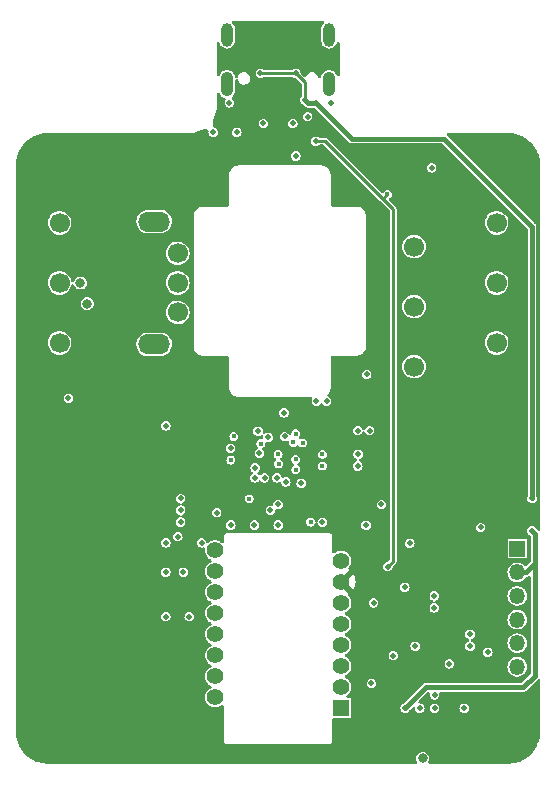
<source format=gbr>
%TF.GenerationSoftware,KiCad,Pcbnew,(6.0.7)*%
%TF.CreationDate,2022-11-12T21:38:40-05:00*%
%TF.ProjectId,redshift,72656473-6869-4667-942e-6b696361645f,0.2*%
%TF.SameCoordinates,Original*%
%TF.FileFunction,Copper,L3,Inr*%
%TF.FilePolarity,Positive*%
%FSLAX46Y46*%
G04 Gerber Fmt 4.6, Leading zero omitted, Abs format (unit mm)*
G04 Created by KiCad (PCBNEW (6.0.7)) date 2022-11-12 21:38:40*
%MOMM*%
%LPD*%
G01*
G04 APERTURE LIST*
%TA.AperFunction,ComponentPad*%
%ADD10O,2.700000X1.700000*%
%TD*%
%TA.AperFunction,ComponentPad*%
%ADD11C,1.700000*%
%TD*%
%TA.AperFunction,ComponentPad*%
%ADD12O,1.050000X2.100000*%
%TD*%
%TA.AperFunction,ComponentPad*%
%ADD13O,1.000000X2.000000*%
%TD*%
%TA.AperFunction,ComponentPad*%
%ADD14O,1.350000X1.350000*%
%TD*%
%TA.AperFunction,ComponentPad*%
%ADD15R,1.350000X1.350000*%
%TD*%
%TA.AperFunction,ComponentPad*%
%ADD16C,1.400000*%
%TD*%
%TA.AperFunction,ComponentPad*%
%ADD17R,1.400000X1.400000*%
%TD*%
%TA.AperFunction,ViaPad*%
%ADD18C,0.500000*%
%TD*%
%TA.AperFunction,ViaPad*%
%ADD19C,0.450000*%
%TD*%
%TA.AperFunction,ViaPad*%
%ADD20C,0.800000*%
%TD*%
%TA.AperFunction,Conductor*%
%ADD21C,0.250000*%
%TD*%
%TA.AperFunction,Conductor*%
%ADD22C,0.450000*%
%TD*%
G04 APERTURE END LIST*
D10*
%TO.N,N/C*%
%TO.C,ENC1*%
X12000000Y35800000D03*
X12000000Y46200000D03*
D11*
%TO.N,GND*%
X14000000Y43500000D03*
%TO.N,/ENC_B*%
X14000000Y41000000D03*
%TO.N,/ENC_A*%
X14000000Y38500000D03*
%TD*%
D12*
%TO.N,/SH*%
%TO.C,J1*%
X18180000Y57820000D03*
D13*
X18180000Y62000000D03*
X26820000Y62000000D03*
D12*
X26820000Y57820000D03*
%TD*%
D11*
%TO.N,/SW3_M_NC*%
%TO.C,SW3*%
X34000000Y33920000D03*
%TO.N,/SW3_M_NO*%
X34000000Y39000000D03*
%TO.N,GND*%
X34000000Y44080000D03*
%TD*%
D14*
%TO.N,/SWCLK*%
%TO.C,J3*%
X42750000Y8500000D03*
%TO.N,/SWO*%
X42750000Y10500000D03*
%TO.N,/SWDIO*%
X42750000Y12500000D03*
%TO.N,/RESET*%
X42750000Y14500000D03*
%TO.N,/DBG_VIN*%
X42750000Y16500000D03*
D15*
%TO.N,GND*%
X42750000Y18500000D03*
%TD*%
D16*
%TO.N,N/C*%
%TO.C,U1*%
X17150000Y5905000D03*
%TO.N,Net-(R7-Pad2)*%
X17150000Y7685000D03*
%TO.N,/SNSR_RST*%
X17150000Y9465000D03*
%TO.N,/FC6_CS1*%
X17150000Y11245000D03*
%TO.N,/FC6_MISO*%
X17150000Y13025000D03*
%TO.N,/FC6_MOSI*%
X17150000Y14805000D03*
%TO.N,/FC6_SCK*%
X17150000Y16585000D03*
%TO.N,/SNSR_MTN*%
X17150000Y18365000D03*
%TO.N,GND*%
X27850000Y17475000D03*
%TO.N,+3V3*%
X27850000Y15695000D03*
%TO.N,unconnected-(U1-Pad6)*%
X27850000Y13915000D03*
%TO.N,Net-(C21-Pad1)*%
X27850000Y12135000D03*
%TO.N,+1V9*%
X27850000Y10355000D03*
%TO.N,GND*%
X27850000Y8575000D03*
%TO.N,N/C*%
X27850000Y6795000D03*
D17*
X27850000Y5015000D03*
%TD*%
D11*
%TO.N,/SW2_R_NC*%
%TO.C,SW2*%
X41000000Y35920000D03*
%TO.N,/SW2_R_NO*%
X41000000Y41000000D03*
%TO.N,GND*%
X41000000Y46080000D03*
%TD*%
%TO.N,/SW1_L_NC*%
%TO.C,SW1*%
X4000000Y35920000D03*
%TO.N,/SW1_L_NO*%
X4000000Y41000000D03*
%TO.N,GND*%
X4000000Y46080000D03*
%TD*%
D18*
%TO.N,GND*%
X30400000Y7100000D03*
X13000000Y28900000D03*
D19*
%TO.N,+5V*%
X31750000Y48500000D03*
D18*
X25700000Y53000000D03*
X31786965Y16986965D03*
%TO.N,+3V3*%
X23500000Y31000000D03*
X31250000Y24250000D03*
X15300000Y28500000D03*
X23500000Y20500000D03*
X13350000Y14400000D03*
X27250000Y26500000D03*
X8500000Y31750000D03*
X31400000Y51900000D03*
X19500000Y20500000D03*
X31250000Y23250000D03*
X28100000Y27824500D03*
X21500000Y20500000D03*
X24549011Y21549011D03*
X27250000Y25500000D03*
D20*
X38000000Y750000D03*
D18*
%TO.N,+1V9*%
X32250000Y9450000D03*
%TO.N,/USB_D+*%
X21250000Y54500000D03*
X23050000Y28000000D03*
%TO.N,/USB_D-*%
X23000000Y30000000D03*
X23750000Y54500000D03*
%TO.N,/VBUS_*%
X21000000Y58750000D03*
X44000000Y22750000D03*
X25718767Y56218767D03*
X24000000Y58750000D03*
X24759355Y56495456D03*
%TO.N,/USB1_LED*%
X20924500Y26586598D03*
X4750000Y31250000D03*
D19*
%TO.N,/FC6_CS1*%
X25250000Y20750000D03*
%TO.N,/RESET*%
X23800000Y27500000D03*
D18*
X35725500Y14500000D03*
%TO.N,/FC6_SCK*%
X13000000Y16500000D03*
X14475500Y16500000D03*
X20550000Y25350000D03*
%TO.N,/FC6_MOSI*%
X16024500Y19000000D03*
X13000000Y19000000D03*
%TO.N,/FC6_MISO*%
X22399500Y24490312D03*
X14975500Y12750000D03*
X13000000Y12750000D03*
D19*
%TO.N,/SW1_L_NC*%
X21050000Y27400000D03*
D18*
%TO.N,/SNSR_RST*%
X17300000Y21549011D03*
X14000000Y19524500D03*
X21850000Y21750000D03*
%TO.N,/SW1_L_NO*%
X21650000Y27924500D03*
%TO.N,GND*%
X21350000Y24500000D03*
X29270000Y26500000D03*
X27000000Y56250000D03*
X29250000Y28500000D03*
X31250000Y22250000D03*
X19000000Y53750000D03*
X24451727Y24042359D03*
X35750000Y5000000D03*
X24000000Y51750000D03*
X26600989Y31000000D03*
D20*
X34750000Y750000D03*
D18*
X30000000Y33250000D03*
X18475011Y27000000D03*
X22500000Y20500000D03*
X25750000Y31000000D03*
X38250000Y5000000D03*
X35500000Y50750000D03*
X20500000Y20500000D03*
X34500000Y5000000D03*
X34100000Y10250000D03*
X25000000Y55090500D03*
X30250000Y28500000D03*
X17000000Y53750000D03*
X33229122Y15229122D03*
X30580000Y13920000D03*
X29250000Y25500000D03*
X20800000Y28450000D03*
X18374500Y56250000D03*
D19*
X26250000Y26500000D03*
D18*
X18500000Y20500000D03*
X14250000Y22750000D03*
X39650000Y20300000D03*
%TO.N,/SW4_NC*%
X20544503Y24500000D03*
X14250000Y21750000D03*
D19*
%TO.N,/SW4_NO*%
X20050000Y22724011D03*
D18*
X14250000Y20750000D03*
D19*
%TO.N,/SW2_R_NO*%
X22494503Y26500000D03*
%TO.N,/SW2_R_NC*%
X22535842Y25670558D03*
%TO.N,/SW3_M_NO*%
X24000000Y28250000D03*
%TO.N,/SW3_M_NC*%
X24569819Y27449500D03*
%TO.N,/ENC_B*%
X18500000Y26000000D03*
D20*
X5750000Y41000000D03*
%TO.N,/ENC_A*%
X6334080Y39232867D03*
D19*
X18750000Y28000000D03*
D18*
%TO.N,/SWO*%
X35750000Y6125500D03*
D19*
X23991917Y26050500D03*
D18*
X40250000Y9725500D03*
D19*
%TO.N,/SWCLK*%
X26250000Y25500000D03*
D18*
X38750000Y10250000D03*
%TO.N,/SWDIO*%
X33650000Y18950000D03*
D19*
X24000000Y25200000D03*
D18*
X38750000Y11250000D03*
X29945943Y20495943D03*
%TO.N,/SNSR_MTN*%
X23150000Y24150000D03*
%TO.N,/ISP*%
X26250000Y20750000D03*
X35725500Y13500000D03*
X37000000Y8750000D03*
X22500000Y22250000D03*
%TO.N,/DBG_VIN*%
X44000000Y20000000D03*
X33250000Y5000000D03*
%TD*%
D21*
%TO.N,+5V*%
X32250000Y47250000D02*
X31375000Y48125000D01*
X32250000Y17450000D02*
X32250000Y47250000D01*
X31786965Y16986965D02*
X32250000Y17450000D01*
X31750000Y48500000D02*
X31375000Y48125000D01*
X26500000Y53000000D02*
X31375000Y48125000D01*
X25700000Y53000000D02*
X26500000Y53000000D01*
%TO.N,+3V3*%
X29150000Y16995000D02*
X27850000Y15695000D01*
X27550000Y20150000D02*
X29150000Y18550000D01*
X23500000Y20500000D02*
X23750000Y20250000D01*
X29150000Y18550000D02*
X29150000Y16995000D01*
X24950000Y20250000D02*
X25050000Y20150000D01*
X23750000Y20250000D02*
X24950000Y20250000D01*
X25050000Y20150000D02*
X27550000Y20150000D01*
D22*
%TO.N,/VBUS_*%
X25718767Y56218767D02*
X25036044Y56218767D01*
D21*
X24759355Y56495456D02*
X24759355Y57990645D01*
D22*
X25036044Y56218767D02*
X24759355Y56495456D01*
D21*
X24759355Y57990645D02*
X24000000Y58750000D01*
D22*
X44000000Y22750000D02*
X44000000Y45750000D01*
X36550000Y53200000D02*
X28737534Y53200000D01*
X44000000Y45750000D02*
X36550000Y53200000D01*
X28737534Y53200000D02*
X25718767Y56218767D01*
D21*
X24000000Y58750000D02*
X21000000Y58750000D01*
D22*
%TO.N,/DBG_VIN*%
X44250000Y7750000D02*
X44250000Y17250000D01*
X44250000Y19750000D02*
X44000000Y20000000D01*
X44250000Y17250000D02*
X44250000Y19750000D01*
X35000000Y6750000D02*
X43250000Y6750000D01*
X44250000Y17250000D02*
X43500000Y16500000D01*
X33250000Y5000000D02*
X35000000Y6750000D01*
X43500000Y16500000D02*
X42750000Y16500000D01*
X43250000Y6750000D02*
X44250000Y7750000D01*
%TD*%
%TA.AperFunction,Conductor*%
%TO.N,+3V3*%
G36*
X26361470Y63179498D02*
G01*
X26407963Y63125842D01*
X26418067Y63055568D01*
X26385199Y62987247D01*
X26289552Y62885393D01*
X26285735Y62878449D01*
X26285733Y62878447D01*
X26244506Y62803455D01*
X26210373Y62741368D01*
X26208403Y62733696D01*
X26208402Y62733693D01*
X26172878Y62595335D01*
X26169500Y62582177D01*
X26169500Y61459075D01*
X26173342Y61428664D01*
X26181555Y61363653D01*
X26184929Y61336942D01*
X26245432Y61184129D01*
X26342037Y61051163D01*
X26468674Y60946400D01*
X26617387Y60876421D01*
X26625170Y60874936D01*
X26625174Y60874935D01*
X26771044Y60847109D01*
X26771046Y60847109D01*
X26778830Y60845624D01*
X26860845Y60850784D01*
X26934949Y60855446D01*
X26934951Y60855446D01*
X26942860Y60855944D01*
X26950396Y60858393D01*
X26950398Y60858393D01*
X27005882Y60876421D01*
X27099171Y60906732D01*
X27237940Y60994798D01*
X27350448Y61114607D01*
X27392720Y61191498D01*
X27425807Y61251684D01*
X27429627Y61258632D01*
X27451458Y61343659D01*
X27487773Y61404665D01*
X27551305Y61436354D01*
X27621884Y61428664D01*
X27677101Y61384037D01*
X27699500Y61312324D01*
X27699500Y58618501D01*
X27679498Y58550380D01*
X27625842Y58503887D01*
X27555568Y58493783D01*
X27490988Y58523277D01*
X27455634Y58573963D01*
X27425711Y58653152D01*
X27423027Y58660255D01*
X27414427Y58672768D01*
X27334723Y58788738D01*
X27334722Y58788739D01*
X27330421Y58794997D01*
X27208348Y58903760D01*
X27201638Y58907313D01*
X27070566Y58976712D01*
X27070564Y58976713D01*
X27063855Y58980265D01*
X27003787Y58995353D01*
X26912655Y59018244D01*
X26912651Y59018244D01*
X26905284Y59020095D01*
X26897685Y59020135D01*
X26897683Y59020135D01*
X26829653Y59020491D01*
X26741790Y59020951D01*
X26734410Y59019179D01*
X26734408Y59019179D01*
X26590189Y58984556D01*
X26590185Y58984555D01*
X26582810Y58982784D01*
X26437524Y58907796D01*
X26431802Y58902804D01*
X26431800Y58902803D01*
X26320044Y58805312D01*
X26320041Y58805309D01*
X26314319Y58800317D01*
X26220307Y58666552D01*
X26160917Y58514224D01*
X26158140Y58493127D01*
X26151505Y58442732D01*
X26122783Y58377805D01*
X26063518Y58338713D01*
X25992526Y58337868D01*
X25932347Y58375538D01*
X25903069Y58434272D01*
X25892634Y58486023D01*
X25890936Y58494444D01*
X25825571Y58622730D01*
X25728116Y58728712D01*
X25605750Y58804582D01*
X25467488Y58844751D01*
X25460673Y58845251D01*
X25459596Y58845331D01*
X25459583Y58845331D01*
X25457288Y58845500D01*
X25353930Y58845500D01*
X25349685Y58844918D01*
X25349678Y58844918D01*
X25290769Y58836848D01*
X25247354Y58830901D01*
X25239470Y58827489D01*
X25239469Y58827489D01*
X25123098Y58777131D01*
X25123095Y58777129D01*
X25115217Y58773720D01*
X25003325Y58683112D01*
X24919921Y58565751D01*
X24896167Y58499773D01*
X24895568Y58498108D01*
X24853673Y58440790D01*
X24787441Y58415221D01*
X24717899Y58429519D01*
X24687922Y58451694D01*
X24437430Y58702186D01*
X24402076Y58771570D01*
X24387197Y58865513D01*
X24387196Y58865515D01*
X24385646Y58875304D01*
X24328050Y58988342D01*
X24238342Y59078050D01*
X24125304Y59135646D01*
X24115515Y59137196D01*
X24115513Y59137197D01*
X24009793Y59153941D01*
X24000000Y59155492D01*
X23990207Y59153941D01*
X23884487Y59137197D01*
X23884485Y59137196D01*
X23874696Y59135646D01*
X23761658Y59078050D01*
X23746013Y59062405D01*
X23683701Y59028379D01*
X23656918Y59025500D01*
X21343082Y59025500D01*
X21274961Y59045502D01*
X21253987Y59062405D01*
X21238342Y59078050D01*
X21125304Y59135646D01*
X21115515Y59137196D01*
X21115513Y59137197D01*
X21009793Y59153941D01*
X21000000Y59155492D01*
X20990207Y59153941D01*
X20884487Y59137197D01*
X20884485Y59137196D01*
X20874696Y59135646D01*
X20761658Y59078050D01*
X20671950Y58988342D01*
X20614354Y58875304D01*
X20612804Y58865515D01*
X20612803Y58865513D01*
X20609607Y58845331D01*
X20594508Y58750000D01*
X20614354Y58624696D01*
X20671950Y58511658D01*
X20761658Y58421950D01*
X20874696Y58364354D01*
X20884485Y58362804D01*
X20884487Y58362803D01*
X20990207Y58346059D01*
X21000000Y58344508D01*
X21009793Y58346059D01*
X21115513Y58362803D01*
X21115515Y58362804D01*
X21125304Y58364354D01*
X21238342Y58421950D01*
X21253987Y58437595D01*
X21316299Y58471621D01*
X21343082Y58474500D01*
X23656918Y58474500D01*
X23725039Y58454498D01*
X23746013Y58437595D01*
X23761658Y58421950D01*
X23874696Y58364354D01*
X23884485Y58362804D01*
X23884487Y58362803D01*
X23978430Y58347924D01*
X24047814Y58312570D01*
X24446950Y57913434D01*
X24480976Y57851122D01*
X24483855Y57824339D01*
X24483855Y56838538D01*
X24463853Y56770417D01*
X24446950Y56749443D01*
X24431305Y56733798D01*
X24373709Y56620760D01*
X24372159Y56610971D01*
X24372158Y56610969D01*
X24366944Y56578050D01*
X24353863Y56495456D01*
X24355414Y56485663D01*
X24361336Y56448276D01*
X24373709Y56370152D01*
X24431305Y56257114D01*
X24521013Y56167406D01*
X24575318Y56139736D01*
X24607210Y56116564D01*
X24732696Y55991078D01*
X24747421Y55972847D01*
X24748822Y55971307D01*
X24754472Y55962557D01*
X24762650Y55956110D01*
X24780509Y55942031D01*
X24784876Y55938150D01*
X24784942Y55938228D01*
X24788900Y55934874D01*
X24792582Y55931192D01*
X24796813Y55928169D01*
X24796816Y55928166D01*
X24801635Y55924723D01*
X24808096Y55920106D01*
X24812825Y55916555D01*
X24852644Y55885164D01*
X24861193Y55882162D01*
X24868563Y55876895D01*
X24917122Y55862373D01*
X24922763Y55860540D01*
X24939701Y55854592D01*
X24970592Y55843744D01*
X24976099Y55843267D01*
X24978806Y55843267D01*
X24981378Y55843156D01*
X24981538Y55843108D01*
X24981532Y55842964D01*
X24982150Y55842925D01*
X24988330Y55841077D01*
X25041599Y55843170D01*
X25046545Y55843267D01*
X25511040Y55843267D01*
X25579161Y55823265D01*
X25600135Y55806362D01*
X28434186Y52972311D01*
X28448911Y52954080D01*
X28450312Y52952540D01*
X28455962Y52943790D01*
X28464140Y52937343D01*
X28481999Y52923264D01*
X28486366Y52919383D01*
X28486432Y52919461D01*
X28490390Y52916107D01*
X28494072Y52912425D01*
X28498303Y52909402D01*
X28498306Y52909399D01*
X28503125Y52905956D01*
X28509586Y52901339D01*
X28514315Y52897788D01*
X28554134Y52866397D01*
X28562683Y52863395D01*
X28570053Y52858128D01*
X28618612Y52843606D01*
X28624253Y52841773D01*
X28664598Y52827605D01*
X28672082Y52824977D01*
X28677589Y52824500D01*
X28680296Y52824500D01*
X28682868Y52824389D01*
X28683028Y52824341D01*
X28683022Y52824197D01*
X28683640Y52824158D01*
X28689820Y52822310D01*
X28743089Y52824403D01*
X28748035Y52824500D01*
X36342273Y52824500D01*
X36410394Y52804498D01*
X36431368Y52787595D01*
X43587595Y45631368D01*
X43621621Y45569056D01*
X43624500Y45542273D01*
X43624500Y22921467D01*
X43618467Y22883377D01*
X43614354Y22875304D01*
X43594508Y22750000D01*
X43596059Y22740207D01*
X43612620Y22635646D01*
X43614354Y22624696D01*
X43671950Y22511658D01*
X43761658Y22421950D01*
X43874696Y22364354D01*
X43884485Y22362804D01*
X43884487Y22362803D01*
X43990207Y22346059D01*
X44000000Y22344508D01*
X44009793Y22346059D01*
X44115513Y22362803D01*
X44115515Y22362804D01*
X44125304Y22364354D01*
X44238342Y22421950D01*
X44328050Y22511658D01*
X44385646Y22624696D01*
X44387381Y22635646D01*
X44403941Y22740207D01*
X44405492Y22750000D01*
X44385646Y22875304D01*
X44381533Y22883377D01*
X44375500Y22921467D01*
X44375500Y45696504D01*
X44377979Y45719801D01*
X44378077Y45721886D01*
X44380269Y45732066D01*
X44376373Y45764984D01*
X44376029Y45770821D01*
X44375928Y45770813D01*
X44375500Y45775992D01*
X44375500Y45781193D01*
X44372372Y45799987D01*
X44371535Y45805863D01*
X44366800Y45845867D01*
X44365576Y45856210D01*
X44361654Y45864377D01*
X44360167Y45873313D01*
X44355223Y45882475D01*
X44355222Y45882479D01*
X44336094Y45917929D01*
X44333398Y45923220D01*
X44314897Y45961749D01*
X44314896Y45961750D01*
X44311463Y45968900D01*
X44307906Y45973131D01*
X44305974Y45975063D01*
X44304255Y45976937D01*
X44304181Y45977074D01*
X44304291Y45977174D01*
X44303868Y45977654D01*
X44300806Y45983329D01*
X44261632Y46019541D01*
X44258067Y46022970D01*
X36853348Y53427689D01*
X36838623Y53445920D01*
X36837222Y53447460D01*
X36831572Y53456210D01*
X36808308Y53474550D01*
X36767195Y53532432D01*
X36763901Y53603352D01*
X36799473Y53664794D01*
X36862616Y53697251D01*
X36886314Y53699500D01*
X41962683Y53699500D01*
X41984563Y53697586D01*
X42000000Y53694864D01*
X42010855Y53696778D01*
X42021294Y53696778D01*
X42034509Y53697562D01*
X42295187Y53682923D01*
X42309219Y53681342D01*
X42451471Y53657172D01*
X42593719Y53633003D01*
X42607494Y53629859D01*
X42656076Y53615863D01*
X42884799Y53549969D01*
X42898118Y53545308D01*
X43113449Y53456115D01*
X43164736Y53434871D01*
X43177466Y53428740D01*
X43430020Y53289159D01*
X43441985Y53281642D01*
X43677342Y53114647D01*
X43688389Y53105837D01*
X43837805Y52972311D01*
X43896945Y52919461D01*
X43903559Y52913550D01*
X43913550Y52903559D01*
X44105837Y52688389D01*
X44114647Y52677342D01*
X44281642Y52441985D01*
X44289159Y52430020D01*
X44428740Y52177466D01*
X44434871Y52164736D01*
X44446278Y52137197D01*
X44545308Y51898118D01*
X44549969Y51884799D01*
X44585983Y51759793D01*
X44629859Y51607494D01*
X44633003Y51593719D01*
X44675183Y51345470D01*
X44681341Y51309224D01*
X44682923Y51295187D01*
X44695511Y51071039D01*
X44697562Y51034512D01*
X44696778Y51021294D01*
X44696778Y51010855D01*
X44694864Y51000000D01*
X44696778Y50989145D01*
X44697586Y50984563D01*
X44699500Y50962683D01*
X44699500Y20135727D01*
X44679498Y20067606D01*
X44625842Y20021113D01*
X44555568Y20011009D01*
X44490988Y20040503D01*
X44484405Y20046632D01*
X44378892Y20152145D01*
X44355720Y20184037D01*
X44355491Y20184487D01*
X44328050Y20238342D01*
X44238342Y20328050D01*
X44125304Y20385646D01*
X44115515Y20387196D01*
X44115513Y20387197D01*
X44009793Y20403941D01*
X44000000Y20405492D01*
X43990207Y20403941D01*
X43884487Y20387197D01*
X43884485Y20387196D01*
X43874696Y20385646D01*
X43761658Y20328050D01*
X43671950Y20238342D01*
X43614354Y20125304D01*
X43612804Y20115515D01*
X43612803Y20115513D01*
X43603163Y20054647D01*
X43594508Y20000000D01*
X43596059Y19990207D01*
X43608494Y19911697D01*
X43614354Y19874696D01*
X43671950Y19761658D01*
X43761658Y19671950D01*
X43805704Y19649507D01*
X43857318Y19600760D01*
X43874500Y19537241D01*
X43874500Y17457727D01*
X43854498Y17389606D01*
X43837595Y17368632D01*
X43532148Y17063185D01*
X43469836Y17029159D01*
X43399021Y17034224D01*
X43349417Y17067970D01*
X43309832Y17111934D01*
X43309831Y17111935D01*
X43305410Y17116845D01*
X43215983Y17181818D01*
X43170366Y17214961D01*
X43170365Y17214962D01*
X43165024Y17218842D01*
X43158996Y17221526D01*
X43158994Y17221527D01*
X43012530Y17286737D01*
X43012529Y17286737D01*
X43006499Y17289422D01*
X42919077Y17308004D01*
X42843221Y17324128D01*
X42843217Y17324128D01*
X42836764Y17325500D01*
X42663236Y17325500D01*
X42656783Y17324128D01*
X42656779Y17324128D01*
X42580923Y17308004D01*
X42493501Y17289422D01*
X42487472Y17286738D01*
X42487470Y17286737D01*
X42341007Y17221527D01*
X42341005Y17221526D01*
X42334977Y17218842D01*
X42329636Y17214962D01*
X42329635Y17214961D01*
X42217445Y17133450D01*
X42194590Y17116845D01*
X42190169Y17111935D01*
X42190168Y17111934D01*
X42105158Y17017520D01*
X42078478Y16987889D01*
X41991714Y16837611D01*
X41989674Y16831331D01*
X41946186Y16697486D01*
X41938092Y16672576D01*
X41919953Y16500000D01*
X41938092Y16327424D01*
X41991714Y16162389D01*
X42078478Y16012111D01*
X42194590Y15883155D01*
X42334976Y15781158D01*
X42341004Y15778474D01*
X42341006Y15778473D01*
X42429592Y15739032D01*
X42493501Y15710578D01*
X42561145Y15696200D01*
X42656779Y15675872D01*
X42656783Y15675872D01*
X42663236Y15674500D01*
X42836764Y15674500D01*
X42843217Y15675872D01*
X42843221Y15675872D01*
X42938855Y15696200D01*
X43006499Y15710578D01*
X43070408Y15739032D01*
X43158994Y15778473D01*
X43158996Y15778474D01*
X43165024Y15781158D01*
X43305410Y15883155D01*
X43421522Y16012111D01*
X43451904Y16064733D01*
X43503288Y16113726D01*
X43540332Y16126021D01*
X43550022Y16127634D01*
X43555863Y16128465D01*
X43560952Y16129067D01*
X43606210Y16134424D01*
X43614377Y16138346D01*
X43623313Y16139833D01*
X43632475Y16144777D01*
X43632479Y16144778D01*
X43667929Y16163906D01*
X43673218Y16166601D01*
X43693957Y16176560D01*
X43764023Y16188017D01*
X43829160Y16159775D01*
X43868689Y16100800D01*
X43874500Y16062977D01*
X43874500Y7957727D01*
X43854498Y7889606D01*
X43837595Y7868632D01*
X43131368Y7162405D01*
X43069056Y7128379D01*
X43042273Y7125500D01*
X35053496Y7125500D01*
X35030199Y7127979D01*
X35028114Y7128077D01*
X35017934Y7130269D01*
X34985014Y7126373D01*
X34979179Y7126029D01*
X34979187Y7125928D01*
X34974009Y7125500D01*
X34968807Y7125500D01*
X34950013Y7122372D01*
X34944146Y7121537D01*
X34930668Y7119942D01*
X34893791Y7115577D01*
X34885622Y7111654D01*
X34876687Y7110167D01*
X34832064Y7086089D01*
X34826801Y7083408D01*
X34781100Y7061463D01*
X34776869Y7057906D01*
X34774937Y7055974D01*
X34773063Y7054255D01*
X34772926Y7054181D01*
X34772826Y7054291D01*
X34772346Y7053868D01*
X34766671Y7050806D01*
X34759602Y7043159D01*
X34759601Y7043158D01*
X34730460Y7011633D01*
X34727030Y7008067D01*
X33097855Y5378892D01*
X33065963Y5355720D01*
X33011658Y5328050D01*
X32921950Y5238342D01*
X32864354Y5125304D01*
X32862804Y5115515D01*
X32862803Y5115513D01*
X32859452Y5094356D01*
X32844508Y5000000D01*
X32864354Y4874696D01*
X32921950Y4761658D01*
X33011658Y4671950D01*
X33124696Y4614354D01*
X33134485Y4612804D01*
X33134487Y4612803D01*
X33240207Y4596059D01*
X33250000Y4594508D01*
X33259793Y4596059D01*
X33365513Y4612803D01*
X33365515Y4612804D01*
X33375304Y4614354D01*
X33488342Y4671950D01*
X33578050Y4761658D01*
X33605720Y4815962D01*
X33628891Y4847853D01*
X33880964Y5099926D01*
X33943276Y5133952D01*
X34014091Y5128887D01*
X34070927Y5086340D01*
X34095738Y5019820D01*
X34096059Y5010831D01*
X34096059Y5009793D01*
X34094508Y5000000D01*
X34114354Y4874696D01*
X34171950Y4761658D01*
X34261658Y4671950D01*
X34374696Y4614354D01*
X34384485Y4612804D01*
X34384487Y4612803D01*
X34490207Y4596059D01*
X34500000Y4594508D01*
X34509793Y4596059D01*
X34615513Y4612803D01*
X34615515Y4612804D01*
X34625304Y4614354D01*
X34738342Y4671950D01*
X34828050Y4761658D01*
X34885646Y4874696D01*
X34905492Y5000000D01*
X35344508Y5000000D01*
X35364354Y4874696D01*
X35421950Y4761658D01*
X35511658Y4671950D01*
X35624696Y4614354D01*
X35634485Y4612804D01*
X35634487Y4612803D01*
X35740207Y4596059D01*
X35750000Y4594508D01*
X35759793Y4596059D01*
X35865513Y4612803D01*
X35865515Y4612804D01*
X35875304Y4614354D01*
X35988342Y4671950D01*
X36078050Y4761658D01*
X36135646Y4874696D01*
X36155492Y5000000D01*
X37844508Y5000000D01*
X37864354Y4874696D01*
X37921950Y4761658D01*
X38011658Y4671950D01*
X38124696Y4614354D01*
X38134485Y4612804D01*
X38134487Y4612803D01*
X38240207Y4596059D01*
X38250000Y4594508D01*
X38259793Y4596059D01*
X38365513Y4612803D01*
X38365515Y4612804D01*
X38375304Y4614354D01*
X38488342Y4671950D01*
X38578050Y4761658D01*
X38635646Y4874696D01*
X38655492Y5000000D01*
X38640548Y5094356D01*
X38637197Y5115513D01*
X38637196Y5115515D01*
X38635646Y5125304D01*
X38578050Y5238342D01*
X38488342Y5328050D01*
X38375304Y5385646D01*
X38365515Y5387196D01*
X38365513Y5387197D01*
X38259793Y5403941D01*
X38250000Y5405492D01*
X38240207Y5403941D01*
X38134487Y5387197D01*
X38134485Y5387196D01*
X38124696Y5385646D01*
X38011658Y5328050D01*
X37921950Y5238342D01*
X37864354Y5125304D01*
X37862804Y5115515D01*
X37862803Y5115513D01*
X37859452Y5094356D01*
X37844508Y5000000D01*
X36155492Y5000000D01*
X36140548Y5094356D01*
X36137197Y5115513D01*
X36137196Y5115515D01*
X36135646Y5125304D01*
X36078050Y5238342D01*
X35988342Y5328050D01*
X35875304Y5385646D01*
X35865515Y5387196D01*
X35865513Y5387197D01*
X35759793Y5403941D01*
X35750000Y5405492D01*
X35740207Y5403941D01*
X35634487Y5387197D01*
X35634485Y5387196D01*
X35624696Y5385646D01*
X35511658Y5328050D01*
X35421950Y5238342D01*
X35364354Y5125304D01*
X35362804Y5115515D01*
X35362803Y5115513D01*
X35359452Y5094356D01*
X35344508Y5000000D01*
X34905492Y5000000D01*
X34890548Y5094356D01*
X34887197Y5115513D01*
X34887196Y5115515D01*
X34885646Y5125304D01*
X34828050Y5238342D01*
X34738342Y5328050D01*
X34625304Y5385646D01*
X34615515Y5387196D01*
X34615513Y5387197D01*
X34509793Y5403941D01*
X34500000Y5405492D01*
X34490207Y5403941D01*
X34489169Y5403941D01*
X34421048Y5423943D01*
X34374555Y5477599D01*
X34364451Y5547873D01*
X34393945Y5612453D01*
X34400074Y5619036D01*
X35118633Y6337595D01*
X35180945Y6371621D01*
X35207728Y6374500D01*
X35236418Y6374500D01*
X35304539Y6354498D01*
X35351032Y6300842D01*
X35360867Y6228790D01*
X35346059Y6135294D01*
X35344508Y6125500D01*
X35364354Y6000196D01*
X35421950Y5887158D01*
X35511658Y5797450D01*
X35624696Y5739854D01*
X35634485Y5738304D01*
X35634487Y5738303D01*
X35740207Y5721559D01*
X35750000Y5720008D01*
X35759793Y5721559D01*
X35865513Y5738303D01*
X35865515Y5738304D01*
X35875304Y5739854D01*
X35988342Y5797450D01*
X36078050Y5887158D01*
X36135646Y6000196D01*
X36155492Y6125500D01*
X36153941Y6135294D01*
X36139133Y6228790D01*
X36148233Y6299201D01*
X36193955Y6353515D01*
X36263582Y6374500D01*
X43196504Y6374500D01*
X43219801Y6372021D01*
X43221886Y6371923D01*
X43232066Y6369731D01*
X43264984Y6373627D01*
X43270821Y6373971D01*
X43270813Y6374072D01*
X43275992Y6374500D01*
X43281193Y6374500D01*
X43286321Y6375354D01*
X43286327Y6375354D01*
X43299987Y6377628D01*
X43305863Y6378465D01*
X43310952Y6379067D01*
X43356210Y6384424D01*
X43364377Y6388346D01*
X43373313Y6389833D01*
X43382475Y6394777D01*
X43382479Y6394778D01*
X43417929Y6413906D01*
X43423220Y6416602D01*
X43461749Y6435103D01*
X43461750Y6435104D01*
X43468900Y6438537D01*
X43473131Y6442094D01*
X43475063Y6444026D01*
X43476937Y6445745D01*
X43477074Y6445819D01*
X43477174Y6445709D01*
X43477654Y6446132D01*
X43483329Y6449194D01*
X43519540Y6488366D01*
X43522969Y6491931D01*
X44477692Y7446654D01*
X44498434Y7463407D01*
X44500300Y7464612D01*
X44505148Y7467742D01*
X44573224Y7487894D01*
X44641388Y7468041D01*
X44687999Y7414487D01*
X44699500Y7361894D01*
X44699500Y3037317D01*
X44697586Y3015437D01*
X44694864Y3000000D01*
X44696778Y2989145D01*
X44696778Y2978706D01*
X44697562Y2965488D01*
X44682923Y2704817D01*
X44681342Y2690781D01*
X44657172Y2548528D01*
X44633003Y2406281D01*
X44629859Y2392506D01*
X44549969Y2115201D01*
X44545308Y2101882D01*
X44446547Y1863452D01*
X44434871Y1835264D01*
X44428740Y1822534D01*
X44289159Y1569980D01*
X44281642Y1558015D01*
X44114647Y1322658D01*
X44105837Y1311611D01*
X43913550Y1096441D01*
X43903559Y1086450D01*
X43688389Y894163D01*
X43677342Y885353D01*
X43441985Y718358D01*
X43430020Y710841D01*
X43177466Y571260D01*
X43164735Y565129D01*
X42898118Y454692D01*
X42884799Y450031D01*
X42725466Y404128D01*
X42607494Y370141D01*
X42593719Y366997D01*
X42451471Y342828D01*
X42309219Y318658D01*
X42295187Y317077D01*
X42034509Y302438D01*
X42021294Y303222D01*
X42010855Y303222D01*
X42000000Y305136D01*
X41989145Y303222D01*
X41984563Y302414D01*
X41962683Y300500D01*
X35348240Y300500D01*
X35280119Y320502D01*
X35233626Y374158D01*
X35223522Y444432D01*
X35231831Y474718D01*
X35283169Y598660D01*
X35286330Y606291D01*
X35305250Y750000D01*
X35286330Y893709D01*
X35230861Y1027625D01*
X35142621Y1142621D01*
X35027625Y1230861D01*
X34893709Y1286330D01*
X34750000Y1305250D01*
X34606291Y1286330D01*
X34472375Y1230861D01*
X34357379Y1142621D01*
X34269139Y1027625D01*
X34213670Y893709D01*
X34194750Y750000D01*
X34213670Y606291D01*
X34216831Y598660D01*
X34268169Y474718D01*
X34275758Y404128D01*
X34243979Y340641D01*
X34182920Y304414D01*
X34151760Y300500D01*
X3037317Y300500D01*
X3015437Y302414D01*
X3010855Y303222D01*
X3000000Y305136D01*
X2989145Y303222D01*
X2978706Y303222D01*
X2965491Y302438D01*
X2704813Y317077D01*
X2690781Y318658D01*
X2548529Y342828D01*
X2406281Y366997D01*
X2392506Y370141D01*
X2274534Y404128D01*
X2115201Y450031D01*
X2101882Y454692D01*
X1835265Y565129D01*
X1822534Y571260D01*
X1569980Y710841D01*
X1558015Y718358D01*
X1322658Y885353D01*
X1311611Y894163D01*
X1096441Y1086450D01*
X1086450Y1096441D01*
X894163Y1311611D01*
X885353Y1322658D01*
X718358Y1558015D01*
X710841Y1569980D01*
X571260Y1822534D01*
X565129Y1835264D01*
X553453Y1863452D01*
X454692Y2101882D01*
X450031Y2115201D01*
X370141Y2392506D01*
X366997Y2406281D01*
X342828Y2548528D01*
X318658Y2690781D01*
X317077Y2704817D01*
X302438Y2965488D01*
X303222Y2978706D01*
X303222Y2989145D01*
X305136Y3000000D01*
X302414Y3015437D01*
X300500Y3037317D01*
X300500Y12750000D01*
X12594508Y12750000D01*
X12596059Y12740207D01*
X12611523Y12642573D01*
X12614354Y12624696D01*
X12671950Y12511658D01*
X12761658Y12421950D01*
X12874696Y12364354D01*
X12884485Y12362804D01*
X12884487Y12362803D01*
X12990207Y12346059D01*
X13000000Y12344508D01*
X13009793Y12346059D01*
X13115513Y12362803D01*
X13115515Y12362804D01*
X13125304Y12364354D01*
X13238342Y12421950D01*
X13328050Y12511658D01*
X13385646Y12624696D01*
X13388478Y12642573D01*
X13403941Y12740207D01*
X13405492Y12750000D01*
X14570008Y12750000D01*
X14571559Y12740207D01*
X14587023Y12642573D01*
X14589854Y12624696D01*
X14647450Y12511658D01*
X14737158Y12421950D01*
X14850196Y12364354D01*
X14859985Y12362804D01*
X14859987Y12362803D01*
X14965707Y12346059D01*
X14975500Y12344508D01*
X14985293Y12346059D01*
X15091013Y12362803D01*
X15091015Y12362804D01*
X15100804Y12364354D01*
X15213842Y12421950D01*
X15303550Y12511658D01*
X15361146Y12624696D01*
X15363978Y12642573D01*
X15379441Y12740207D01*
X15380992Y12750000D01*
X15375118Y12787085D01*
X15362697Y12865513D01*
X15362696Y12865515D01*
X15361146Y12875304D01*
X15303550Y12988342D01*
X15213842Y13078050D01*
X15100804Y13135646D01*
X15091015Y13137196D01*
X15091013Y13137197D01*
X14985293Y13153941D01*
X14975500Y13155492D01*
X14965707Y13153941D01*
X14859987Y13137197D01*
X14859985Y13137196D01*
X14850196Y13135646D01*
X14737158Y13078050D01*
X14647450Y12988342D01*
X14589854Y12875304D01*
X14588304Y12865515D01*
X14588303Y12865513D01*
X14575882Y12787085D01*
X14570008Y12750000D01*
X13405492Y12750000D01*
X13399618Y12787085D01*
X13387197Y12865513D01*
X13387196Y12865515D01*
X13385646Y12875304D01*
X13328050Y12988342D01*
X13238342Y13078050D01*
X13125304Y13135646D01*
X13115515Y13137196D01*
X13115513Y13137197D01*
X13009793Y13153941D01*
X13000000Y13155492D01*
X12990207Y13153941D01*
X12884487Y13137197D01*
X12884485Y13137196D01*
X12874696Y13135646D01*
X12761658Y13078050D01*
X12671950Y12988342D01*
X12614354Y12875304D01*
X12612804Y12865515D01*
X12612803Y12865513D01*
X12600382Y12787085D01*
X12594508Y12750000D01*
X300500Y12750000D01*
X300500Y16500000D01*
X12594508Y16500000D01*
X12614354Y16374696D01*
X12671950Y16261658D01*
X12761658Y16171950D01*
X12874696Y16114354D01*
X12884485Y16112804D01*
X12884487Y16112803D01*
X12990207Y16096059D01*
X13000000Y16094508D01*
X13009793Y16096059D01*
X13115513Y16112803D01*
X13115515Y16112804D01*
X13125304Y16114354D01*
X13238342Y16171950D01*
X13328050Y16261658D01*
X13385646Y16374696D01*
X13405492Y16500000D01*
X14070008Y16500000D01*
X14089854Y16374696D01*
X14147450Y16261658D01*
X14237158Y16171950D01*
X14350196Y16114354D01*
X14359985Y16112804D01*
X14359987Y16112803D01*
X14465707Y16096059D01*
X14475500Y16094508D01*
X14485293Y16096059D01*
X14591013Y16112803D01*
X14591015Y16112804D01*
X14600804Y16114354D01*
X14713842Y16171950D01*
X14803550Y16261658D01*
X14861146Y16374696D01*
X14880992Y16500000D01*
X14868088Y16581473D01*
X14862697Y16615513D01*
X14862696Y16615515D01*
X14861146Y16625304D01*
X14803550Y16738342D01*
X14713842Y16828050D01*
X14600804Y16885646D01*
X14591015Y16887196D01*
X14591013Y16887197D01*
X14485293Y16903941D01*
X14475500Y16905492D01*
X14465707Y16903941D01*
X14359987Y16887197D01*
X14359985Y16887196D01*
X14350196Y16885646D01*
X14237158Y16828050D01*
X14147450Y16738342D01*
X14089854Y16625304D01*
X14088304Y16615515D01*
X14088303Y16615513D01*
X14082912Y16581473D01*
X14070008Y16500000D01*
X13405492Y16500000D01*
X13392588Y16581473D01*
X13387197Y16615513D01*
X13387196Y16615515D01*
X13385646Y16625304D01*
X13328050Y16738342D01*
X13238342Y16828050D01*
X13125304Y16885646D01*
X13115515Y16887196D01*
X13115513Y16887197D01*
X13009793Y16903941D01*
X13000000Y16905492D01*
X12990207Y16903941D01*
X12884487Y16887197D01*
X12884485Y16887196D01*
X12874696Y16885646D01*
X12761658Y16828050D01*
X12671950Y16738342D01*
X12614354Y16625304D01*
X12612804Y16615515D01*
X12612803Y16615513D01*
X12607412Y16581473D01*
X12594508Y16500000D01*
X300500Y16500000D01*
X300500Y19000000D01*
X12594508Y19000000D01*
X12614354Y18874696D01*
X12671950Y18761658D01*
X12761658Y18671950D01*
X12874696Y18614354D01*
X12884485Y18612804D01*
X12884487Y18612803D01*
X12990207Y18596059D01*
X13000000Y18594508D01*
X13009793Y18596059D01*
X13115513Y18612803D01*
X13115515Y18612804D01*
X13125304Y18614354D01*
X13238342Y18671950D01*
X13328050Y18761658D01*
X13385646Y18874696D01*
X13405492Y19000000D01*
X15619008Y19000000D01*
X15638854Y18874696D01*
X15696450Y18761658D01*
X15786158Y18671950D01*
X15899196Y18614354D01*
X15908985Y18612804D01*
X15908987Y18612803D01*
X16014707Y18596059D01*
X16024500Y18594508D01*
X16146211Y18613785D01*
X16146214Y18613785D01*
X16149804Y18614354D01*
X16149878Y18613890D01*
X16213700Y18615711D01*
X16274496Y18579047D01*
X16305819Y18515334D01*
X16306974Y18480683D01*
X16294815Y18365000D01*
X16295505Y18358435D01*
X16302874Y18288329D01*
X16313503Y18187197D01*
X16368750Y18017165D01*
X16458141Y17862335D01*
X16462559Y17857428D01*
X16462560Y17857427D01*
X16553924Y17755958D01*
X16577770Y17729474D01*
X16583109Y17725595D01*
X16683298Y17652803D01*
X16722407Y17624388D01*
X16728433Y17621705D01*
X16728440Y17621701D01*
X16799403Y17590107D01*
X16853499Y17544127D01*
X16874149Y17476200D01*
X16854797Y17407892D01*
X16799404Y17359893D01*
X16728438Y17328297D01*
X16728436Y17328296D01*
X16722408Y17325612D01*
X16717067Y17321732D01*
X16717066Y17321731D01*
X16698173Y17308004D01*
X16577770Y17220526D01*
X16573357Y17215624D01*
X16573355Y17215623D01*
X16479993Y17111934D01*
X16458141Y17087665D01*
X16368750Y16932835D01*
X16313503Y16762803D01*
X16312813Y16756240D01*
X16312813Y16756239D01*
X16302584Y16658915D01*
X16294815Y16585000D01*
X16313503Y16407197D01*
X16315543Y16400920D01*
X16315543Y16400918D01*
X16336131Y16337554D01*
X16368750Y16237165D01*
X16372053Y16231443D01*
X16372054Y16231442D01*
X16426649Y16136880D01*
X16458141Y16082335D01*
X16462559Y16077428D01*
X16462560Y16077427D01*
X16516223Y16017829D01*
X16577770Y15949474D01*
X16722407Y15844388D01*
X16728433Y15841705D01*
X16728440Y15841701D01*
X16799403Y15810107D01*
X16853499Y15764127D01*
X16874149Y15696200D01*
X16854797Y15627892D01*
X16799404Y15579893D01*
X16728438Y15548297D01*
X16728436Y15548296D01*
X16722408Y15545612D01*
X16577770Y15440526D01*
X16573357Y15435624D01*
X16573355Y15435623D01*
X16508198Y15363259D01*
X16458141Y15307665D01*
X16368750Y15152835D01*
X16313503Y14982803D01*
X16312813Y14976240D01*
X16312813Y14976239D01*
X16297238Y14828050D01*
X16294815Y14805000D01*
X16295505Y14798435D01*
X16312774Y14634137D01*
X16313503Y14627197D01*
X16368750Y14457165D01*
X16458141Y14302335D01*
X16462559Y14297428D01*
X16462560Y14297427D01*
X16507020Y14248050D01*
X16577770Y14169474D01*
X16583109Y14165595D01*
X16683298Y14092803D01*
X16722407Y14064388D01*
X16728433Y14061705D01*
X16728440Y14061701D01*
X16799403Y14030107D01*
X16853499Y13984127D01*
X16874149Y13916200D01*
X16854797Y13847892D01*
X16799404Y13799893D01*
X16728438Y13768297D01*
X16728436Y13768296D01*
X16722408Y13765612D01*
X16717067Y13761732D01*
X16717066Y13761731D01*
X16650356Y13713263D01*
X16577770Y13660526D01*
X16573357Y13655624D01*
X16573355Y13655623D01*
X16464164Y13534354D01*
X16458141Y13527665D01*
X16368750Y13372835D01*
X16313503Y13202803D01*
X16312813Y13196240D01*
X16312813Y13196239D01*
X16302284Y13096059D01*
X16294815Y13025000D01*
X16295505Y13018435D01*
X16302874Y12948329D01*
X16313503Y12847197D01*
X16368750Y12677165D01*
X16458141Y12522335D01*
X16462559Y12517428D01*
X16462560Y12517427D01*
X16542216Y12428961D01*
X16577770Y12389474D01*
X16583109Y12385595D01*
X16683298Y12312803D01*
X16722407Y12284388D01*
X16728433Y12281705D01*
X16728440Y12281701D01*
X16799403Y12250107D01*
X16853499Y12204127D01*
X16874149Y12136200D01*
X16854797Y12067892D01*
X16799404Y12019893D01*
X16728438Y11988297D01*
X16728436Y11988296D01*
X16722408Y11985612D01*
X16577770Y11880526D01*
X16573357Y11875624D01*
X16573355Y11875623D01*
X16499366Y11793450D01*
X16458141Y11747665D01*
X16454838Y11741944D01*
X16404030Y11653941D01*
X16368750Y11592835D01*
X16313503Y11422803D01*
X16312813Y11416240D01*
X16312813Y11416239D01*
X16302081Y11314127D01*
X16294815Y11245000D01*
X16295505Y11238435D01*
X16307460Y11124696D01*
X16313503Y11067197D01*
X16368750Y10897165D01*
X16372053Y10891443D01*
X16372054Y10891442D01*
X16391555Y10857665D01*
X16458141Y10742335D01*
X16462559Y10737428D01*
X16462560Y10737427D01*
X16554205Y10635646D01*
X16577770Y10609474D01*
X16583109Y10605595D01*
X16683298Y10532803D01*
X16722407Y10504388D01*
X16728433Y10501705D01*
X16728440Y10501701D01*
X16799403Y10470107D01*
X16853499Y10424127D01*
X16874149Y10356200D01*
X16854797Y10287892D01*
X16799404Y10239893D01*
X16728438Y10208297D01*
X16728436Y10208296D01*
X16722408Y10205612D01*
X16717067Y10201732D01*
X16717066Y10201731D01*
X16596846Y10114386D01*
X16577770Y10100526D01*
X16573357Y10095624D01*
X16573355Y10095623D01*
X16493739Y10007201D01*
X16458141Y9967665D01*
X16454838Y9961944D01*
X16385019Y9841013D01*
X16368750Y9812835D01*
X16357585Y9778473D01*
X16325430Y9679509D01*
X16313503Y9642803D01*
X16312813Y9636240D01*
X16312813Y9636239D01*
X16302081Y9534127D01*
X16294815Y9465000D01*
X16295505Y9458435D01*
X16302874Y9388329D01*
X16313503Y9287197D01*
X16368750Y9117165D01*
X16458141Y8962335D01*
X16462559Y8957428D01*
X16462560Y8957427D01*
X16565298Y8843326D01*
X16577770Y8829474D01*
X16583109Y8825595D01*
X16683298Y8752803D01*
X16722407Y8724388D01*
X16728433Y8721705D01*
X16728440Y8721701D01*
X16799403Y8690107D01*
X16853499Y8644127D01*
X16874149Y8576200D01*
X16854797Y8507892D01*
X16799404Y8459893D01*
X16728438Y8428297D01*
X16728436Y8428296D01*
X16722408Y8425612D01*
X16577770Y8320526D01*
X16573357Y8315624D01*
X16573355Y8315623D01*
X16499366Y8233450D01*
X16458141Y8187665D01*
X16368750Y8032835D01*
X16313503Y7862803D01*
X16312813Y7856240D01*
X16312813Y7856239D01*
X16302493Y7758049D01*
X16294815Y7685000D01*
X16295505Y7678435D01*
X16311688Y7524470D01*
X16313503Y7507197D01*
X16315543Y7500920D01*
X16315543Y7500918D01*
X16326323Y7467742D01*
X16368750Y7337165D01*
X16458141Y7182335D01*
X16462559Y7177428D01*
X16462560Y7177427D01*
X16570178Y7057906D01*
X16577770Y7049474D01*
X16583109Y7045595D01*
X16683298Y6972803D01*
X16722407Y6944388D01*
X16728433Y6941705D01*
X16728440Y6941701D01*
X16799403Y6910107D01*
X16853499Y6864127D01*
X16874149Y6796200D01*
X16854797Y6727892D01*
X16799404Y6679893D01*
X16728438Y6648297D01*
X16728436Y6648296D01*
X16722408Y6645612D01*
X16577770Y6540526D01*
X16573357Y6535624D01*
X16573355Y6535623D01*
X16489890Y6442926D01*
X16458141Y6407665D01*
X16454838Y6401944D01*
X16426878Y6353515D01*
X16368750Y6252835D01*
X16313503Y6082803D01*
X16312813Y6076240D01*
X16312813Y6076239D01*
X16298967Y5944500D01*
X16294815Y5905000D01*
X16295505Y5898435D01*
X16299885Y5856767D01*
X16313503Y5727197D01*
X16368750Y5557165D01*
X16458141Y5402335D01*
X16462559Y5397428D01*
X16462560Y5397427D01*
X16531341Y5321039D01*
X16577770Y5269474D01*
X16583109Y5265595D01*
X16632777Y5229509D01*
X16722407Y5164388D01*
X16728435Y5161704D01*
X16728437Y5161703D01*
X16879702Y5094356D01*
X16885733Y5091671D01*
X16973171Y5073085D01*
X17054152Y5055872D01*
X17054156Y5055872D01*
X17060609Y5054500D01*
X17239391Y5054500D01*
X17245844Y5055872D01*
X17245848Y5055872D01*
X17326829Y5073085D01*
X17414267Y5091671D01*
X17420298Y5094356D01*
X17571563Y5161703D01*
X17571565Y5161704D01*
X17577593Y5164388D01*
X17667224Y5229509D01*
X17699439Y5252915D01*
X17766306Y5276773D01*
X17835458Y5260693D01*
X17884938Y5209780D01*
X17899500Y5150979D01*
X17899500Y2287374D01*
X17898935Y2275817D01*
X17895754Y2264832D01*
X17896758Y2253241D01*
X17899030Y2227006D01*
X17899500Y2216134D01*
X17899500Y2207052D01*
X17900562Y2201351D01*
X17900562Y2201349D01*
X17900724Y2200479D01*
X17902384Y2188280D01*
X17902403Y2188067D01*
X17905413Y2153304D01*
X17910520Y2142855D01*
X17911432Y2139567D01*
X17912661Y2136383D01*
X17914791Y2124947D01*
X17929014Y2101873D01*
X17933221Y2095048D01*
X17939160Y2084266D01*
X17954575Y2052731D01*
X17963101Y2044822D01*
X17965134Y2042084D01*
X17967428Y2039554D01*
X17973532Y2029652D01*
X17982788Y2022613D01*
X17982793Y2022608D01*
X18001487Y2008393D01*
X18010908Y2000474D01*
X18036646Y1976599D01*
X18047447Y1972290D01*
X18050324Y1970471D01*
X18053381Y1968934D01*
X18062641Y1961892D01*
X18083348Y1955896D01*
X18096367Y1952126D01*
X18108008Y1948129D01*
X18140622Y1935117D01*
X18146915Y1934500D01*
X18149997Y1934500D01*
X18153067Y1934350D01*
X18153061Y1934234D01*
X18159183Y1933935D01*
X18170168Y1930754D01*
X18207994Y1934030D01*
X18218866Y1934500D01*
X26747626Y1934500D01*
X26759183Y1933935D01*
X26770168Y1930754D01*
X26807994Y1934030D01*
X26818866Y1934500D01*
X26827948Y1934500D01*
X26833649Y1935562D01*
X26833651Y1935562D01*
X26834521Y1935724D01*
X26846720Y1937384D01*
X26870105Y1939409D01*
X26870106Y1939409D01*
X26881696Y1940413D01*
X26892145Y1945520D01*
X26895433Y1946432D01*
X26898617Y1947661D01*
X26910053Y1949791D01*
X26939952Y1968221D01*
X26950734Y1974160D01*
X26971819Y1984467D01*
X26982269Y1989575D01*
X26990178Y1998101D01*
X26992916Y2000134D01*
X26995446Y2002428D01*
X27005348Y2008532D01*
X27012387Y2017788D01*
X27012392Y2017793D01*
X27026607Y2036487D01*
X27034526Y2045908D01*
X27050490Y2063118D01*
X27058401Y2071646D01*
X27062710Y2082447D01*
X27064529Y2085324D01*
X27066066Y2088381D01*
X27073108Y2097641D01*
X27082874Y2131368D01*
X27086873Y2143014D01*
X27099883Y2175622D01*
X27100500Y2181915D01*
X27100500Y2184997D01*
X27100650Y2188067D01*
X27100766Y2188061D01*
X27101065Y2194183D01*
X27104246Y2205168D01*
X27100970Y2242994D01*
X27100500Y2253866D01*
X27100500Y4038500D01*
X27120502Y4106621D01*
X27174158Y4153114D01*
X27226500Y4164500D01*
X28564820Y4164500D01*
X28608722Y4173233D01*
X28619040Y4180127D01*
X28619042Y4180128D01*
X28648185Y4199601D01*
X28658504Y4206496D01*
X28665399Y4216815D01*
X28684872Y4245958D01*
X28684873Y4245960D01*
X28691767Y4256278D01*
X28700500Y4300180D01*
X28700500Y5729820D01*
X28691767Y5773722D01*
X28684873Y5784040D01*
X28684872Y5784042D01*
X28665399Y5813185D01*
X28658504Y5823504D01*
X28648185Y5830399D01*
X28619042Y5849872D01*
X28619040Y5849873D01*
X28608722Y5856767D01*
X28564820Y5865500D01*
X28405398Y5865500D01*
X28337277Y5885502D01*
X28290784Y5939158D01*
X28280680Y6009432D01*
X28310174Y6074012D01*
X28331337Y6093436D01*
X28361991Y6115707D01*
X28422230Y6159474D01*
X28541859Y6292335D01*
X28588793Y6373627D01*
X28627946Y6441442D01*
X28627947Y6441443D01*
X28631250Y6447165D01*
X28686497Y6617197D01*
X28697127Y6718329D01*
X28704495Y6788435D01*
X28705185Y6795000D01*
X28697251Y6870491D01*
X28687187Y6966239D01*
X28687187Y6966240D01*
X28686497Y6972803D01*
X28657690Y7061463D01*
X28645168Y7100000D01*
X29994508Y7100000D01*
X29996059Y7090207D01*
X30009069Y7008067D01*
X30014354Y6974696D01*
X30071950Y6861658D01*
X30161658Y6771950D01*
X30274696Y6714354D01*
X30284485Y6712804D01*
X30284487Y6712803D01*
X30390207Y6696059D01*
X30400000Y6694508D01*
X30409793Y6696059D01*
X30515513Y6712803D01*
X30515515Y6712804D01*
X30525304Y6714354D01*
X30638342Y6771950D01*
X30728050Y6861658D01*
X30785646Y6974696D01*
X30790932Y7008067D01*
X30803941Y7090207D01*
X30805492Y7100000D01*
X30803941Y7109793D01*
X30787197Y7215513D01*
X30787196Y7215515D01*
X30785646Y7225304D01*
X30728050Y7338342D01*
X30638342Y7428050D01*
X30525304Y7485646D01*
X30515515Y7487196D01*
X30515513Y7487197D01*
X30409793Y7503941D01*
X30400000Y7505492D01*
X30390207Y7503941D01*
X30284487Y7487197D01*
X30284485Y7487196D01*
X30274696Y7485646D01*
X30161658Y7428050D01*
X30071950Y7338342D01*
X30014354Y7225304D01*
X30012804Y7215515D01*
X30012803Y7215513D01*
X29996059Y7109793D01*
X29994508Y7100000D01*
X28645168Y7100000D01*
X28643471Y7105223D01*
X28631250Y7142835D01*
X28541859Y7297665D01*
X28537440Y7302573D01*
X28426645Y7425623D01*
X28426643Y7425624D01*
X28422230Y7430526D01*
X28317610Y7506538D01*
X28282935Y7531731D01*
X28282933Y7531732D01*
X28277593Y7535612D01*
X28271567Y7538295D01*
X28271560Y7538299D01*
X28200597Y7569893D01*
X28146501Y7615873D01*
X28125851Y7683800D01*
X28145203Y7752108D01*
X28200597Y7800107D01*
X28271560Y7831701D01*
X28271567Y7831705D01*
X28277593Y7834388D01*
X28316703Y7862803D01*
X28416891Y7935595D01*
X28422230Y7939474D01*
X28427834Y7945697D01*
X28537440Y8067427D01*
X28537441Y8067428D01*
X28541859Y8072335D01*
X28631250Y8227165D01*
X28686497Y8397197D01*
X28697127Y8498329D01*
X28704495Y8568435D01*
X28705185Y8575000D01*
X28697919Y8644127D01*
X28687187Y8746239D01*
X28687187Y8746240D01*
X28686792Y8750000D01*
X36594508Y8750000D01*
X36596059Y8740207D01*
X36610082Y8651671D01*
X36614354Y8624696D01*
X36671950Y8511658D01*
X36761658Y8421950D01*
X36874696Y8364354D01*
X36884485Y8362804D01*
X36884487Y8362803D01*
X36990207Y8346059D01*
X37000000Y8344508D01*
X37009793Y8346059D01*
X37115513Y8362803D01*
X37115515Y8362804D01*
X37125304Y8364354D01*
X37238342Y8421950D01*
X37316392Y8500000D01*
X41919953Y8500000D01*
X41938092Y8327424D01*
X41991714Y8162389D01*
X42078478Y8012111D01*
X42082899Y8007201D01*
X42188782Y7889606D01*
X42194590Y7883155D01*
X42334976Y7781158D01*
X42341004Y7778474D01*
X42341006Y7778473D01*
X42487470Y7713263D01*
X42493501Y7710578D01*
X42566974Y7694961D01*
X42656779Y7675872D01*
X42656783Y7675872D01*
X42663236Y7674500D01*
X42836764Y7674500D01*
X42843217Y7675872D01*
X42843221Y7675872D01*
X42933026Y7694961D01*
X43006499Y7710578D01*
X43012530Y7713263D01*
X43158994Y7778473D01*
X43158996Y7778474D01*
X43165024Y7781158D01*
X43305410Y7883155D01*
X43311219Y7889606D01*
X43417101Y8007201D01*
X43421522Y8012111D01*
X43508286Y8162389D01*
X43561908Y8327424D01*
X43580047Y8500000D01*
X43579218Y8507892D01*
X43567869Y8615863D01*
X43561908Y8672576D01*
X43549431Y8710979D01*
X43516310Y8812915D01*
X43508286Y8837611D01*
X43421522Y8987889D01*
X43305410Y9116845D01*
X43215983Y9181818D01*
X43170366Y9214961D01*
X43170365Y9214962D01*
X43165024Y9218842D01*
X43158996Y9221526D01*
X43158994Y9221527D01*
X43012530Y9286737D01*
X43012529Y9286737D01*
X43006499Y9289422D01*
X42901543Y9311731D01*
X42843221Y9324128D01*
X42843217Y9324128D01*
X42836764Y9325500D01*
X42663236Y9325500D01*
X42656783Y9324128D01*
X42656779Y9324128D01*
X42598457Y9311731D01*
X42493501Y9289422D01*
X42487472Y9286738D01*
X42487470Y9286737D01*
X42341007Y9221527D01*
X42341005Y9221526D01*
X42334977Y9218842D01*
X42329636Y9214962D01*
X42329635Y9214961D01*
X42316783Y9205623D01*
X42194590Y9116845D01*
X42078478Y8987889D01*
X41991714Y8837611D01*
X41983690Y8812915D01*
X41950570Y8710979D01*
X41938092Y8672576D01*
X41932131Y8615863D01*
X41920783Y8507892D01*
X41919953Y8500000D01*
X37316392Y8500000D01*
X37328050Y8511658D01*
X37385646Y8624696D01*
X37389919Y8651671D01*
X37403941Y8740207D01*
X37405492Y8750000D01*
X37402359Y8769780D01*
X37387197Y8865513D01*
X37387196Y8865515D01*
X37385646Y8875304D01*
X37328050Y8988342D01*
X37238342Y9078050D01*
X37125304Y9135646D01*
X37115515Y9137196D01*
X37115513Y9137197D01*
X37009793Y9153941D01*
X37000000Y9155492D01*
X36990207Y9153941D01*
X36884487Y9137197D01*
X36884485Y9137196D01*
X36874696Y9135646D01*
X36761658Y9078050D01*
X36671950Y8988342D01*
X36614354Y8875304D01*
X36612804Y8865515D01*
X36612803Y8865513D01*
X36597641Y8769780D01*
X36594508Y8750000D01*
X28686792Y8750000D01*
X28686497Y8752803D01*
X28631250Y8922835D01*
X28541859Y9077665D01*
X28506293Y9117165D01*
X28426645Y9205623D01*
X28426643Y9205624D01*
X28422230Y9210526D01*
X28317336Y9286737D01*
X28282935Y9311731D01*
X28282933Y9311732D01*
X28277593Y9315612D01*
X28271567Y9318295D01*
X28271560Y9318299D01*
X28200597Y9349893D01*
X28146501Y9395873D01*
X28130046Y9450000D01*
X31844508Y9450000D01*
X31846059Y9440207D01*
X31854276Y9388329D01*
X31864354Y9324696D01*
X31921950Y9211658D01*
X32011658Y9121950D01*
X32124696Y9064354D01*
X32134485Y9062804D01*
X32134487Y9062803D01*
X32240207Y9046059D01*
X32250000Y9044508D01*
X32259793Y9046059D01*
X32365513Y9062803D01*
X32365515Y9062804D01*
X32375304Y9064354D01*
X32488342Y9121950D01*
X32578050Y9211658D01*
X32635646Y9324696D01*
X32645725Y9388329D01*
X32653941Y9440207D01*
X32655492Y9450000D01*
X32652926Y9466200D01*
X32637197Y9565513D01*
X32637196Y9565515D01*
X32635646Y9575304D01*
X32578050Y9688342D01*
X32540892Y9725500D01*
X39844508Y9725500D01*
X39846059Y9715707D01*
X39861492Y9618269D01*
X39864354Y9600196D01*
X39921950Y9487158D01*
X40011658Y9397450D01*
X40124696Y9339854D01*
X40134485Y9338304D01*
X40134487Y9338303D01*
X40240207Y9321559D01*
X40250000Y9320008D01*
X40259793Y9321559D01*
X40365513Y9338303D01*
X40365515Y9338304D01*
X40375304Y9339854D01*
X40488342Y9397450D01*
X40578050Y9487158D01*
X40635646Y9600196D01*
X40638509Y9618269D01*
X40653941Y9715707D01*
X40655492Y9725500D01*
X40653941Y9735293D01*
X40637197Y9841013D01*
X40637196Y9841015D01*
X40635646Y9850804D01*
X40578050Y9963842D01*
X40488342Y10053550D01*
X40375304Y10111146D01*
X40365515Y10112696D01*
X40365513Y10112697D01*
X40259793Y10129441D01*
X40250000Y10130992D01*
X40240207Y10129441D01*
X40134487Y10112697D01*
X40134485Y10112696D01*
X40124696Y10111146D01*
X40011658Y10053550D01*
X39921950Y9963842D01*
X39864354Y9850804D01*
X39862804Y9841015D01*
X39862803Y9841013D01*
X39846059Y9735293D01*
X39844508Y9725500D01*
X32540892Y9725500D01*
X32488342Y9778050D01*
X32375304Y9835646D01*
X32365515Y9837196D01*
X32365513Y9837197D01*
X32259793Y9853941D01*
X32250000Y9855492D01*
X32240207Y9853941D01*
X32134487Y9837197D01*
X32134485Y9837196D01*
X32124696Y9835646D01*
X32011658Y9778050D01*
X31921950Y9688342D01*
X31864354Y9575304D01*
X31862804Y9565515D01*
X31862803Y9565513D01*
X31847074Y9466200D01*
X31844508Y9450000D01*
X28130046Y9450000D01*
X28125851Y9463800D01*
X28145203Y9532108D01*
X28200597Y9580107D01*
X28271560Y9611701D01*
X28271567Y9611705D01*
X28277593Y9614388D01*
X28316703Y9642803D01*
X28416891Y9715595D01*
X28422230Y9719474D01*
X28427834Y9725697D01*
X28537440Y9847427D01*
X28537441Y9847428D01*
X28541859Y9852335D01*
X28605142Y9961944D01*
X28627946Y10001442D01*
X28627947Y10001443D01*
X28631250Y10007165D01*
X28686497Y10177197D01*
X28694149Y10250000D01*
X33694508Y10250000D01*
X33696059Y10240207D01*
X33710204Y10150900D01*
X33714354Y10124696D01*
X33771950Y10011658D01*
X33861658Y9921950D01*
X33974696Y9864354D01*
X33984485Y9862804D01*
X33984487Y9862803D01*
X34090207Y9846059D01*
X34100000Y9844508D01*
X34109793Y9846059D01*
X34215513Y9862803D01*
X34215515Y9862804D01*
X34225304Y9864354D01*
X34338342Y9921950D01*
X34428050Y10011658D01*
X34485646Y10124696D01*
X34489797Y10150900D01*
X34503941Y10240207D01*
X34505492Y10250000D01*
X38344508Y10250000D01*
X38346059Y10240207D01*
X38360204Y10150900D01*
X38364354Y10124696D01*
X38421950Y10011658D01*
X38511658Y9921950D01*
X38624696Y9864354D01*
X38634485Y9862804D01*
X38634487Y9862803D01*
X38740207Y9846059D01*
X38750000Y9844508D01*
X38759793Y9846059D01*
X38865513Y9862803D01*
X38865515Y9862804D01*
X38875304Y9864354D01*
X38988342Y9921950D01*
X39078050Y10011658D01*
X39135646Y10124696D01*
X39139797Y10150900D01*
X39153941Y10240207D01*
X39155492Y10250000D01*
X39145118Y10315500D01*
X39137197Y10365513D01*
X39137196Y10365515D01*
X39135646Y10375304D01*
X39078050Y10488342D01*
X39066392Y10500000D01*
X41919953Y10500000D01*
X41938092Y10327424D01*
X41940132Y10321145D01*
X41940133Y10321141D01*
X41960066Y10259793D01*
X41991714Y10162389D01*
X42078478Y10012111D01*
X42194590Y9883155D01*
X42334976Y9781158D01*
X42341004Y9778474D01*
X42341006Y9778473D01*
X42482237Y9715593D01*
X42493501Y9710578D01*
X42565130Y9695353D01*
X42656779Y9675872D01*
X42656783Y9675872D01*
X42663236Y9674500D01*
X42836764Y9674500D01*
X42843217Y9675872D01*
X42843221Y9675872D01*
X42934870Y9695353D01*
X43006499Y9710578D01*
X43017763Y9715593D01*
X43158994Y9778473D01*
X43158996Y9778474D01*
X43165024Y9781158D01*
X43305410Y9883155D01*
X43421522Y10012111D01*
X43508286Y10162389D01*
X43539934Y10259793D01*
X43559867Y10321141D01*
X43559868Y10321145D01*
X43561908Y10327424D01*
X43580047Y10500000D01*
X43561908Y10672576D01*
X43554816Y10694405D01*
X43535807Y10752908D01*
X43508286Y10837611D01*
X43421522Y10987889D01*
X43305410Y11116845D01*
X43165024Y11218842D01*
X43158996Y11221526D01*
X43158994Y11221527D01*
X43012530Y11286737D01*
X43012529Y11286737D01*
X43006499Y11289422D01*
X42921631Y11307461D01*
X42843221Y11324128D01*
X42843217Y11324128D01*
X42836764Y11325500D01*
X42663236Y11325500D01*
X42656783Y11324128D01*
X42656779Y11324128D01*
X42578369Y11307461D01*
X42493501Y11289422D01*
X42487472Y11286738D01*
X42487470Y11286737D01*
X42341007Y11221527D01*
X42341005Y11221526D01*
X42334977Y11218842D01*
X42329636Y11214962D01*
X42329635Y11214961D01*
X42265452Y11168329D01*
X42194590Y11116845D01*
X42078478Y10987889D01*
X41991714Y10837611D01*
X41964193Y10752908D01*
X41945185Y10694405D01*
X41938092Y10672576D01*
X41919953Y10500000D01*
X39066392Y10500000D01*
X38988342Y10578050D01*
X38875304Y10635646D01*
X38876294Y10637588D01*
X38828542Y10670241D01*
X38800905Y10735638D01*
X38813012Y10805595D01*
X38861019Y10857900D01*
X38875068Y10864317D01*
X38875304Y10864354D01*
X38988342Y10921950D01*
X39078050Y11011658D01*
X39135646Y11124696D01*
X39144072Y11177892D01*
X39153941Y11240207D01*
X39155492Y11250000D01*
X39150028Y11284500D01*
X39137197Y11365513D01*
X39137196Y11365515D01*
X39135646Y11375304D01*
X39078050Y11488342D01*
X38988342Y11578050D01*
X38875304Y11635646D01*
X38865515Y11637196D01*
X38865513Y11637197D01*
X38759793Y11653941D01*
X38750000Y11655492D01*
X38740207Y11653941D01*
X38634487Y11637197D01*
X38634485Y11637196D01*
X38624696Y11635646D01*
X38511658Y11578050D01*
X38421950Y11488342D01*
X38364354Y11375304D01*
X38362804Y11365515D01*
X38362803Y11365513D01*
X38349972Y11284500D01*
X38344508Y11250000D01*
X38346059Y11240207D01*
X38355929Y11177892D01*
X38364354Y11124696D01*
X38421950Y11011658D01*
X38511658Y10921950D01*
X38623367Y10865031D01*
X38624696Y10864354D01*
X38623706Y10862412D01*
X38671458Y10829759D01*
X38699095Y10764362D01*
X38686988Y10694405D01*
X38638981Y10642100D01*
X38624932Y10635683D01*
X38624696Y10635646D01*
X38511658Y10578050D01*
X38421950Y10488342D01*
X38364354Y10375304D01*
X38362804Y10365515D01*
X38362803Y10365513D01*
X38354882Y10315500D01*
X38344508Y10250000D01*
X34505492Y10250000D01*
X34495118Y10315500D01*
X34487197Y10365513D01*
X34487196Y10365515D01*
X34485646Y10375304D01*
X34428050Y10488342D01*
X34338342Y10578050D01*
X34225304Y10635646D01*
X34215515Y10637196D01*
X34215513Y10637197D01*
X34109793Y10653941D01*
X34100000Y10655492D01*
X34090207Y10653941D01*
X33984487Y10637197D01*
X33984485Y10637196D01*
X33974696Y10635646D01*
X33861658Y10578050D01*
X33771950Y10488342D01*
X33714354Y10375304D01*
X33712804Y10365515D01*
X33712803Y10365513D01*
X33704882Y10315500D01*
X33694508Y10250000D01*
X28694149Y10250000D01*
X28697127Y10278329D01*
X28704495Y10348435D01*
X28705185Y10355000D01*
X28697919Y10424127D01*
X28687187Y10526239D01*
X28687187Y10526240D01*
X28686497Y10532803D01*
X28631250Y10702835D01*
X28595728Y10764362D01*
X28545162Y10851944D01*
X28541859Y10857665D01*
X28488028Y10917450D01*
X28426645Y10985623D01*
X28426643Y10985624D01*
X28422230Y10990526D01*
X28325345Y11060918D01*
X28282935Y11091731D01*
X28282933Y11091732D01*
X28277593Y11095612D01*
X28271567Y11098295D01*
X28271560Y11098299D01*
X28200597Y11129893D01*
X28146501Y11175873D01*
X28125851Y11243800D01*
X28145203Y11312108D01*
X28200597Y11360107D01*
X28271560Y11391701D01*
X28271567Y11391705D01*
X28277593Y11394388D01*
X28316703Y11422803D01*
X28416891Y11495595D01*
X28422230Y11499474D01*
X28427834Y11505697D01*
X28537440Y11627427D01*
X28537441Y11627428D01*
X28541859Y11632335D01*
X28631250Y11787165D01*
X28686497Y11957197D01*
X28697127Y12058329D01*
X28704495Y12128435D01*
X28705185Y12135000D01*
X28697919Y12204127D01*
X28687187Y12306239D01*
X28687187Y12306240D01*
X28686497Y12312803D01*
X28676196Y12344508D01*
X28633292Y12476550D01*
X28631250Y12482835D01*
X28621340Y12500000D01*
X41919953Y12500000D01*
X41938092Y12327424D01*
X41940132Y12321145D01*
X41940133Y12321141D01*
X41944975Y12306239D01*
X41991714Y12162389D01*
X42078478Y12012111D01*
X42194590Y11883155D01*
X42204957Y11875623D01*
X42318058Y11793450D01*
X42334976Y11781158D01*
X42341004Y11778474D01*
X42341006Y11778473D01*
X42445000Y11732172D01*
X42493501Y11710578D01*
X42578369Y11692539D01*
X42656779Y11675872D01*
X42656783Y11675872D01*
X42663236Y11674500D01*
X42836764Y11674500D01*
X42843217Y11675872D01*
X42843221Y11675872D01*
X42921632Y11692539D01*
X43006499Y11710578D01*
X43055000Y11732172D01*
X43158994Y11778473D01*
X43158996Y11778474D01*
X43165024Y11781158D01*
X43181943Y11793450D01*
X43295043Y11875623D01*
X43305410Y11883155D01*
X43421522Y12012111D01*
X43508286Y12162389D01*
X43555025Y12306239D01*
X43559867Y12321141D01*
X43559868Y12321145D01*
X43561908Y12327424D01*
X43580047Y12500000D01*
X43561908Y12672576D01*
X43508286Y12837611D01*
X43421522Y12987889D01*
X43382196Y13031565D01*
X43309832Y13111934D01*
X43309831Y13111935D01*
X43305410Y13116845D01*
X43187100Y13202803D01*
X43170366Y13214961D01*
X43170365Y13214962D01*
X43165024Y13218842D01*
X43158996Y13221526D01*
X43158994Y13221527D01*
X43012530Y13286737D01*
X43012529Y13286737D01*
X43006499Y13289422D01*
X42921632Y13307461D01*
X42843221Y13324128D01*
X42843217Y13324128D01*
X42836764Y13325500D01*
X42663236Y13325500D01*
X42656783Y13324128D01*
X42656779Y13324128D01*
X42578368Y13307461D01*
X42493501Y13289422D01*
X42487472Y13286738D01*
X42487470Y13286737D01*
X42341007Y13221527D01*
X42341005Y13221526D01*
X42334977Y13218842D01*
X42329636Y13214962D01*
X42329635Y13214961D01*
X42270436Y13171950D01*
X42194590Y13116845D01*
X42190169Y13111935D01*
X42190168Y13111934D01*
X42117804Y13031565D01*
X42078478Y12987889D01*
X41991714Y12837611D01*
X41938092Y12672576D01*
X41919953Y12500000D01*
X28621340Y12500000D01*
X28617550Y12506565D01*
X28545162Y12631944D01*
X28541859Y12637665D01*
X28500634Y12683450D01*
X28426645Y12765623D01*
X28426643Y12765624D01*
X28422230Y12770526D01*
X28338540Y12831331D01*
X28282935Y12871731D01*
X28282933Y12871732D01*
X28277593Y12875612D01*
X28271567Y12878295D01*
X28271560Y12878299D01*
X28200597Y12909893D01*
X28146501Y12955873D01*
X28125851Y13023800D01*
X28145203Y13092108D01*
X28200597Y13140107D01*
X28271560Y13171701D01*
X28271567Y13171705D01*
X28277593Y13174388D01*
X28316703Y13202803D01*
X28416891Y13275595D01*
X28422230Y13279474D01*
X28427834Y13285697D01*
X28537440Y13407427D01*
X28537441Y13407428D01*
X28541859Y13412335D01*
X28592472Y13500000D01*
X35320008Y13500000D01*
X35321559Y13490207D01*
X35333893Y13412335D01*
X35339854Y13374696D01*
X35397450Y13261658D01*
X35487158Y13171950D01*
X35600196Y13114354D01*
X35609985Y13112804D01*
X35609987Y13112803D01*
X35715707Y13096059D01*
X35725500Y13094508D01*
X35735293Y13096059D01*
X35841013Y13112803D01*
X35841015Y13112804D01*
X35850804Y13114354D01*
X35963842Y13171950D01*
X36053550Y13261658D01*
X36111146Y13374696D01*
X36117108Y13412335D01*
X36129441Y13490207D01*
X36130992Y13500000D01*
X36128449Y13516059D01*
X36112697Y13615513D01*
X36112696Y13615515D01*
X36111146Y13625304D01*
X36053550Y13738342D01*
X35963842Y13828050D01*
X35850804Y13885646D01*
X35851794Y13887588D01*
X35804042Y13920241D01*
X35776405Y13985638D01*
X35788512Y14055595D01*
X35836519Y14107900D01*
X35850568Y14114317D01*
X35850804Y14114354D01*
X35963842Y14171950D01*
X36053550Y14261658D01*
X36111146Y14374696D01*
X36117046Y14411944D01*
X36129441Y14490207D01*
X36130992Y14500000D01*
X41919953Y14500000D01*
X41938092Y14327424D01*
X41940132Y14321145D01*
X41940133Y14321141D01*
X41963882Y14248050D01*
X41991714Y14162389D01*
X42078478Y14012111D01*
X42194590Y13883155D01*
X42270435Y13828050D01*
X42316343Y13794696D01*
X42334976Y13781158D01*
X42341004Y13778474D01*
X42341006Y13778473D01*
X42450981Y13729509D01*
X42493501Y13710578D01*
X42578368Y13692539D01*
X42656779Y13675872D01*
X42656783Y13675872D01*
X42663236Y13674500D01*
X42836764Y13674500D01*
X42843217Y13675872D01*
X42843221Y13675872D01*
X42921632Y13692539D01*
X43006499Y13710578D01*
X43049019Y13729509D01*
X43158994Y13778473D01*
X43158996Y13778474D01*
X43165024Y13781158D01*
X43183658Y13794696D01*
X43229565Y13828050D01*
X43305410Y13883155D01*
X43421522Y14012111D01*
X43508286Y14162389D01*
X43536118Y14248050D01*
X43559867Y14321141D01*
X43559868Y14321145D01*
X43561908Y14327424D01*
X43580047Y14500000D01*
X43561908Y14672576D01*
X43555196Y14693236D01*
X43521015Y14798435D01*
X43508286Y14837611D01*
X43421522Y14987889D01*
X43361464Y15054590D01*
X43309832Y15111934D01*
X43309831Y15111935D01*
X43305410Y15116845D01*
X43215983Y15181818D01*
X43170366Y15214961D01*
X43170365Y15214962D01*
X43165024Y15218842D01*
X43158996Y15221526D01*
X43158994Y15221527D01*
X43012530Y15286737D01*
X43012529Y15286737D01*
X43006499Y15289422D01*
X42920672Y15307665D01*
X42843221Y15324128D01*
X42843217Y15324128D01*
X42836764Y15325500D01*
X42663236Y15325500D01*
X42656783Y15324128D01*
X42656779Y15324128D01*
X42579328Y15307665D01*
X42493501Y15289422D01*
X42487472Y15286738D01*
X42487470Y15286737D01*
X42341007Y15221527D01*
X42341005Y15221526D01*
X42334977Y15218842D01*
X42329636Y15214962D01*
X42329635Y15214961D01*
X42319818Y15207828D01*
X42194590Y15116845D01*
X42190169Y15111935D01*
X42190168Y15111934D01*
X42138536Y15054590D01*
X42078478Y14987889D01*
X41991714Y14837611D01*
X41978985Y14798435D01*
X41944805Y14693236D01*
X41938092Y14672576D01*
X41919953Y14500000D01*
X36130992Y14500000D01*
X36111146Y14625304D01*
X36053550Y14738342D01*
X35963842Y14828050D01*
X35850804Y14885646D01*
X35841015Y14887196D01*
X35841013Y14887197D01*
X35735293Y14903941D01*
X35725500Y14905492D01*
X35715707Y14903941D01*
X35609987Y14887197D01*
X35609985Y14887196D01*
X35600196Y14885646D01*
X35487158Y14828050D01*
X35397450Y14738342D01*
X35339854Y14625304D01*
X35320008Y14500000D01*
X35321559Y14490207D01*
X35333955Y14411944D01*
X35339854Y14374696D01*
X35397450Y14261658D01*
X35487158Y14171950D01*
X35598867Y14115031D01*
X35600196Y14114354D01*
X35599206Y14112412D01*
X35646958Y14079759D01*
X35674595Y14014362D01*
X35662488Y13944405D01*
X35614481Y13892100D01*
X35600432Y13885683D01*
X35600196Y13885646D01*
X35487158Y13828050D01*
X35397450Y13738342D01*
X35339854Y13625304D01*
X35338304Y13615515D01*
X35338303Y13615513D01*
X35322551Y13516059D01*
X35320008Y13500000D01*
X28592472Y13500000D01*
X28631250Y13567165D01*
X28686497Y13737197D01*
X28691526Y13785039D01*
X28704495Y13908435D01*
X28705185Y13915000D01*
X28704660Y13920000D01*
X30174508Y13920000D01*
X30176059Y13910207D01*
X30190182Y13821039D01*
X30194354Y13794696D01*
X30251950Y13681658D01*
X30341658Y13591950D01*
X30454696Y13534354D01*
X30464485Y13532804D01*
X30464487Y13532803D01*
X30570207Y13516059D01*
X30580000Y13514508D01*
X30589793Y13516059D01*
X30695513Y13532803D01*
X30695515Y13532804D01*
X30705304Y13534354D01*
X30818342Y13591950D01*
X30908050Y13681658D01*
X30965646Y13794696D01*
X30969819Y13821039D01*
X30983941Y13910207D01*
X30985492Y13920000D01*
X30975655Y13982108D01*
X30967197Y14035513D01*
X30967196Y14035515D01*
X30965646Y14045304D01*
X30908050Y14158342D01*
X30818342Y14248050D01*
X30705304Y14305646D01*
X30695515Y14307196D01*
X30695513Y14307197D01*
X30589793Y14323941D01*
X30580000Y14325492D01*
X30570207Y14323941D01*
X30464487Y14307197D01*
X30464485Y14307196D01*
X30454696Y14305646D01*
X30341658Y14248050D01*
X30251950Y14158342D01*
X30194354Y14045304D01*
X30192804Y14035515D01*
X30192803Y14035513D01*
X30184345Y13982108D01*
X30174508Y13920000D01*
X28704660Y13920000D01*
X28697761Y13985638D01*
X28687187Y14086239D01*
X28687187Y14086240D01*
X28686497Y14092803D01*
X28631250Y14262835D01*
X28595971Y14323941D01*
X28545162Y14411944D01*
X28541859Y14417665D01*
X28478617Y14487902D01*
X28447900Y14551910D01*
X28456663Y14622363D01*
X28482054Y14653468D01*
X28479937Y14655160D01*
X28499623Y14679788D01*
X28492554Y14693236D01*
X27579885Y15605905D01*
X27545859Y15668217D01*
X27547694Y15693868D01*
X28214408Y15693868D01*
X28214539Y15692035D01*
X28218790Y15685420D01*
X28852486Y15051724D01*
X28864261Y15045294D01*
X28876276Y15054590D01*
X28897001Y15084189D01*
X28902479Y15093677D01*
X28965637Y15229122D01*
X32823630Y15229122D01*
X32825181Y15219329D01*
X32841413Y15116845D01*
X32843476Y15103818D01*
X32901072Y14990780D01*
X32990780Y14901072D01*
X33103818Y14843476D01*
X33113607Y14841926D01*
X33113609Y14841925D01*
X33219329Y14825181D01*
X33229122Y14823630D01*
X33238915Y14825181D01*
X33344635Y14841925D01*
X33344637Y14841926D01*
X33354426Y14843476D01*
X33467464Y14901072D01*
X33557172Y14990780D01*
X33614768Y15103818D01*
X33616832Y15116845D01*
X33633063Y15219329D01*
X33634614Y15229122D01*
X33627304Y15275277D01*
X33616319Y15344635D01*
X33616318Y15344637D01*
X33614768Y15354426D01*
X33557172Y15467464D01*
X33467464Y15557172D01*
X33354426Y15614768D01*
X33344637Y15616318D01*
X33344635Y15616319D01*
X33238915Y15633063D01*
X33229122Y15634614D01*
X33219329Y15633063D01*
X33113609Y15616319D01*
X33113607Y15616318D01*
X33103818Y15614768D01*
X32990780Y15557172D01*
X32901072Y15467464D01*
X32843476Y15354426D01*
X32841926Y15344637D01*
X32841925Y15344635D01*
X32830940Y15275277D01*
X32823630Y15229122D01*
X28965637Y15229122D01*
X28987159Y15275277D01*
X28990907Y15285571D01*
X29042769Y15479122D01*
X29044671Y15489909D01*
X29062135Y15689525D01*
X29062135Y15700475D01*
X29044671Y15900091D01*
X29042769Y15910878D01*
X28990907Y16104429D01*
X28987159Y16114723D01*
X28902479Y16296323D01*
X28897001Y16305811D01*
X28875689Y16336248D01*
X28865212Y16344623D01*
X28851764Y16337554D01*
X28222022Y15707812D01*
X28214408Y15693868D01*
X27547694Y15693868D01*
X27550924Y15739032D01*
X27579885Y15784095D01*
X28493276Y16697486D01*
X28499706Y16709261D01*
X28478701Y16736411D01*
X28481065Y16738240D01*
X28455651Y16770038D01*
X28448346Y16840658D01*
X28478617Y16902098D01*
X28480277Y16903941D01*
X28541859Y16972335D01*
X28616997Y17102478D01*
X28627946Y17121442D01*
X28627947Y17121443D01*
X28631250Y17127165D01*
X28663763Y17227228D01*
X28684457Y17290918D01*
X28684457Y17290920D01*
X28686497Y17297197D01*
X28697127Y17398329D01*
X28704495Y17468435D01*
X28705185Y17475000D01*
X28697493Y17548185D01*
X28687187Y17646239D01*
X28687187Y17646240D01*
X28686497Y17652803D01*
X28631250Y17822835D01*
X28541859Y17977665D01*
X28422230Y18110526D01*
X28325345Y18180918D01*
X28282935Y18211731D01*
X28282933Y18211732D01*
X28277593Y18215612D01*
X28271565Y18218296D01*
X28271563Y18218297D01*
X28120298Y18285644D01*
X28120297Y18285644D01*
X28114267Y18288329D01*
X28026829Y18306915D01*
X27945848Y18324128D01*
X27945844Y18324128D01*
X27939391Y18325500D01*
X27760609Y18325500D01*
X27754156Y18324128D01*
X27754152Y18324128D01*
X27673171Y18306915D01*
X27585733Y18288329D01*
X27579703Y18285644D01*
X27579702Y18285644D01*
X27428438Y18218297D01*
X27428436Y18218296D01*
X27422408Y18215612D01*
X27417067Y18211732D01*
X27417066Y18211731D01*
X27300561Y18127085D01*
X27233693Y18103226D01*
X27164542Y18119307D01*
X27115061Y18170221D01*
X27100500Y18229021D01*
X27100500Y19442626D01*
X27101065Y19454183D01*
X27104246Y19465168D01*
X27100970Y19502994D01*
X27100500Y19513866D01*
X27100500Y19522948D01*
X27099276Y19529521D01*
X27097616Y19541720D01*
X27095591Y19565105D01*
X27095591Y19565106D01*
X27094587Y19576696D01*
X27089480Y19587145D01*
X27088568Y19590433D01*
X27087339Y19593617D01*
X27085209Y19605053D01*
X27066779Y19634952D01*
X27060840Y19645734D01*
X27050533Y19666819D01*
X27045425Y19677269D01*
X27036899Y19685178D01*
X27034866Y19687916D01*
X27032572Y19690446D01*
X27026468Y19700348D01*
X27017212Y19707387D01*
X27017207Y19707392D01*
X26998513Y19721607D01*
X26989092Y19729526D01*
X26971882Y19745490D01*
X26971883Y19745490D01*
X26963354Y19753401D01*
X26952553Y19757710D01*
X26949676Y19759529D01*
X26946619Y19761066D01*
X26937359Y19768108D01*
X26903632Y19777874D01*
X26891992Y19781871D01*
X26859378Y19794883D01*
X26853085Y19795500D01*
X26850003Y19795500D01*
X26846933Y19795650D01*
X26846939Y19795766D01*
X26840817Y19796065D01*
X26829832Y19799246D01*
X26792006Y19795970D01*
X26781134Y19795500D01*
X18252374Y19795500D01*
X18240817Y19796065D01*
X18229832Y19799246D01*
X18192006Y19795970D01*
X18181134Y19795500D01*
X18172052Y19795500D01*
X18166351Y19794438D01*
X18166349Y19794438D01*
X18165479Y19794276D01*
X18153280Y19792616D01*
X18129895Y19790591D01*
X18129894Y19790591D01*
X18118304Y19789587D01*
X18107855Y19784480D01*
X18104567Y19783568D01*
X18101383Y19782339D01*
X18089947Y19780209D01*
X18070316Y19768108D01*
X18060048Y19761779D01*
X18049266Y19755840D01*
X18045520Y19754009D01*
X18017731Y19740425D01*
X18009822Y19731899D01*
X18007084Y19729866D01*
X18004554Y19727572D01*
X17994652Y19721468D01*
X17987613Y19712212D01*
X17987608Y19712207D01*
X17973393Y19693513D01*
X17965474Y19684092D01*
X17959145Y19677269D01*
X17941599Y19658354D01*
X17937290Y19647553D01*
X17935471Y19644676D01*
X17933934Y19641619D01*
X17926892Y19632359D01*
X17923656Y19621183D01*
X17917126Y19598633D01*
X17913129Y19586992D01*
X17900117Y19554378D01*
X17899500Y19548085D01*
X17899500Y19545003D01*
X17899350Y19541933D01*
X17899234Y19541939D01*
X17898935Y19535817D01*
X17895754Y19524832D01*
X17896758Y19513241D01*
X17899030Y19487006D01*
X17899500Y19476134D01*
X17899500Y19119021D01*
X17879498Y19050900D01*
X17825842Y19004407D01*
X17755568Y18994303D01*
X17699439Y19017085D01*
X17582935Y19101731D01*
X17582933Y19101732D01*
X17577593Y19105612D01*
X17571565Y19108296D01*
X17571563Y19108297D01*
X17420298Y19175644D01*
X17420297Y19175644D01*
X17414267Y19178329D01*
X17326829Y19196915D01*
X17245848Y19214128D01*
X17245844Y19214128D01*
X17239391Y19215500D01*
X17060609Y19215500D01*
X17054156Y19214128D01*
X17054152Y19214128D01*
X16973171Y19196915D01*
X16885733Y19178329D01*
X16879703Y19175644D01*
X16879702Y19175644D01*
X16728438Y19108297D01*
X16728436Y19108296D01*
X16722408Y19105612D01*
X16717067Y19101732D01*
X16717066Y19101731D01*
X16611513Y19025042D01*
X16544645Y19001183D01*
X16475494Y19017264D01*
X16426013Y19068178D01*
X16413004Y19107266D01*
X16411699Y19115507D01*
X16411696Y19115515D01*
X16410146Y19125304D01*
X16352550Y19238342D01*
X16262842Y19328050D01*
X16149804Y19385646D01*
X16140015Y19387196D01*
X16140013Y19387197D01*
X16034293Y19403941D01*
X16024500Y19405492D01*
X16014707Y19403941D01*
X15908987Y19387197D01*
X15908985Y19387196D01*
X15899196Y19385646D01*
X15786158Y19328050D01*
X15696450Y19238342D01*
X15638854Y19125304D01*
X15619008Y19000000D01*
X13405492Y19000000D01*
X13385646Y19125304D01*
X13328050Y19238342D01*
X13238342Y19328050D01*
X13125304Y19385646D01*
X13115515Y19387196D01*
X13115513Y19387197D01*
X13009793Y19403941D01*
X13000000Y19405492D01*
X12990207Y19403941D01*
X12884487Y19387197D01*
X12884485Y19387196D01*
X12874696Y19385646D01*
X12761658Y19328050D01*
X12671950Y19238342D01*
X12614354Y19125304D01*
X12594508Y19000000D01*
X300500Y19000000D01*
X300500Y19524500D01*
X13594508Y19524500D01*
X13614354Y19399196D01*
X13671950Y19286158D01*
X13761658Y19196450D01*
X13874696Y19138854D01*
X13884485Y19137304D01*
X13884487Y19137303D01*
X13990207Y19120559D01*
X14000000Y19119008D01*
X14009793Y19120559D01*
X14115513Y19137303D01*
X14115515Y19137304D01*
X14125304Y19138854D01*
X14238342Y19196450D01*
X14328050Y19286158D01*
X14385646Y19399196D01*
X14405492Y19524500D01*
X14395081Y19590236D01*
X14387197Y19640013D01*
X14387196Y19640015D01*
X14385646Y19649804D01*
X14328050Y19762842D01*
X14238342Y19852550D01*
X14125304Y19910146D01*
X14115515Y19911696D01*
X14115513Y19911697D01*
X14009793Y19928441D01*
X14000000Y19929992D01*
X13990207Y19928441D01*
X13884487Y19911697D01*
X13884485Y19911696D01*
X13874696Y19910146D01*
X13761658Y19852550D01*
X13671950Y19762842D01*
X13614354Y19649804D01*
X13612804Y19640015D01*
X13612803Y19640013D01*
X13604919Y19590236D01*
X13594508Y19524500D01*
X300500Y19524500D01*
X300500Y20750000D01*
X13844508Y20750000D01*
X13846059Y20740207D01*
X13854701Y20685646D01*
X13864354Y20624696D01*
X13921950Y20511658D01*
X14011658Y20421950D01*
X14124696Y20364354D01*
X14134485Y20362804D01*
X14134487Y20362803D01*
X14240207Y20346059D01*
X14250000Y20344508D01*
X14259793Y20346059D01*
X14365513Y20362803D01*
X14365515Y20362804D01*
X14375304Y20364354D01*
X14488342Y20421950D01*
X14566392Y20500000D01*
X18094508Y20500000D01*
X18096059Y20490207D01*
X18112620Y20385646D01*
X18114354Y20374696D01*
X18171950Y20261658D01*
X18261658Y20171950D01*
X18374696Y20114354D01*
X18384485Y20112804D01*
X18384487Y20112803D01*
X18490207Y20096059D01*
X18500000Y20094508D01*
X18509793Y20096059D01*
X18615513Y20112803D01*
X18615515Y20112804D01*
X18625304Y20114354D01*
X18738342Y20171950D01*
X18828050Y20261658D01*
X18885646Y20374696D01*
X18887381Y20385646D01*
X18903941Y20490207D01*
X18905492Y20500000D01*
X20094508Y20500000D01*
X20096059Y20490207D01*
X20112620Y20385646D01*
X20114354Y20374696D01*
X20171950Y20261658D01*
X20261658Y20171950D01*
X20374696Y20114354D01*
X20384485Y20112804D01*
X20384487Y20112803D01*
X20490207Y20096059D01*
X20500000Y20094508D01*
X20509793Y20096059D01*
X20615513Y20112803D01*
X20615515Y20112804D01*
X20625304Y20114354D01*
X20738342Y20171950D01*
X20828050Y20261658D01*
X20885646Y20374696D01*
X20887381Y20385646D01*
X20903941Y20490207D01*
X20905492Y20500000D01*
X22094508Y20500000D01*
X22096059Y20490207D01*
X22112620Y20385646D01*
X22114354Y20374696D01*
X22171950Y20261658D01*
X22261658Y20171950D01*
X22374696Y20114354D01*
X22384485Y20112804D01*
X22384487Y20112803D01*
X22490207Y20096059D01*
X22500000Y20094508D01*
X22509793Y20096059D01*
X22615513Y20112803D01*
X22615515Y20112804D01*
X22625304Y20114354D01*
X22738342Y20171950D01*
X22828050Y20261658D01*
X22885646Y20374696D01*
X22887381Y20385646D01*
X22903941Y20490207D01*
X22905492Y20500000D01*
X22900818Y20529509D01*
X22887197Y20615513D01*
X22887196Y20615515D01*
X22885646Y20625304D01*
X22828050Y20738342D01*
X22816392Y20750000D01*
X24869819Y20750000D01*
X24888426Y20632518D01*
X24942427Y20526535D01*
X25026535Y20442427D01*
X25132518Y20388426D01*
X25250000Y20369819D01*
X25367482Y20388426D01*
X25473465Y20442427D01*
X25557573Y20526535D01*
X25611574Y20632518D01*
X25613125Y20642311D01*
X25616190Y20651744D01*
X25617806Y20651219D01*
X25643302Y20705010D01*
X25703568Y20742540D01*
X25774557Y20741531D01*
X25833732Y20702303D01*
X25861792Y20640866D01*
X25862802Y20634492D01*
X25864354Y20624696D01*
X25921950Y20511658D01*
X26011658Y20421950D01*
X26124696Y20364354D01*
X26134485Y20362804D01*
X26134487Y20362803D01*
X26240207Y20346059D01*
X26250000Y20344508D01*
X26259793Y20346059D01*
X26365513Y20362803D01*
X26365515Y20362804D01*
X26375304Y20364354D01*
X26488342Y20421950D01*
X26562335Y20495943D01*
X29540451Y20495943D01*
X29542002Y20486150D01*
X29558104Y20384487D01*
X29560297Y20370639D01*
X29617893Y20257601D01*
X29707601Y20167893D01*
X29820639Y20110297D01*
X29830428Y20108747D01*
X29830430Y20108746D01*
X29936150Y20092002D01*
X29945943Y20090451D01*
X29955736Y20092002D01*
X30061456Y20108746D01*
X30061458Y20108747D01*
X30071247Y20110297D01*
X30184285Y20167893D01*
X30273993Y20257601D01*
X30331589Y20370639D01*
X30333783Y20384487D01*
X30349884Y20486150D01*
X30351435Y20495943D01*
X30331589Y20621247D01*
X30273993Y20734285D01*
X30184285Y20823993D01*
X30071247Y20881589D01*
X30061458Y20883139D01*
X30061456Y20883140D01*
X29955736Y20899884D01*
X29945943Y20901435D01*
X29936150Y20899884D01*
X29830430Y20883140D01*
X29830428Y20883139D01*
X29820639Y20881589D01*
X29707601Y20823993D01*
X29617893Y20734285D01*
X29560297Y20621247D01*
X29540451Y20495943D01*
X26562335Y20495943D01*
X26578050Y20511658D01*
X26635646Y20624696D01*
X26645300Y20685646D01*
X26653941Y20740207D01*
X26655492Y20750000D01*
X26643060Y20828493D01*
X26637197Y20865513D01*
X26637196Y20865515D01*
X26635646Y20875304D01*
X26578050Y20988342D01*
X26488342Y21078050D01*
X26375304Y21135646D01*
X26365515Y21137196D01*
X26365513Y21137197D01*
X26259793Y21153941D01*
X26250000Y21155492D01*
X26240207Y21153941D01*
X26134487Y21137197D01*
X26134485Y21137196D01*
X26124696Y21135646D01*
X26011658Y21078050D01*
X25921950Y20988342D01*
X25864354Y20875304D01*
X25862803Y20865511D01*
X25862802Y20865508D01*
X25861792Y20859134D01*
X25831378Y20794982D01*
X25771109Y20757457D01*
X25700120Y20758472D01*
X25640949Y20797706D01*
X25617650Y20848730D01*
X25616190Y20848256D01*
X25613125Y20857690D01*
X25611574Y20867482D01*
X25557573Y20973465D01*
X25473465Y21057573D01*
X25367482Y21111574D01*
X25250000Y21130181D01*
X25132518Y21111574D01*
X25026535Y21057573D01*
X24942427Y20973465D01*
X24888426Y20867482D01*
X24869819Y20750000D01*
X22816392Y20750000D01*
X22738342Y20828050D01*
X22625304Y20885646D01*
X22615515Y20887196D01*
X22615513Y20887197D01*
X22509793Y20903941D01*
X22500000Y20905492D01*
X22490207Y20903941D01*
X22384487Y20887197D01*
X22384485Y20887196D01*
X22374696Y20885646D01*
X22261658Y20828050D01*
X22171950Y20738342D01*
X22114354Y20625304D01*
X22112804Y20615515D01*
X22112803Y20615513D01*
X22099182Y20529509D01*
X22094508Y20500000D01*
X20905492Y20500000D01*
X20900818Y20529509D01*
X20887197Y20615513D01*
X20887196Y20615515D01*
X20885646Y20625304D01*
X20828050Y20738342D01*
X20738342Y20828050D01*
X20625304Y20885646D01*
X20615515Y20887196D01*
X20615513Y20887197D01*
X20509793Y20903941D01*
X20500000Y20905492D01*
X20490207Y20903941D01*
X20384487Y20887197D01*
X20384485Y20887196D01*
X20374696Y20885646D01*
X20261658Y20828050D01*
X20171950Y20738342D01*
X20114354Y20625304D01*
X20112804Y20615515D01*
X20112803Y20615513D01*
X20099182Y20529509D01*
X20094508Y20500000D01*
X18905492Y20500000D01*
X18900818Y20529509D01*
X18887197Y20615513D01*
X18887196Y20615515D01*
X18885646Y20625304D01*
X18828050Y20738342D01*
X18738342Y20828050D01*
X18625304Y20885646D01*
X18615515Y20887196D01*
X18615513Y20887197D01*
X18509793Y20903941D01*
X18500000Y20905492D01*
X18490207Y20903941D01*
X18384487Y20887197D01*
X18384485Y20887196D01*
X18374696Y20885646D01*
X18261658Y20828050D01*
X18171950Y20738342D01*
X18114354Y20625304D01*
X18112804Y20615515D01*
X18112803Y20615513D01*
X18099182Y20529509D01*
X18094508Y20500000D01*
X14566392Y20500000D01*
X14578050Y20511658D01*
X14635646Y20624696D01*
X14645300Y20685646D01*
X14653941Y20740207D01*
X14655492Y20750000D01*
X14643060Y20828493D01*
X14637197Y20865513D01*
X14637196Y20865515D01*
X14635646Y20875304D01*
X14578050Y20988342D01*
X14488342Y21078050D01*
X14375304Y21135646D01*
X14376294Y21137588D01*
X14328542Y21170241D01*
X14300905Y21235638D01*
X14313012Y21305595D01*
X14361019Y21357900D01*
X14375068Y21364317D01*
X14375304Y21364354D01*
X14488342Y21421950D01*
X14578050Y21511658D01*
X14597082Y21549011D01*
X16894508Y21549011D01*
X16914354Y21423707D01*
X16971950Y21310669D01*
X17061658Y21220961D01*
X17174696Y21163365D01*
X17184485Y21161815D01*
X17184487Y21161814D01*
X17290207Y21145070D01*
X17300000Y21143519D01*
X17309793Y21145070D01*
X17415513Y21161814D01*
X17415515Y21161815D01*
X17425304Y21163365D01*
X17538342Y21220961D01*
X17628050Y21310669D01*
X17685646Y21423707D01*
X17705492Y21549011D01*
X17685646Y21674315D01*
X17647082Y21750000D01*
X21444508Y21750000D01*
X21464354Y21624696D01*
X21521950Y21511658D01*
X21611658Y21421950D01*
X21724696Y21364354D01*
X21734485Y21362804D01*
X21734487Y21362803D01*
X21840207Y21346059D01*
X21850000Y21344508D01*
X21859793Y21346059D01*
X21965513Y21362803D01*
X21965515Y21362804D01*
X21975304Y21364354D01*
X22088342Y21421950D01*
X22178050Y21511658D01*
X22235646Y21624696D01*
X22255492Y21750000D01*
X22257951Y21749610D01*
X22273943Y21804073D01*
X22327599Y21850566D01*
X22399651Y21860401D01*
X22490206Y21846059D01*
X22490207Y21846059D01*
X22500000Y21844508D01*
X22509793Y21846059D01*
X22615513Y21862803D01*
X22615515Y21862804D01*
X22625304Y21864354D01*
X22738342Y21921950D01*
X22828050Y22011658D01*
X22885646Y22124696D01*
X22887381Y22135646D01*
X22903941Y22240207D01*
X22905492Y22250000D01*
X30844508Y22250000D01*
X30846059Y22240207D01*
X30862620Y22135646D01*
X30864354Y22124696D01*
X30921950Y22011658D01*
X31011658Y21921950D01*
X31124696Y21864354D01*
X31134485Y21862804D01*
X31134487Y21862803D01*
X31240207Y21846059D01*
X31250000Y21844508D01*
X31259793Y21846059D01*
X31365513Y21862803D01*
X31365515Y21862804D01*
X31375304Y21864354D01*
X31488342Y21921950D01*
X31578050Y22011658D01*
X31635646Y22124696D01*
X31637381Y22135646D01*
X31653941Y22240207D01*
X31655492Y22250000D01*
X31640524Y22344508D01*
X31637197Y22365513D01*
X31637196Y22365515D01*
X31635646Y22375304D01*
X31578050Y22488342D01*
X31488342Y22578050D01*
X31375304Y22635646D01*
X31365515Y22637196D01*
X31365513Y22637197D01*
X31259793Y22653941D01*
X31250000Y22655492D01*
X31240207Y22653941D01*
X31134487Y22637197D01*
X31134485Y22637196D01*
X31124696Y22635646D01*
X31011658Y22578050D01*
X30921950Y22488342D01*
X30864354Y22375304D01*
X30862804Y22365515D01*
X30862803Y22365513D01*
X30859476Y22344508D01*
X30844508Y22250000D01*
X22905492Y22250000D01*
X22890524Y22344508D01*
X22887197Y22365513D01*
X22887196Y22365515D01*
X22885646Y22375304D01*
X22828050Y22488342D01*
X22738342Y22578050D01*
X22625304Y22635646D01*
X22615515Y22637196D01*
X22615513Y22637197D01*
X22509793Y22653941D01*
X22500000Y22655492D01*
X22490207Y22653941D01*
X22384487Y22637197D01*
X22384485Y22637196D01*
X22374696Y22635646D01*
X22261658Y22578050D01*
X22171950Y22488342D01*
X22114354Y22375304D01*
X22112804Y22365515D01*
X22112803Y22365513D01*
X22109476Y22344508D01*
X22094508Y22250000D01*
X22092049Y22250390D01*
X22076057Y22195927D01*
X22022401Y22149434D01*
X21950349Y22139599D01*
X21859794Y22153941D01*
X21859793Y22153941D01*
X21850000Y22155492D01*
X21840207Y22153941D01*
X21734487Y22137197D01*
X21734485Y22137196D01*
X21724696Y22135646D01*
X21611658Y22078050D01*
X21521950Y21988342D01*
X21464354Y21875304D01*
X21462804Y21865515D01*
X21462803Y21865513D01*
X21460436Y21850566D01*
X21444508Y21750000D01*
X17647082Y21750000D01*
X17628050Y21787353D01*
X17538342Y21877061D01*
X17425304Y21934657D01*
X17415515Y21936207D01*
X17415513Y21936208D01*
X17309793Y21952952D01*
X17300000Y21954503D01*
X17290207Y21952952D01*
X17184487Y21936208D01*
X17184485Y21936207D01*
X17174696Y21934657D01*
X17061658Y21877061D01*
X16971950Y21787353D01*
X16914354Y21674315D01*
X16894508Y21549011D01*
X14597082Y21549011D01*
X14635646Y21624696D01*
X14655492Y21750000D01*
X14639564Y21850566D01*
X14637197Y21865513D01*
X14637196Y21865515D01*
X14635646Y21875304D01*
X14578050Y21988342D01*
X14488342Y22078050D01*
X14375304Y22135646D01*
X14376294Y22137588D01*
X14328542Y22170241D01*
X14300905Y22235638D01*
X14313012Y22305595D01*
X14361019Y22357900D01*
X14375068Y22364317D01*
X14375304Y22364354D01*
X14488342Y22421950D01*
X14578050Y22511658D01*
X14635646Y22624696D01*
X14637381Y22635646D01*
X14651376Y22724011D01*
X19669819Y22724011D01*
X19688426Y22606529D01*
X19742427Y22500546D01*
X19826535Y22416438D01*
X19932518Y22362437D01*
X20050000Y22343830D01*
X20167482Y22362437D01*
X20273465Y22416438D01*
X20357573Y22500546D01*
X20411574Y22606529D01*
X20430181Y22724011D01*
X20411574Y22841493D01*
X20394347Y22875304D01*
X20362073Y22938644D01*
X20357573Y22947476D01*
X20273465Y23031584D01*
X20196030Y23071039D01*
X20176316Y23081084D01*
X20176315Y23081084D01*
X20167482Y23085585D01*
X20050000Y23104192D01*
X19932518Y23085585D01*
X19923685Y23081084D01*
X19923684Y23081084D01*
X19903970Y23071039D01*
X19826535Y23031584D01*
X19742427Y22947476D01*
X19737927Y22938644D01*
X19705654Y22875304D01*
X19688426Y22841493D01*
X19669819Y22724011D01*
X14651376Y22724011D01*
X14653941Y22740207D01*
X14655492Y22750000D01*
X14635646Y22875304D01*
X14578050Y22988342D01*
X14488342Y23078050D01*
X14375304Y23135646D01*
X14365515Y23137196D01*
X14365513Y23137197D01*
X14259793Y23153941D01*
X14250000Y23155492D01*
X14240207Y23153941D01*
X14134487Y23137197D01*
X14134485Y23137196D01*
X14124696Y23135646D01*
X14011658Y23078050D01*
X13921950Y22988342D01*
X13864354Y22875304D01*
X13844508Y22750000D01*
X13846059Y22740207D01*
X13862620Y22635646D01*
X13864354Y22624696D01*
X13921950Y22511658D01*
X14011658Y22421950D01*
X14085870Y22384137D01*
X14124696Y22364354D01*
X14123706Y22362412D01*
X14171458Y22329759D01*
X14199095Y22264362D01*
X14186988Y22194405D01*
X14138981Y22142100D01*
X14124932Y22135683D01*
X14124696Y22135646D01*
X14011658Y22078050D01*
X13921950Y21988342D01*
X13864354Y21875304D01*
X13862804Y21865515D01*
X13862803Y21865513D01*
X13860436Y21850566D01*
X13844508Y21750000D01*
X13864354Y21624696D01*
X13921950Y21511658D01*
X14011658Y21421950D01*
X14115862Y21368855D01*
X14124696Y21364354D01*
X14123706Y21362412D01*
X14171458Y21329759D01*
X14199095Y21264362D01*
X14186988Y21194405D01*
X14138981Y21142100D01*
X14124932Y21135683D01*
X14124696Y21135646D01*
X14011658Y21078050D01*
X13921950Y20988342D01*
X13864354Y20875304D01*
X13862804Y20865515D01*
X13862803Y20865513D01*
X13856940Y20828493D01*
X13844508Y20750000D01*
X300500Y20750000D01*
X300500Y24500000D01*
X20139011Y24500000D01*
X20140562Y24490207D01*
X20156696Y24388342D01*
X20158857Y24374696D01*
X20216453Y24261658D01*
X20306161Y24171950D01*
X20419199Y24114354D01*
X20428988Y24112804D01*
X20428990Y24112803D01*
X20534710Y24096059D01*
X20544503Y24094508D01*
X20554296Y24096059D01*
X20660016Y24112803D01*
X20660018Y24112804D01*
X20669807Y24114354D01*
X20782845Y24171950D01*
X20858157Y24247262D01*
X20920470Y24281287D01*
X20991285Y24276221D01*
X21036347Y24247261D01*
X21111658Y24171950D01*
X21224696Y24114354D01*
X21234485Y24112804D01*
X21234487Y24112803D01*
X21340207Y24096059D01*
X21350000Y24094508D01*
X21359793Y24096059D01*
X21465513Y24112803D01*
X21465515Y24112804D01*
X21475304Y24114354D01*
X21588342Y24171950D01*
X21678050Y24261658D01*
X21735646Y24374696D01*
X21737808Y24388342D01*
X21749534Y24462381D01*
X21764581Y24494120D01*
X21983937Y24494120D01*
X21998432Y24462381D01*
X22013854Y24365008D01*
X22071450Y24251970D01*
X22161158Y24162262D01*
X22274196Y24104666D01*
X22283985Y24103116D01*
X22283987Y24103115D01*
X22389707Y24086371D01*
X22399500Y24084820D01*
X22409293Y24086371D01*
X22515013Y24103115D01*
X22515015Y24103116D01*
X22524804Y24104666D01*
X22533635Y24109166D01*
X22533639Y24109167D01*
X22580222Y24132903D01*
X22649999Y24146008D01*
X22715784Y24119309D01*
X22756691Y24061281D01*
X22761875Y24040347D01*
X22764354Y24024696D01*
X22821950Y23911658D01*
X22911658Y23821950D01*
X23024696Y23764354D01*
X23034485Y23762804D01*
X23034487Y23762803D01*
X23140207Y23746059D01*
X23150000Y23744508D01*
X23159793Y23746059D01*
X23265513Y23762803D01*
X23265515Y23762804D01*
X23275304Y23764354D01*
X23388342Y23821950D01*
X23478050Y23911658D01*
X23535646Y24024696D01*
X23538444Y24042359D01*
X24046235Y24042359D01*
X24047786Y24032566D01*
X24050432Y24015863D01*
X24066081Y23917055D01*
X24123677Y23804017D01*
X24213385Y23714309D01*
X24326423Y23656713D01*
X24336212Y23655163D01*
X24336214Y23655162D01*
X24441934Y23638418D01*
X24451727Y23636867D01*
X24461520Y23638418D01*
X24567240Y23655162D01*
X24567242Y23655163D01*
X24577031Y23656713D01*
X24690069Y23714309D01*
X24779777Y23804017D01*
X24837373Y23917055D01*
X24853023Y24015863D01*
X24855668Y24032566D01*
X24857219Y24042359D01*
X24850248Y24086371D01*
X24838924Y24157872D01*
X24838923Y24157874D01*
X24837373Y24167663D01*
X24779777Y24280701D01*
X24690069Y24370409D01*
X24577031Y24428005D01*
X24567242Y24429555D01*
X24567240Y24429556D01*
X24461520Y24446300D01*
X24451727Y24447851D01*
X24441934Y24446300D01*
X24336214Y24429556D01*
X24336212Y24429555D01*
X24326423Y24428005D01*
X24213385Y24370409D01*
X24123677Y24280701D01*
X24066081Y24167663D01*
X24064531Y24157874D01*
X24064530Y24157872D01*
X24053206Y24086371D01*
X24046235Y24042359D01*
X23538444Y24042359D01*
X23541441Y24061281D01*
X23553941Y24140207D01*
X23555492Y24150000D01*
X23552728Y24167450D01*
X23537197Y24265513D01*
X23537196Y24265515D01*
X23535646Y24275304D01*
X23478050Y24388342D01*
X23388342Y24478050D01*
X23275304Y24535646D01*
X23265515Y24537196D01*
X23265513Y24537197D01*
X23159793Y24553941D01*
X23150000Y24555492D01*
X23140207Y24553941D01*
X23034487Y24537197D01*
X23034485Y24537196D01*
X23024696Y24535646D01*
X23015865Y24531146D01*
X23015861Y24531145D01*
X22969278Y24507409D01*
X22899501Y24494304D01*
X22833716Y24521003D01*
X22792809Y24579031D01*
X22787625Y24599965D01*
X22786697Y24605824D01*
X22786697Y24605825D01*
X22785146Y24615616D01*
X22727550Y24728654D01*
X22637842Y24818362D01*
X22524804Y24875958D01*
X22515015Y24877508D01*
X22515013Y24877509D01*
X22409293Y24894253D01*
X22399500Y24895804D01*
X22389707Y24894253D01*
X22283987Y24877509D01*
X22283985Y24877508D01*
X22274196Y24875958D01*
X22161158Y24818362D01*
X22071450Y24728654D01*
X22013854Y24615616D01*
X22012304Y24605827D01*
X22012303Y24605825D01*
X21999966Y24527931D01*
X21983937Y24494120D01*
X21764581Y24494120D01*
X21765563Y24496192D01*
X21751068Y24527932D01*
X21737197Y24615512D01*
X21737197Y24615513D01*
X21735646Y24625304D01*
X21678050Y24738342D01*
X21588342Y24828050D01*
X21475304Y24885646D01*
X21465515Y24887196D01*
X21465513Y24887197D01*
X21359793Y24903941D01*
X21350000Y24905492D01*
X21340207Y24903941D01*
X21234487Y24887197D01*
X21234485Y24887196D01*
X21224696Y24885646D01*
X21111658Y24828050D01*
X21036344Y24752736D01*
X20974036Y24718713D01*
X20903220Y24723777D01*
X20858157Y24752738D01*
X20782845Y24828050D01*
X20783740Y24828945D01*
X20746461Y24877295D01*
X20740389Y24948032D01*
X20773524Y25010822D01*
X20783547Y25019507D01*
X20788342Y25021950D01*
X20878050Y25111658D01*
X20935646Y25224696D01*
X20943857Y25276535D01*
X20953941Y25340207D01*
X20955492Y25350000D01*
X20945255Y25414633D01*
X20937197Y25465513D01*
X20937196Y25465515D01*
X20935646Y25475304D01*
X20878050Y25588342D01*
X20788342Y25678050D01*
X20675304Y25735646D01*
X20665515Y25737196D01*
X20665513Y25737197D01*
X20559793Y25753941D01*
X20550000Y25755492D01*
X20540207Y25753941D01*
X20434487Y25737197D01*
X20434485Y25737196D01*
X20424696Y25735646D01*
X20311658Y25678050D01*
X20221950Y25588342D01*
X20164354Y25475304D01*
X20162804Y25465515D01*
X20162803Y25465513D01*
X20154745Y25414633D01*
X20144508Y25350000D01*
X20146059Y25340207D01*
X20156144Y25276535D01*
X20164354Y25224696D01*
X20221950Y25111658D01*
X20311658Y25021950D01*
X20310763Y25021055D01*
X20348042Y24972705D01*
X20354114Y24901968D01*
X20320979Y24839178D01*
X20310956Y24830493D01*
X20306161Y24828050D01*
X20216453Y24738342D01*
X20158857Y24625304D01*
X20157307Y24615515D01*
X20157306Y24615513D01*
X20140562Y24509793D01*
X20139011Y24500000D01*
X300500Y24500000D01*
X300500Y27000000D01*
X18069519Y27000000D01*
X18071070Y26990207D01*
X18087631Y26885646D01*
X18089365Y26874696D01*
X18146961Y26761658D01*
X18236669Y26671950D01*
X18349707Y26614354D01*
X18359496Y26612804D01*
X18359498Y26612803D01*
X18379798Y26609588D01*
X18443951Y26579175D01*
X18481478Y26518907D01*
X18480464Y26447918D01*
X18441231Y26388746D01*
X18399023Y26365306D01*
X18392310Y26363125D01*
X18382518Y26361574D01*
X18276535Y26307573D01*
X18192427Y26223465D01*
X18138426Y26117482D01*
X18119819Y26000000D01*
X18138426Y25882518D01*
X18192427Y25776535D01*
X18276535Y25692427D01*
X18382518Y25638426D01*
X18500000Y25619819D01*
X18617482Y25638426D01*
X18723465Y25692427D01*
X18807573Y25776535D01*
X18861574Y25882518D01*
X18880181Y26000000D01*
X18861574Y26117482D01*
X18807573Y26223465D01*
X18723465Y26307573D01*
X18617482Y26361574D01*
X18596646Y26364874D01*
X18532492Y26395285D01*
X18494964Y26455552D01*
X18495976Y26526542D01*
X18535208Y26585714D01*
X18581958Y26607068D01*
X18581090Y26609738D01*
X18590523Y26612803D01*
X18600315Y26614354D01*
X18713353Y26671950D01*
X18803061Y26761658D01*
X18860657Y26874696D01*
X18862392Y26885646D01*
X18878952Y26990207D01*
X18880503Y27000000D01*
X18869524Y27069319D01*
X18862208Y27115513D01*
X18862207Y27115515D01*
X18860657Y27125304D01*
X18803061Y27238342D01*
X18713353Y27328050D01*
X18600315Y27385646D01*
X18590526Y27387196D01*
X18590524Y27387197D01*
X18484804Y27403941D01*
X18475011Y27405492D01*
X18465218Y27403941D01*
X18359498Y27387197D01*
X18359496Y27387196D01*
X18349707Y27385646D01*
X18236669Y27328050D01*
X18146961Y27238342D01*
X18089365Y27125304D01*
X18087815Y27115515D01*
X18087814Y27115513D01*
X18080498Y27069319D01*
X18069519Y27000000D01*
X300500Y27000000D01*
X300500Y28000000D01*
X18369819Y28000000D01*
X18388426Y27882518D01*
X18442427Y27776535D01*
X18526535Y27692427D01*
X18632518Y27638426D01*
X18750000Y27619819D01*
X18867482Y27638426D01*
X18973465Y27692427D01*
X19057573Y27776535D01*
X19111574Y27882518D01*
X19130181Y28000000D01*
X19126846Y28021060D01*
X19120234Y28062803D01*
X19111574Y28117482D01*
X19057573Y28223465D01*
X18973465Y28307573D01*
X18867482Y28361574D01*
X18750000Y28380181D01*
X18632518Y28361574D01*
X18526535Y28307573D01*
X18442427Y28223465D01*
X18388426Y28117482D01*
X18379766Y28062803D01*
X18373155Y28021060D01*
X18369819Y28000000D01*
X300500Y28000000D01*
X300500Y28450000D01*
X20394508Y28450000D01*
X20396059Y28440207D01*
X20408268Y28363125D01*
X20414354Y28324696D01*
X20471950Y28211658D01*
X20561658Y28121950D01*
X20674696Y28064354D01*
X20684485Y28062804D01*
X20684487Y28062803D01*
X20790207Y28046059D01*
X20800000Y28044508D01*
X20809793Y28046059D01*
X20915513Y28062803D01*
X20915515Y28062804D01*
X20925304Y28064354D01*
X21038342Y28121950D01*
X21046257Y28129865D01*
X21047626Y28130612D01*
X21053374Y28134789D01*
X21053914Y28134046D01*
X21108569Y28163891D01*
X21179384Y28158826D01*
X21236220Y28116279D01*
X21261031Y28049759D01*
X21259801Y28021060D01*
X21244508Y27924500D01*
X21246059Y27914707D01*
X21246059Y27904789D01*
X21244361Y27904789D01*
X21236727Y27845740D01*
X21191002Y27791428D01*
X21123173Y27770459D01*
X21101676Y27771997D01*
X21050000Y27780181D01*
X20932518Y27761574D01*
X20826535Y27707573D01*
X20742427Y27623465D01*
X20728662Y27596450D01*
X20699316Y27538854D01*
X20688426Y27517482D01*
X20669819Y27400000D01*
X20688426Y27282518D01*
X20692927Y27273685D01*
X20692927Y27273684D01*
X20709243Y27241663D01*
X20742427Y27176535D01*
X20774294Y27144668D01*
X20808320Y27082356D01*
X20803255Y27011541D01*
X20760708Y26954705D01*
X20742402Y26943306D01*
X20686158Y26914648D01*
X20596450Y26824940D01*
X20538854Y26711902D01*
X20537304Y26702113D01*
X20537303Y26702111D01*
X20526537Y26634137D01*
X20519008Y26586598D01*
X20520559Y26576805D01*
X20534275Y26490207D01*
X20538854Y26461294D01*
X20596450Y26348256D01*
X20686158Y26258548D01*
X20799196Y26200952D01*
X20808985Y26199402D01*
X20808987Y26199401D01*
X20914707Y26182657D01*
X20924500Y26181106D01*
X20934293Y26182657D01*
X21040013Y26199401D01*
X21040015Y26199402D01*
X21049804Y26200952D01*
X21162842Y26258548D01*
X21252550Y26348256D01*
X21310146Y26461294D01*
X21314726Y26490207D01*
X21316277Y26500000D01*
X22114322Y26500000D01*
X22132929Y26382518D01*
X22186930Y26276535D01*
X22271038Y26192427D01*
X22279869Y26187927D01*
X22279871Y26187926D01*
X22287056Y26184265D01*
X22338670Y26135515D01*
X22355735Y26066600D01*
X22332833Y25999399D01*
X22312120Y25978388D01*
X22312377Y25978131D01*
X22228269Y25894023D01*
X22222407Y25882518D01*
X22184221Y25807573D01*
X22174268Y25788040D01*
X22172717Y25778247D01*
X22164041Y25723465D01*
X22155661Y25670558D01*
X22174268Y25553076D01*
X22228269Y25447093D01*
X22312377Y25362985D01*
X22321210Y25358485D01*
X22321209Y25358485D01*
X22401682Y25317482D01*
X22418360Y25308984D01*
X22535842Y25290377D01*
X22653324Y25308984D01*
X22670003Y25317482D01*
X22750475Y25358485D01*
X22750474Y25358485D01*
X22759307Y25362985D01*
X22843415Y25447093D01*
X22897416Y25553076D01*
X22916023Y25670558D01*
X22907644Y25723465D01*
X22898967Y25778247D01*
X22897416Y25788040D01*
X22887464Y25807573D01*
X22849277Y25882518D01*
X22843415Y25894023D01*
X22759307Y25978131D01*
X22750476Y25982631D01*
X22750474Y25982632D01*
X22743289Y25986293D01*
X22691675Y26035043D01*
X22687847Y26050500D01*
X23611736Y26050500D01*
X23630343Y25933018D01*
X23634844Y25924185D01*
X23634844Y25924184D01*
X23656074Y25882518D01*
X23684344Y25827035D01*
X23768452Y25742927D01*
X23777282Y25738428D01*
X23777286Y25738425D01*
X23783110Y25735458D01*
X23834726Y25686710D01*
X23851792Y25617796D01*
X23828892Y25550594D01*
X23792535Y25519089D01*
X23793395Y25517906D01*
X23785367Y25512073D01*
X23776535Y25507573D01*
X23692427Y25423465D01*
X23667578Y25374696D01*
X23659985Y25359793D01*
X23638426Y25317482D01*
X23619819Y25200000D01*
X23638426Y25082518D01*
X23692427Y24976535D01*
X23776535Y24892427D01*
X23882518Y24838426D01*
X24000000Y24819819D01*
X24117482Y24838426D01*
X24223465Y24892427D01*
X24307573Y24976535D01*
X24361574Y25082518D01*
X24380181Y25200000D01*
X24361574Y25317482D01*
X24340016Y25359793D01*
X24332422Y25374696D01*
X24307573Y25423465D01*
X24231038Y25500000D01*
X25869819Y25500000D01*
X25871370Y25490207D01*
X25879123Y25441259D01*
X25888426Y25382518D01*
X25892927Y25373685D01*
X25892927Y25373684D01*
X25917011Y25326417D01*
X25942427Y25276535D01*
X26026535Y25192427D01*
X26132518Y25138426D01*
X26250000Y25119819D01*
X26367482Y25138426D01*
X26473465Y25192427D01*
X26557573Y25276535D01*
X26582989Y25326417D01*
X26607073Y25373684D01*
X26607073Y25373685D01*
X26611574Y25382518D01*
X26620878Y25441259D01*
X26628630Y25490207D01*
X26630181Y25500000D01*
X28844508Y25500000D01*
X28846059Y25490207D01*
X28858029Y25414633D01*
X28864354Y25374696D01*
X28921950Y25261658D01*
X29011658Y25171950D01*
X29124696Y25114354D01*
X29134485Y25112804D01*
X29134487Y25112803D01*
X29240207Y25096059D01*
X29250000Y25094508D01*
X29259793Y25096059D01*
X29365513Y25112803D01*
X29365515Y25112804D01*
X29375304Y25114354D01*
X29488342Y25171950D01*
X29578050Y25261658D01*
X29635646Y25374696D01*
X29641972Y25414633D01*
X29653941Y25490207D01*
X29655492Y25500000D01*
X29635646Y25625304D01*
X29578050Y25738342D01*
X29488342Y25828050D01*
X29479511Y25832550D01*
X29479505Y25832554D01*
X29378090Y25884228D01*
X29326475Y25932976D01*
X29309409Y26001891D01*
X29332310Y26069092D01*
X29387811Y26113167D01*
X29395304Y26114354D01*
X29415117Y26124449D01*
X29421753Y26127830D01*
X29508342Y26171950D01*
X29598050Y26261658D01*
X29655646Y26374696D01*
X29657872Y26388746D01*
X29673941Y26490207D01*
X29675492Y26500000D01*
X29673941Y26509793D01*
X29657197Y26615513D01*
X29657196Y26615515D01*
X29655646Y26625304D01*
X29598050Y26738342D01*
X29508342Y26828050D01*
X29395304Y26885646D01*
X29385515Y26887196D01*
X29385513Y26887197D01*
X29279793Y26903941D01*
X29270000Y26905492D01*
X29260207Y26903941D01*
X29154487Y26887197D01*
X29154485Y26887196D01*
X29144696Y26885646D01*
X29031658Y26828050D01*
X28941950Y26738342D01*
X28884354Y26625304D01*
X28882804Y26615515D01*
X28882803Y26615513D01*
X28866059Y26509793D01*
X28864508Y26500000D01*
X28866059Y26490207D01*
X28882129Y26388746D01*
X28884354Y26374696D01*
X28941950Y26261658D01*
X29031658Y26171950D01*
X29040489Y26167450D01*
X29040495Y26167446D01*
X29141910Y26115772D01*
X29193525Y26067024D01*
X29210591Y25998109D01*
X29187690Y25930908D01*
X29132189Y25886833D01*
X29124696Y25885646D01*
X29115865Y25881146D01*
X29115864Y25881146D01*
X29101219Y25873684D01*
X29011658Y25828050D01*
X28921950Y25738342D01*
X28864354Y25625304D01*
X28844508Y25500000D01*
X26630181Y25500000D01*
X26611574Y25617482D01*
X26557573Y25723465D01*
X26473465Y25807573D01*
X26367482Y25861574D01*
X26279233Y25875551D01*
X26250546Y25889150D01*
X26220767Y25875551D01*
X26132518Y25861574D01*
X26026535Y25807573D01*
X25942427Y25723465D01*
X25888426Y25617482D01*
X25869819Y25500000D01*
X24231038Y25500000D01*
X24223465Y25507573D01*
X24214635Y25512072D01*
X24214631Y25512075D01*
X24208807Y25515042D01*
X24157191Y25563790D01*
X24140125Y25632704D01*
X24163025Y25699906D01*
X24199382Y25731411D01*
X24198522Y25732594D01*
X24206550Y25738427D01*
X24215382Y25742927D01*
X24299490Y25827035D01*
X24327760Y25882518D01*
X24348990Y25924184D01*
X24348990Y25924185D01*
X24353491Y25933018D01*
X24372098Y26050500D01*
X24353491Y26167982D01*
X24345195Y26184265D01*
X24303990Y26265133D01*
X24299490Y26273965D01*
X24215382Y26358073D01*
X24109399Y26412074D01*
X23991917Y26430681D01*
X23874435Y26412074D01*
X23768452Y26358073D01*
X23684344Y26273965D01*
X23679844Y26265133D01*
X23638640Y26184265D01*
X23630343Y26167982D01*
X23611736Y26050500D01*
X22687847Y26050500D01*
X22674610Y26103958D01*
X22697512Y26171159D01*
X22718225Y26192170D01*
X22717968Y26192427D01*
X22802076Y26276535D01*
X22856077Y26382518D01*
X22874684Y26500000D01*
X25869819Y26500000D01*
X25888426Y26382518D01*
X25942427Y26276535D01*
X26026535Y26192427D01*
X26132518Y26138426D01*
X26142311Y26136875D01*
X26220767Y26124449D01*
X26249454Y26110850D01*
X26279233Y26124449D01*
X26357689Y26136875D01*
X26367482Y26138426D01*
X26473465Y26192427D01*
X26557573Y26276535D01*
X26611574Y26382518D01*
X26630181Y26500000D01*
X26627187Y26518907D01*
X26613125Y26607689D01*
X26611574Y26617482D01*
X26557573Y26723465D01*
X26473465Y26807573D01*
X26367482Y26861574D01*
X26250000Y26880181D01*
X26132518Y26861574D01*
X26026535Y26807573D01*
X25942427Y26723465D01*
X25888426Y26617482D01*
X25886875Y26607689D01*
X25872814Y26518907D01*
X25869819Y26500000D01*
X22874684Y26500000D01*
X22871690Y26518907D01*
X22857628Y26607689D01*
X22856077Y26617482D01*
X22802076Y26723465D01*
X22717968Y26807573D01*
X22611985Y26861574D01*
X22494503Y26880181D01*
X22377021Y26861574D01*
X22271038Y26807573D01*
X22186930Y26723465D01*
X22132929Y26617482D01*
X22131378Y26607689D01*
X22117317Y26518907D01*
X22114322Y26500000D01*
X21316277Y26500000D01*
X21328441Y26576805D01*
X21329992Y26586598D01*
X21322463Y26634137D01*
X21311697Y26702111D01*
X21311696Y26702113D01*
X21310146Y26711902D01*
X21252550Y26824940D01*
X21205040Y26872450D01*
X21171014Y26934762D01*
X21176079Y27005577D01*
X21218626Y27062413D01*
X21236931Y27073811D01*
X21264632Y27087926D01*
X21264634Y27087927D01*
X21273465Y27092427D01*
X21357573Y27176535D01*
X21390757Y27241663D01*
X21407073Y27273684D01*
X21407073Y27273685D01*
X21411574Y27282518D01*
X21430181Y27400000D01*
X21428964Y27407681D01*
X21448632Y27474663D01*
X21502288Y27521156D01*
X21574340Y27530991D01*
X21640206Y27520559D01*
X21640207Y27520559D01*
X21650000Y27519008D01*
X21659793Y27520559D01*
X21765513Y27537303D01*
X21765515Y27537304D01*
X21775304Y27538854D01*
X21888342Y27596450D01*
X21978050Y27686158D01*
X22035646Y27799196D01*
X22037528Y27811074D01*
X22053941Y27914707D01*
X22055492Y27924500D01*
X22043534Y28000000D01*
X22644508Y28000000D01*
X22646059Y27990207D01*
X22653627Y27942427D01*
X22664354Y27874696D01*
X22721950Y27761658D01*
X22811658Y27671950D01*
X22924696Y27614354D01*
X22934485Y27612804D01*
X22934487Y27612803D01*
X23040207Y27596059D01*
X23050000Y27594508D01*
X23059793Y27596059D01*
X23165513Y27612803D01*
X23165515Y27612804D01*
X23175304Y27614354D01*
X23240649Y27647649D01*
X23310426Y27660753D01*
X23376211Y27634053D01*
X23417117Y27576025D01*
X23422301Y27515673D01*
X23419819Y27500000D01*
X23438426Y27382518D01*
X23492427Y27276535D01*
X23576535Y27192427D01*
X23682518Y27138426D01*
X23800000Y27119819D01*
X23917482Y27138426D01*
X24023465Y27192427D01*
X24072701Y27241663D01*
X24135013Y27275689D01*
X24205828Y27270624D01*
X24260813Y27228847D01*
X24262246Y27226035D01*
X24346354Y27141927D01*
X24452337Y27087926D01*
X24569819Y27069319D01*
X24687301Y27087926D01*
X24793284Y27141927D01*
X24877392Y27226035D01*
X24931393Y27332018D01*
X24950000Y27449500D01*
X24931393Y27566982D01*
X24926786Y27576025D01*
X24881892Y27664133D01*
X24877392Y27672965D01*
X24793284Y27757073D01*
X24727949Y27790363D01*
X24696135Y27806573D01*
X24696134Y27806573D01*
X24687301Y27811074D01*
X24569819Y27829681D01*
X24452337Y27811074D01*
X24443504Y27806573D01*
X24443503Y27806573D01*
X24426719Y27798021D01*
X24356942Y27784917D01*
X24291157Y27811617D01*
X24250251Y27869645D01*
X24247211Y27940576D01*
X24280421Y27999383D01*
X24307573Y28026535D01*
X24353300Y28116279D01*
X24357073Y28123684D01*
X24357073Y28123685D01*
X24361574Y28132518D01*
X24375978Y28223465D01*
X24378630Y28240207D01*
X24380181Y28250000D01*
X24361574Y28367482D01*
X24307573Y28473465D01*
X24281038Y28500000D01*
X28844508Y28500000D01*
X28846059Y28490207D01*
X28862620Y28385646D01*
X28864354Y28374696D01*
X28921950Y28261658D01*
X29011658Y28171950D01*
X29124696Y28114354D01*
X29134485Y28112804D01*
X29134487Y28112803D01*
X29240207Y28096059D01*
X29250000Y28094508D01*
X29259793Y28096059D01*
X29365513Y28112803D01*
X29365515Y28112804D01*
X29375304Y28114354D01*
X29488342Y28171950D01*
X29578050Y28261658D01*
X29635646Y28374696D01*
X29637588Y28373706D01*
X29670241Y28421458D01*
X29735638Y28449095D01*
X29805595Y28436988D01*
X29857900Y28388981D01*
X29864317Y28374932D01*
X29864354Y28374696D01*
X29921950Y28261658D01*
X30011658Y28171950D01*
X30124696Y28114354D01*
X30134485Y28112804D01*
X30134487Y28112803D01*
X30240207Y28096059D01*
X30250000Y28094508D01*
X30259793Y28096059D01*
X30365513Y28112803D01*
X30365515Y28112804D01*
X30375304Y28114354D01*
X30488342Y28171950D01*
X30578050Y28261658D01*
X30635646Y28374696D01*
X30637381Y28385646D01*
X30653941Y28490207D01*
X30655492Y28500000D01*
X30647430Y28550905D01*
X30637197Y28615513D01*
X30637196Y28615515D01*
X30635646Y28625304D01*
X30578050Y28738342D01*
X30488342Y28828050D01*
X30375304Y28885646D01*
X30365515Y28887196D01*
X30365513Y28887197D01*
X30259793Y28903941D01*
X30250000Y28905492D01*
X30240207Y28903941D01*
X30134487Y28887197D01*
X30134485Y28887196D01*
X30124696Y28885646D01*
X30011658Y28828050D01*
X29921950Y28738342D01*
X29864354Y28625304D01*
X29862412Y28626294D01*
X29829759Y28578542D01*
X29764362Y28550905D01*
X29694405Y28563012D01*
X29642100Y28611019D01*
X29635683Y28625068D01*
X29635646Y28625304D01*
X29578050Y28738342D01*
X29488342Y28828050D01*
X29375304Y28885646D01*
X29365515Y28887196D01*
X29365513Y28887197D01*
X29259793Y28903941D01*
X29250000Y28905492D01*
X29240207Y28903941D01*
X29134487Y28887197D01*
X29134485Y28887196D01*
X29124696Y28885646D01*
X29011658Y28828050D01*
X28921950Y28738342D01*
X28864354Y28625304D01*
X28862804Y28615515D01*
X28862803Y28615513D01*
X28852570Y28550905D01*
X28844508Y28500000D01*
X24281038Y28500000D01*
X24223465Y28557573D01*
X24117482Y28611574D01*
X24000000Y28630181D01*
X23882518Y28611574D01*
X23776535Y28557573D01*
X23692427Y28473465D01*
X23638426Y28367482D01*
X23636875Y28357691D01*
X23636875Y28357690D01*
X23621742Y28262142D01*
X23591330Y28197989D01*
X23531061Y28160462D01*
X23460072Y28161476D01*
X23400900Y28200709D01*
X23385025Y28224653D01*
X23382551Y28229508D01*
X23378050Y28238342D01*
X23288342Y28328050D01*
X23175304Y28385646D01*
X23165515Y28387196D01*
X23165513Y28387197D01*
X23059793Y28403941D01*
X23050000Y28405492D01*
X23040207Y28403941D01*
X22934487Y28387197D01*
X22934485Y28387196D01*
X22924696Y28385646D01*
X22811658Y28328050D01*
X22721950Y28238342D01*
X22664354Y28125304D01*
X22662804Y28115515D01*
X22662803Y28115513D01*
X22647600Y28019524D01*
X22644508Y28000000D01*
X22043534Y28000000D01*
X22040199Y28021060D01*
X22037197Y28040013D01*
X22037196Y28040015D01*
X22035646Y28049804D01*
X21978050Y28162842D01*
X21888342Y28252550D01*
X21775304Y28310146D01*
X21765515Y28311696D01*
X21765513Y28311697D01*
X21659793Y28328441D01*
X21650000Y28329992D01*
X21640207Y28328441D01*
X21534487Y28311697D01*
X21534485Y28311696D01*
X21524696Y28310146D01*
X21411658Y28252550D01*
X21403743Y28244635D01*
X21402374Y28243888D01*
X21396626Y28239711D01*
X21396086Y28240454D01*
X21341431Y28210609D01*
X21270616Y28215674D01*
X21213780Y28258221D01*
X21188969Y28324741D01*
X21190199Y28353440D01*
X21203941Y28440206D01*
X21203941Y28440207D01*
X21205492Y28450000D01*
X21195545Y28512803D01*
X21187197Y28565513D01*
X21187196Y28565515D01*
X21185646Y28575304D01*
X21128050Y28688342D01*
X21038342Y28778050D01*
X20925304Y28835646D01*
X20915515Y28837196D01*
X20915513Y28837197D01*
X20809793Y28853941D01*
X20800000Y28855492D01*
X20790207Y28853941D01*
X20684487Y28837197D01*
X20684485Y28837196D01*
X20674696Y28835646D01*
X20561658Y28778050D01*
X20471950Y28688342D01*
X20414354Y28575304D01*
X20412804Y28565515D01*
X20412803Y28565513D01*
X20404455Y28512803D01*
X20394508Y28450000D01*
X300500Y28450000D01*
X300500Y28900000D01*
X12594508Y28900000D01*
X12596059Y28890207D01*
X12605904Y28828050D01*
X12614354Y28774696D01*
X12671950Y28661658D01*
X12761658Y28571950D01*
X12874696Y28514354D01*
X12884485Y28512804D01*
X12884487Y28512803D01*
X12990207Y28496059D01*
X13000000Y28494508D01*
X13009793Y28496059D01*
X13115513Y28512803D01*
X13115515Y28512804D01*
X13125304Y28514354D01*
X13238342Y28571950D01*
X13328050Y28661658D01*
X13385646Y28774696D01*
X13394097Y28828050D01*
X13403941Y28890207D01*
X13405492Y28900000D01*
X13385646Y29025304D01*
X13328050Y29138342D01*
X13238342Y29228050D01*
X13125304Y29285646D01*
X13115515Y29287196D01*
X13115513Y29287197D01*
X13009793Y29303941D01*
X13000000Y29305492D01*
X12990207Y29303941D01*
X12884487Y29287197D01*
X12884485Y29287196D01*
X12874696Y29285646D01*
X12761658Y29228050D01*
X12671950Y29138342D01*
X12614354Y29025304D01*
X12594508Y28900000D01*
X300500Y28900000D01*
X300500Y30000000D01*
X22594508Y30000000D01*
X22614354Y29874696D01*
X22671950Y29761658D01*
X22761658Y29671950D01*
X22874696Y29614354D01*
X22884485Y29612804D01*
X22884487Y29612803D01*
X22990207Y29596059D01*
X23000000Y29594508D01*
X23009793Y29596059D01*
X23115513Y29612803D01*
X23115515Y29612804D01*
X23125304Y29614354D01*
X23238342Y29671950D01*
X23328050Y29761658D01*
X23385646Y29874696D01*
X23405492Y30000000D01*
X23385646Y30125304D01*
X23328050Y30238342D01*
X23238342Y30328050D01*
X23125304Y30385646D01*
X23115515Y30387196D01*
X23115513Y30387197D01*
X23009793Y30403941D01*
X23000000Y30405492D01*
X22990207Y30403941D01*
X22884487Y30387197D01*
X22884485Y30387196D01*
X22874696Y30385646D01*
X22761658Y30328050D01*
X22671950Y30238342D01*
X22614354Y30125304D01*
X22594508Y30000000D01*
X300500Y30000000D01*
X300500Y31250000D01*
X4344508Y31250000D01*
X4346059Y31240207D01*
X4358328Y31162746D01*
X4364354Y31124696D01*
X4421950Y31011658D01*
X4511658Y30921950D01*
X4624696Y30864354D01*
X4634485Y30862804D01*
X4634487Y30862803D01*
X4740207Y30846059D01*
X4750000Y30844508D01*
X4759793Y30846059D01*
X4865513Y30862803D01*
X4865515Y30862804D01*
X4875304Y30864354D01*
X4988342Y30921950D01*
X5078050Y31011658D01*
X5135646Y31124696D01*
X5141673Y31162746D01*
X5153941Y31240207D01*
X5155492Y31250000D01*
X5144241Y31321039D01*
X5137197Y31365513D01*
X5137196Y31365515D01*
X5135646Y31375304D01*
X5078050Y31488342D01*
X4988342Y31578050D01*
X4875304Y31635646D01*
X4865515Y31637196D01*
X4865513Y31637197D01*
X4759793Y31653941D01*
X4750000Y31655492D01*
X4740207Y31653941D01*
X4634487Y31637197D01*
X4634485Y31637196D01*
X4624696Y31635646D01*
X4511658Y31578050D01*
X4421950Y31488342D01*
X4364354Y31375304D01*
X4362804Y31365515D01*
X4362803Y31365513D01*
X4355759Y31321039D01*
X4344508Y31250000D01*
X300500Y31250000D01*
X300500Y35934037D01*
X2994757Y35934037D01*
X3011175Y35738517D01*
X3065258Y35549909D01*
X3068076Y35544426D01*
X3152123Y35380887D01*
X3152126Y35380883D01*
X3154944Y35375399D01*
X3276818Y35221631D01*
X3281511Y35217637D01*
X3281512Y35217636D01*
X3417003Y35102325D01*
X3426238Y35094465D01*
X3431616Y35091459D01*
X3431618Y35091458D01*
X3463330Y35073735D01*
X3597513Y34998743D01*
X3784118Y34938111D01*
X3978946Y34914879D01*
X3985081Y34915351D01*
X3985083Y34915351D01*
X4168434Y34929459D01*
X4168438Y34929460D01*
X4174576Y34929932D01*
X4363556Y34982697D01*
X4538689Y35071163D01*
X4553116Y35082434D01*
X4680251Y35181763D01*
X4693303Y35191960D01*
X4699857Y35199552D01*
X4817485Y35335827D01*
X4817485Y35335828D01*
X4821509Y35340489D01*
X4918425Y35511091D01*
X4980358Y35697268D01*
X4987130Y35750874D01*
X10495541Y35750874D01*
X10525935Y35549903D01*
X10596119Y35359148D01*
X10599479Y35353728D01*
X10599480Y35353727D01*
X10699863Y35191824D01*
X10699866Y35191820D01*
X10703226Y35186401D01*
X10707612Y35181763D01*
X10801547Y35082430D01*
X10842881Y35038720D01*
X11009379Y34922137D01*
X11195919Y34841414D01*
X11220992Y34836176D01*
X11390144Y34800838D01*
X11390149Y34800837D01*
X11394880Y34799849D01*
X11399762Y34799593D01*
X11399871Y34799587D01*
X11399887Y34799587D01*
X11401539Y34799500D01*
X12550800Y34799500D01*
X12598793Y34804375D01*
X12695868Y34814235D01*
X12695870Y34814235D01*
X12702216Y34814880D01*
X12896172Y34875662D01*
X13073944Y34974203D01*
X13228271Y35106477D01*
X13352848Y35267081D01*
X13442587Y35449455D01*
X13451486Y35483619D01*
X13492212Y35639966D01*
X13492212Y35639969D01*
X13493822Y35646148D01*
X13493839Y35646476D01*
X15341312Y35646476D01*
X15343040Y35636671D01*
X15343225Y35634790D01*
X15343225Y35633969D01*
X15343512Y35631875D01*
X15357519Y35489540D01*
X15403286Y35338633D01*
X15406207Y35333168D01*
X15463239Y35226461D01*
X15477618Y35199557D01*
X15577656Y35077656D01*
X15699557Y34977618D01*
X15705011Y34974703D01*
X15705014Y34974701D01*
X15773475Y34938111D01*
X15838633Y34903286D01*
X15989540Y34857519D01*
X16073269Y34849279D01*
X16077750Y34848838D01*
X16084058Y34847766D01*
X16087069Y34846565D01*
X16093362Y34845948D01*
X16100939Y34845948D01*
X16113279Y34845342D01*
X16131874Y34843512D01*
X16133969Y34843225D01*
X16134790Y34843225D01*
X16136671Y34843040D01*
X16146476Y34841312D01*
X16161893Y34844032D01*
X16183785Y34845948D01*
X17146491Y34845947D01*
X18109109Y34845946D01*
X18131001Y34844030D01*
X18146418Y34841310D01*
X18156168Y34843028D01*
X18173401Y34841670D01*
X18188364Y34839299D01*
X18225851Y34827117D01*
X18245917Y34816892D01*
X18277805Y34793722D01*
X18293722Y34777805D01*
X18316892Y34745917D01*
X18327117Y34725851D01*
X18339299Y34688364D01*
X18341670Y34673401D01*
X18343028Y34656168D01*
X18341310Y34646418D01*
X18343225Y34635564D01*
X18344030Y34631000D01*
X18345946Y34609109D01*
X18345948Y32183785D01*
X18344032Y32161893D01*
X18341312Y32146476D01*
X18343040Y32136671D01*
X18343225Y32134790D01*
X18343225Y32133969D01*
X18343512Y32131875D01*
X18357519Y31989540D01*
X18403286Y31838633D01*
X18477618Y31699557D01*
X18577656Y31577656D01*
X18699557Y31477618D01*
X18705011Y31474703D01*
X18705014Y31474701D01*
X18798979Y31424480D01*
X18838633Y31403286D01*
X18989540Y31357519D01*
X19077750Y31348838D01*
X19084058Y31347766D01*
X19087069Y31346565D01*
X19093362Y31345948D01*
X19100939Y31345948D01*
X19113279Y31345342D01*
X19131874Y31343512D01*
X19133969Y31343225D01*
X19134790Y31343225D01*
X19136671Y31343040D01*
X19146476Y31341312D01*
X19161893Y31344032D01*
X19183785Y31345948D01*
X25271164Y31345948D01*
X25339285Y31325946D01*
X25385778Y31272290D01*
X25395882Y31202016D01*
X25383431Y31162746D01*
X25369033Y31134487D01*
X25364354Y31125304D01*
X25344508Y31000000D01*
X25346059Y30990207D01*
X25357583Y30917450D01*
X25364354Y30874696D01*
X25421950Y30761658D01*
X25511658Y30671950D01*
X25624696Y30614354D01*
X25634485Y30612804D01*
X25634487Y30612803D01*
X25740207Y30596059D01*
X25750000Y30594508D01*
X25759793Y30596059D01*
X25865513Y30612803D01*
X25865515Y30612804D01*
X25875304Y30614354D01*
X25988342Y30671950D01*
X26078050Y30761658D01*
X26078094Y30761614D01*
X26129785Y30801471D01*
X26200521Y30807545D01*
X26263312Y30774411D01*
X26270908Y30765644D01*
X26272939Y30761658D01*
X26362647Y30671950D01*
X26475685Y30614354D01*
X26485474Y30612804D01*
X26485476Y30612803D01*
X26591196Y30596059D01*
X26600989Y30594508D01*
X26610782Y30596059D01*
X26716502Y30612803D01*
X26716504Y30612804D01*
X26726293Y30614354D01*
X26839331Y30671950D01*
X26929039Y30761658D01*
X26986635Y30874696D01*
X26993407Y30917450D01*
X27004930Y30990207D01*
X27006481Y31000000D01*
X26986635Y31125304D01*
X26929039Y31238342D01*
X26839331Y31328050D01*
X26745750Y31375732D01*
X26694135Y31424480D01*
X26677069Y31493395D01*
X26699970Y31560597D01*
X26712202Y31575130D01*
X26715264Y31577643D01*
X26759163Y31631145D01*
X26811365Y31694765D01*
X26811369Y31694770D01*
X26815292Y31699552D01*
X26889615Y31838632D01*
X26935377Y31989540D01*
X26935982Y31995693D01*
X26935985Y31995706D01*
X26944058Y32077759D01*
X26945130Y32084064D01*
X26946329Y32087069D01*
X26946946Y32093362D01*
X26946946Y32100939D01*
X26947552Y32113278D01*
X26949382Y32131875D01*
X26949668Y32133965D01*
X26949668Y32134782D01*
X26949854Y32136673D01*
X26951582Y32146476D01*
X26948862Y32161893D01*
X26946946Y32183785D01*
X26946947Y33250000D01*
X29594508Y33250000D01*
X29596059Y33240207D01*
X29604301Y33188171D01*
X29614354Y33124696D01*
X29671950Y33011658D01*
X29761658Y32921950D01*
X29874696Y32864354D01*
X29884485Y32862804D01*
X29884487Y32862803D01*
X29990207Y32846059D01*
X30000000Y32844508D01*
X30009793Y32846059D01*
X30115513Y32862803D01*
X30115515Y32862804D01*
X30125304Y32864354D01*
X30238342Y32921950D01*
X30328050Y33011658D01*
X30385646Y33124696D01*
X30395700Y33188171D01*
X30403941Y33240207D01*
X30405492Y33250000D01*
X30403941Y33259793D01*
X30387197Y33365513D01*
X30387196Y33365515D01*
X30385646Y33375304D01*
X30328050Y33488342D01*
X30238342Y33578050D01*
X30125304Y33635646D01*
X30115515Y33637196D01*
X30115513Y33637197D01*
X30009793Y33653941D01*
X30000000Y33655492D01*
X29990207Y33653941D01*
X29884487Y33637197D01*
X29884485Y33637196D01*
X29874696Y33635646D01*
X29761658Y33578050D01*
X29671950Y33488342D01*
X29614354Y33375304D01*
X29612804Y33365515D01*
X29612803Y33365513D01*
X29596059Y33259793D01*
X29594508Y33250000D01*
X26946947Y33250000D01*
X26946948Y34609109D01*
X26948864Y34631000D01*
X26949669Y34635564D01*
X26951584Y34646418D01*
X26949866Y34656165D01*
X26951224Y34673394D01*
X26953592Y34688338D01*
X26965778Y34725832D01*
X26975991Y34745871D01*
X26999162Y34777758D01*
X27015065Y34793659D01*
X27046963Y34816830D01*
X27047085Y34816892D01*
X27067001Y34827037D01*
X27104491Y34839215D01*
X27120039Y34841676D01*
X27136853Y34842998D01*
X27146418Y34841310D01*
X27157273Y34843223D01*
X27157274Y34843223D01*
X27160871Y34843857D01*
X27161876Y34844034D01*
X27183743Y34845946D01*
X29109151Y34845948D01*
X29131018Y34844036D01*
X29146476Y34841312D01*
X29155070Y34842828D01*
X29159117Y34843227D01*
X29159328Y34843227D01*
X29159858Y34843300D01*
X29297247Y34856844D01*
X29297252Y34856845D01*
X29303409Y34857452D01*
X29404284Y34888063D01*
X29448390Y34901447D01*
X29448391Y34901448D01*
X29454308Y34903243D01*
X29593374Y34977592D01*
X29598155Y34981516D01*
X29710477Y35073713D01*
X29710481Y35073717D01*
X29715264Y35077643D01*
X29719195Y35082434D01*
X29811365Y35194765D01*
X29811369Y35194770D01*
X29815292Y35199552D01*
X29823660Y35215210D01*
X29886699Y35333175D01*
X29886700Y35333176D01*
X29889615Y35338632D01*
X29894193Y35353727D01*
X29918944Y35435351D01*
X29935377Y35489540D01*
X29935982Y35495693D01*
X29935985Y35495706D01*
X29944058Y35577759D01*
X29945130Y35584064D01*
X29946329Y35587069D01*
X29946946Y35593362D01*
X29946946Y35600939D01*
X29947552Y35613278D01*
X29949382Y35631875D01*
X29949668Y35633965D01*
X29949668Y35634782D01*
X29949854Y35636673D01*
X29951582Y35646476D01*
X29948862Y35661893D01*
X29946946Y35683785D01*
X29946946Y46609151D01*
X29948858Y46631019D01*
X29949669Y46635621D01*
X29949669Y46635622D01*
X29951582Y46646476D01*
X29949853Y46656277D01*
X29949667Y46658163D01*
X29949667Y46658987D01*
X29949381Y46661070D01*
X29936319Y46793570D01*
X29935351Y46803390D01*
X29889572Y46954273D01*
X29858641Y47012136D01*
X29818157Y47087869D01*
X29818155Y47087872D01*
X29815239Y47093327D01*
X29750025Y47172789D01*
X29719133Y47210430D01*
X29715210Y47215210D01*
X29593327Y47315239D01*
X29587872Y47318155D01*
X29587869Y47318157D01*
X29459730Y47386655D01*
X29459729Y47386655D01*
X29454273Y47389572D01*
X29303390Y47435351D01*
X29297234Y47435958D01*
X29297228Y47435959D01*
X29215163Y47444048D01*
X29208853Y47445121D01*
X29205825Y47446329D01*
X29199532Y47446946D01*
X29191959Y47446946D01*
X29179603Y47447554D01*
X29163500Y47449141D01*
X29161066Y47449381D01*
X29158984Y47449667D01*
X29158163Y47449667D01*
X29156277Y47449853D01*
X29146476Y47451582D01*
X29135621Y47449669D01*
X29131019Y47448858D01*
X29109151Y47446946D01*
X28146363Y47446947D01*
X27183749Y47446948D01*
X27161883Y47448860D01*
X27146419Y47451585D01*
X27136672Y47449865D01*
X27119445Y47451219D01*
X27112939Y47452249D01*
X27104492Y47453586D01*
X27066994Y47465767D01*
X27046948Y47475980D01*
X27015056Y47499152D01*
X26999153Y47515055D01*
X26975980Y47546949D01*
X26965768Y47566992D01*
X26953587Y47604486D01*
X26951218Y47619450D01*
X26949864Y47636671D01*
X26951584Y47646418D01*
X26948860Y47661876D01*
X26946948Y47683743D01*
X26946945Y50109151D01*
X26948857Y50131019D01*
X26949668Y50135621D01*
X26949668Y50135622D01*
X26951581Y50146476D01*
X26949852Y50156277D01*
X26949666Y50158163D01*
X26949666Y50158987D01*
X26949380Y50161070D01*
X26935957Y50297229D01*
X26935350Y50303390D01*
X26889571Y50454272D01*
X26815239Y50593326D01*
X26715209Y50715209D01*
X26593326Y50815239D01*
X26472448Y50879855D01*
X26459729Y50886654D01*
X26459728Y50886654D01*
X26454272Y50889571D01*
X26303390Y50935350D01*
X26250687Y50940545D01*
X26215168Y50944047D01*
X26208854Y50945121D01*
X26205825Y50946329D01*
X26199532Y50946946D01*
X26191949Y50946946D01*
X26179592Y50947554D01*
X26167887Y50948707D01*
X26161067Y50949380D01*
X26158985Y50949666D01*
X26158163Y50949666D01*
X26156277Y50949852D01*
X26146476Y50951581D01*
X26131023Y50948858D01*
X26109157Y50946946D01*
X19183785Y50946946D01*
X19161893Y50948862D01*
X19160147Y50949170D01*
X19146476Y50951582D01*
X19135623Y50949670D01*
X19134316Y50949670D01*
X19130671Y50949170D01*
X19114245Y50947554D01*
X18995723Y50935892D01*
X18995719Y50935891D01*
X18989558Y50935285D01*
X18899453Y50907961D01*
X18844590Y50891324D01*
X18844588Y50891323D01*
X18838668Y50889528D01*
X18699604Y50815214D01*
X18694822Y50811290D01*
X18582506Y50719132D01*
X18577710Y50715197D01*
X18573785Y50710415D01*
X18496173Y50615863D01*
X18477670Y50593322D01*
X18403330Y50454272D01*
X18401533Y50448350D01*
X18367470Y50336096D01*
X18357545Y50303390D01*
X18356938Y50297235D01*
X18356938Y50297234D01*
X18348846Y50215156D01*
X18347774Y50208852D01*
X18346566Y50205825D01*
X18345949Y50199532D01*
X18345949Y50191970D01*
X18345341Y50179607D01*
X18343513Y50161067D01*
X18343226Y50158979D01*
X18343226Y50158155D01*
X18343041Y50156279D01*
X18341312Y50146476D01*
X18343225Y50135622D01*
X18344037Y50131013D01*
X18345949Y50109145D01*
X18345946Y47683739D01*
X18344034Y47661872D01*
X18341311Y47646419D01*
X18343031Y47636672D01*
X18341677Y47619442D01*
X18339307Y47604468D01*
X18327129Y47566976D01*
X18316928Y47546949D01*
X18316905Y47546904D01*
X18293741Y47515016D01*
X18277817Y47499088D01*
X18245921Y47475910D01*
X18225861Y47465687D01*
X18188372Y47453502D01*
X18173998Y47451224D01*
X18156351Y47449833D01*
X18146418Y47451584D01*
X18133931Y47449381D01*
X18131000Y47448864D01*
X18109109Y47446948D01*
X17146491Y47446947D01*
X16183785Y47446946D01*
X16161893Y47448862D01*
X16161882Y47448864D01*
X16146476Y47451582D01*
X16135623Y47449670D01*
X16134316Y47449670D01*
X16130671Y47449170D01*
X16108066Y47446946D01*
X15995723Y47435892D01*
X15995719Y47435891D01*
X15989558Y47435285D01*
X15899453Y47407961D01*
X15844590Y47391324D01*
X15844588Y47391323D01*
X15838668Y47389528D01*
X15699604Y47315214D01*
X15694822Y47311290D01*
X15620126Y47250000D01*
X15577710Y47215197D01*
X15565381Y47200177D01*
X15491752Y47110477D01*
X15477670Y47093322D01*
X15474755Y47087869D01*
X15474753Y47087866D01*
X15469287Y47077642D01*
X15403330Y46954272D01*
X15357545Y46803390D01*
X15356938Y46797229D01*
X15356937Y46797225D01*
X15348847Y46715164D01*
X15347774Y46708855D01*
X15346565Y46705825D01*
X15345948Y46699532D01*
X15345948Y46691960D01*
X15345340Y46679597D01*
X15343513Y46661067D01*
X15343226Y46658979D01*
X15343226Y46658155D01*
X15343041Y46656279D01*
X15341312Y46646476D01*
X15343225Y46635622D01*
X15344036Y46631019D01*
X15345948Y46609151D01*
X15345948Y35683785D01*
X15344032Y35661893D01*
X15341312Y35646476D01*
X13493839Y35646476D01*
X13504459Y35849126D01*
X13474065Y36050097D01*
X13403881Y36240852D01*
X13350345Y36327198D01*
X13300137Y36408176D01*
X13300134Y36408180D01*
X13296774Y36413599D01*
X13157119Y36561280D01*
X12990621Y36677863D01*
X12804081Y36758586D01*
X12758053Y36768202D01*
X12609856Y36799162D01*
X12609851Y36799163D01*
X12605120Y36800151D01*
X12600238Y36800407D01*
X12600129Y36800413D01*
X12600113Y36800413D01*
X12598461Y36800500D01*
X11449200Y36800500D01*
X11401207Y36795625D01*
X11304132Y36785765D01*
X11304130Y36785765D01*
X11297784Y36785120D01*
X11103828Y36724338D01*
X10926056Y36625797D01*
X10771729Y36493523D01*
X10767822Y36488486D01*
X10767820Y36488484D01*
X10713331Y36418237D01*
X10647152Y36332919D01*
X10557413Y36150545D01*
X10555804Y36144367D01*
X10555803Y36144365D01*
X10529603Y36043780D01*
X10506178Y35953852D01*
X10495541Y35750874D01*
X4987130Y35750874D01*
X5004949Y35891929D01*
X5005341Y35920000D01*
X4986194Y36115272D01*
X4984413Y36121171D01*
X4984412Y36121176D01*
X4931265Y36297207D01*
X4929484Y36303106D01*
X4837370Y36476347D01*
X4713361Y36628398D01*
X4562180Y36753465D01*
X4389585Y36846787D01*
X4295869Y36875797D01*
X4208039Y36902985D01*
X4208036Y36902986D01*
X4202152Y36904807D01*
X4196027Y36905451D01*
X4196026Y36905451D01*
X4013147Y36924673D01*
X4013146Y36924673D01*
X4007019Y36925317D01*
X3884383Y36914156D01*
X3817759Y36908093D01*
X3817758Y36908093D01*
X3811618Y36907534D01*
X3805704Y36905793D01*
X3805702Y36905793D01*
X3676734Y36867835D01*
X3623393Y36852136D01*
X3617928Y36849279D01*
X3454972Y36764088D01*
X3454968Y36764085D01*
X3449512Y36761233D01*
X3444712Y36757373D01*
X3444711Y36757373D01*
X3410326Y36729727D01*
X3296600Y36638289D01*
X3170480Y36487984D01*
X3167516Y36482592D01*
X3167513Y36482588D01*
X3132136Y36418237D01*
X3075956Y36316046D01*
X3074095Y36310179D01*
X3074094Y36310177D01*
X3052103Y36240852D01*
X3016628Y36129022D01*
X2994757Y35934037D01*
X300500Y35934037D01*
X300500Y38514037D01*
X12994757Y38514037D01*
X13011175Y38318517D01*
X13065258Y38129909D01*
X13068076Y38124426D01*
X13152123Y37960887D01*
X13152126Y37960883D01*
X13154944Y37955399D01*
X13276818Y37801631D01*
X13426238Y37674465D01*
X13431616Y37671459D01*
X13431618Y37671458D01*
X13467932Y37651163D01*
X13597513Y37578743D01*
X13784118Y37518111D01*
X13978946Y37494879D01*
X13985081Y37495351D01*
X13985083Y37495351D01*
X14168434Y37509459D01*
X14168438Y37509460D01*
X14174576Y37509932D01*
X14363556Y37562697D01*
X14538689Y37651163D01*
X14568515Y37674465D01*
X14688453Y37768171D01*
X14693303Y37771960D01*
X14723084Y37806461D01*
X14817485Y37915827D01*
X14817485Y37915828D01*
X14821509Y37920489D01*
X14918425Y38091091D01*
X14980358Y38277268D01*
X15004949Y38471929D01*
X15005341Y38500000D01*
X14986194Y38695272D01*
X14984413Y38701171D01*
X14984412Y38701176D01*
X14931265Y38877207D01*
X14929484Y38883106D01*
X14837370Y39056347D01*
X14713361Y39208398D01*
X14562180Y39333465D01*
X14389585Y39426787D01*
X14295868Y39455797D01*
X14208039Y39482985D01*
X14208036Y39482986D01*
X14202152Y39484807D01*
X14196027Y39485451D01*
X14196026Y39485451D01*
X14013147Y39504673D01*
X14013146Y39504673D01*
X14007019Y39505317D01*
X13884383Y39494156D01*
X13817759Y39488093D01*
X13817758Y39488093D01*
X13811618Y39487534D01*
X13805704Y39485793D01*
X13805702Y39485793D01*
X13676734Y39447835D01*
X13623393Y39432136D01*
X13617928Y39429279D01*
X13454972Y39344088D01*
X13454968Y39344085D01*
X13449512Y39341233D01*
X13444712Y39337373D01*
X13444711Y39337373D01*
X13410326Y39309727D01*
X13296600Y39218289D01*
X13170480Y39067984D01*
X13167516Y39062592D01*
X13167513Y39062588D01*
X13119611Y38975454D01*
X13075956Y38896046D01*
X13016628Y38709022D01*
X12994757Y38514037D01*
X300500Y38514037D01*
X300500Y39232867D01*
X5778830Y39232867D01*
X5797750Y39089158D01*
X5853219Y38955242D01*
X5941459Y38840246D01*
X6056455Y38752006D01*
X6190371Y38696537D01*
X6334080Y38677617D01*
X6477789Y38696537D01*
X6611705Y38752006D01*
X6726701Y38840246D01*
X6814941Y38955242D01*
X6870410Y39089158D01*
X6889330Y39232867D01*
X6870410Y39376576D01*
X6814941Y39510492D01*
X6726701Y39625488D01*
X6611705Y39713728D01*
X6477789Y39769197D01*
X6334080Y39788117D01*
X6190371Y39769197D01*
X6056455Y39713728D01*
X5941459Y39625488D01*
X5853219Y39510492D01*
X5797750Y39376576D01*
X5778830Y39232867D01*
X300500Y39232867D01*
X300500Y41014037D01*
X2994757Y41014037D01*
X3011175Y40818517D01*
X3065258Y40629909D01*
X3068076Y40624426D01*
X3152123Y40460887D01*
X3152126Y40460883D01*
X3154944Y40455399D01*
X3276818Y40301631D01*
X3426238Y40174465D01*
X3431616Y40171459D01*
X3431618Y40171458D01*
X3467932Y40151163D01*
X3597513Y40078743D01*
X3784118Y40018111D01*
X3978946Y39994879D01*
X3985081Y39995351D01*
X3985083Y39995351D01*
X4168434Y40009459D01*
X4168438Y40009460D01*
X4174576Y40009932D01*
X4363556Y40062697D01*
X4538689Y40151163D01*
X4568515Y40174465D01*
X4688453Y40268171D01*
X4693303Y40271960D01*
X4723084Y40306461D01*
X4817485Y40415827D01*
X4817485Y40415828D01*
X4821509Y40420489D01*
X4918425Y40591091D01*
X4980358Y40777268D01*
X4982975Y40797984D01*
X5011357Y40863060D01*
X5070416Y40902462D01*
X5141402Y40903679D01*
X5201777Y40866324D01*
X5224390Y40830410D01*
X5269139Y40722375D01*
X5357379Y40607379D01*
X5472375Y40519139D01*
X5606291Y40463670D01*
X5750000Y40444750D01*
X5893709Y40463670D01*
X6027625Y40519139D01*
X6142621Y40607379D01*
X6230861Y40722375D01*
X6286330Y40856291D01*
X6305250Y41000000D01*
X6303402Y41014037D01*
X12994757Y41014037D01*
X13011175Y40818517D01*
X13065258Y40629909D01*
X13068076Y40624426D01*
X13152123Y40460887D01*
X13152126Y40460883D01*
X13154944Y40455399D01*
X13276818Y40301631D01*
X13426238Y40174465D01*
X13431616Y40171459D01*
X13431618Y40171458D01*
X13467932Y40151163D01*
X13597513Y40078743D01*
X13784118Y40018111D01*
X13978946Y39994879D01*
X13985081Y39995351D01*
X13985083Y39995351D01*
X14168434Y40009459D01*
X14168438Y40009460D01*
X14174576Y40009932D01*
X14363556Y40062697D01*
X14538689Y40151163D01*
X14568515Y40174465D01*
X14688453Y40268171D01*
X14693303Y40271960D01*
X14723084Y40306461D01*
X14817485Y40415827D01*
X14817485Y40415828D01*
X14821509Y40420489D01*
X14918425Y40591091D01*
X14980358Y40777268D01*
X15004949Y40971929D01*
X15005341Y41000000D01*
X14986194Y41195272D01*
X14984413Y41201171D01*
X14984412Y41201176D01*
X14931265Y41377207D01*
X14929484Y41383106D01*
X14837370Y41556347D01*
X14713361Y41708398D01*
X14562180Y41833465D01*
X14389585Y41926787D01*
X14295869Y41955797D01*
X14208039Y41982985D01*
X14208036Y41982986D01*
X14202152Y41984807D01*
X14196027Y41985451D01*
X14196026Y41985451D01*
X14013147Y42004673D01*
X14013146Y42004673D01*
X14007019Y42005317D01*
X13884383Y41994156D01*
X13817759Y41988093D01*
X13817758Y41988093D01*
X13811618Y41987534D01*
X13805704Y41985793D01*
X13805702Y41985793D01*
X13676734Y41947835D01*
X13623393Y41932136D01*
X13617928Y41929279D01*
X13454972Y41844088D01*
X13454968Y41844085D01*
X13449512Y41841233D01*
X13444712Y41837373D01*
X13444711Y41837373D01*
X13410326Y41809727D01*
X13296600Y41718289D01*
X13170480Y41567984D01*
X13167516Y41562592D01*
X13167513Y41562588D01*
X13119819Y41475832D01*
X13075956Y41396046D01*
X13074095Y41390179D01*
X13074094Y41390177D01*
X13071851Y41383106D01*
X13016628Y41209022D01*
X12994757Y41014037D01*
X6303402Y41014037D01*
X6286330Y41143709D01*
X6230861Y41277625D01*
X6142621Y41392621D01*
X6027625Y41480861D01*
X5893709Y41536330D01*
X5750000Y41555250D01*
X5606291Y41536330D01*
X5472375Y41480861D01*
X5357379Y41392621D01*
X5269139Y41277625D01*
X5265980Y41269998D01*
X5265977Y41269993D01*
X5225462Y41172178D01*
X5180914Y41116897D01*
X5113551Y41094475D01*
X5044760Y41112033D01*
X4996381Y41163994D01*
X4986403Y41193145D01*
X4986194Y41195272D01*
X4984412Y41201176D01*
X4931265Y41377207D01*
X4929484Y41383106D01*
X4837370Y41556347D01*
X4713361Y41708398D01*
X4562180Y41833465D01*
X4389585Y41926787D01*
X4295869Y41955797D01*
X4208039Y41982985D01*
X4208036Y41982986D01*
X4202152Y41984807D01*
X4196027Y41985451D01*
X4196026Y41985451D01*
X4013147Y42004673D01*
X4013146Y42004673D01*
X4007019Y42005317D01*
X3884383Y41994156D01*
X3817759Y41988093D01*
X3817758Y41988093D01*
X3811618Y41987534D01*
X3805704Y41985793D01*
X3805702Y41985793D01*
X3676734Y41947835D01*
X3623393Y41932136D01*
X3617928Y41929279D01*
X3454972Y41844088D01*
X3454968Y41844085D01*
X3449512Y41841233D01*
X3444712Y41837373D01*
X3444711Y41837373D01*
X3410326Y41809727D01*
X3296600Y41718289D01*
X3170480Y41567984D01*
X3167516Y41562592D01*
X3167513Y41562588D01*
X3119819Y41475832D01*
X3075956Y41396046D01*
X3074095Y41390179D01*
X3074094Y41390177D01*
X3071851Y41383106D01*
X3016628Y41209022D01*
X2994757Y41014037D01*
X300500Y41014037D01*
X300500Y43514037D01*
X12994757Y43514037D01*
X13011175Y43318517D01*
X13065258Y43129909D01*
X13068076Y43124426D01*
X13152123Y42960887D01*
X13152126Y42960883D01*
X13154944Y42955399D01*
X13276818Y42801631D01*
X13426238Y42674465D01*
X13431616Y42671459D01*
X13431618Y42671458D01*
X13467932Y42651163D01*
X13597513Y42578743D01*
X13784118Y42518111D01*
X13978946Y42494879D01*
X13985081Y42495351D01*
X13985083Y42495351D01*
X14168434Y42509459D01*
X14168438Y42509460D01*
X14174576Y42509932D01*
X14363556Y42562697D01*
X14538689Y42651163D01*
X14568515Y42674465D01*
X14688453Y42768171D01*
X14693303Y42771960D01*
X14723084Y42806461D01*
X14817485Y42915827D01*
X14817485Y42915828D01*
X14821509Y42920489D01*
X14918425Y43091091D01*
X14980358Y43277268D01*
X15004949Y43471929D01*
X15005341Y43500000D01*
X14986194Y43695272D01*
X14984413Y43701171D01*
X14984412Y43701176D01*
X14931265Y43877207D01*
X14929484Y43883106D01*
X14837370Y44056347D01*
X14713361Y44208398D01*
X14562180Y44333465D01*
X14389585Y44426787D01*
X14254677Y44468548D01*
X14208039Y44482985D01*
X14208036Y44482986D01*
X14202152Y44484807D01*
X14196027Y44485451D01*
X14196026Y44485451D01*
X14013147Y44504673D01*
X14013146Y44504673D01*
X14007019Y44505317D01*
X13884383Y44494156D01*
X13817759Y44488093D01*
X13817758Y44488093D01*
X13811618Y44487534D01*
X13805704Y44485793D01*
X13805702Y44485793D01*
X13728619Y44463106D01*
X13623393Y44432136D01*
X13617928Y44429279D01*
X13454972Y44344088D01*
X13454968Y44344085D01*
X13449512Y44341233D01*
X13444712Y44337373D01*
X13444711Y44337373D01*
X13410326Y44309727D01*
X13296600Y44218289D01*
X13170480Y44067984D01*
X13167516Y44062592D01*
X13167513Y44062588D01*
X13159727Y44048425D01*
X13075956Y43896046D01*
X13016628Y43709022D01*
X12994757Y43514037D01*
X300500Y43514037D01*
X300500Y46094037D01*
X2994757Y46094037D01*
X3011175Y45898517D01*
X3065258Y45709909D01*
X3068076Y45704426D01*
X3152123Y45540887D01*
X3152126Y45540883D01*
X3154944Y45535399D01*
X3276818Y45381631D01*
X3281511Y45377637D01*
X3281512Y45377636D01*
X3401332Y45275662D01*
X3426238Y45254465D01*
X3431616Y45251459D01*
X3431618Y45251458D01*
X3497067Y45214880D01*
X3597513Y45158743D01*
X3784118Y45098111D01*
X3978946Y45074879D01*
X3985081Y45075351D01*
X3985083Y45075351D01*
X4168434Y45089459D01*
X4168438Y45089460D01*
X4174576Y45089932D01*
X4363556Y45142697D01*
X4538689Y45231163D01*
X4568515Y45254465D01*
X4688453Y45348171D01*
X4693303Y45351960D01*
X4723084Y45386461D01*
X4817485Y45495827D01*
X4817485Y45495828D01*
X4821509Y45500489D01*
X4918425Y45671091D01*
X4980358Y45857268D01*
X5004949Y46051929D01*
X5005341Y46080000D01*
X4998392Y46150874D01*
X10495541Y46150874D01*
X10525935Y45949903D01*
X10596119Y45759148D01*
X10599479Y45753728D01*
X10599480Y45753727D01*
X10699863Y45591824D01*
X10699866Y45591820D01*
X10703226Y45586401D01*
X10707612Y45581763D01*
X10788878Y45495827D01*
X10842881Y45438720D01*
X11009379Y45322137D01*
X11195919Y45241414D01*
X11226851Y45234952D01*
X11390144Y45200838D01*
X11390149Y45200837D01*
X11394880Y45199849D01*
X11399762Y45199593D01*
X11399871Y45199587D01*
X11399887Y45199587D01*
X11401539Y45199500D01*
X12550800Y45199500D01*
X12598793Y45204375D01*
X12695868Y45214235D01*
X12695870Y45214235D01*
X12702216Y45214880D01*
X12896172Y45275662D01*
X13073944Y45374203D01*
X13228271Y45506477D01*
X13246957Y45530566D01*
X13348939Y45662042D01*
X13352848Y45667081D01*
X13442587Y45849455D01*
X13445180Y45859409D01*
X13492212Y46039966D01*
X13492212Y46039969D01*
X13493822Y46046148D01*
X13504459Y46249126D01*
X13474065Y46450097D01*
X13403881Y46640852D01*
X13391842Y46660269D01*
X13300137Y46808176D01*
X13300134Y46808180D01*
X13296774Y46813599D01*
X13206052Y46909535D01*
X13161508Y46956639D01*
X13161507Y46956640D01*
X13157119Y46961280D01*
X12990621Y47077863D01*
X12804081Y47158586D01*
X12736095Y47172789D01*
X12609856Y47199162D01*
X12609851Y47199163D01*
X12605120Y47200151D01*
X12600238Y47200407D01*
X12600129Y47200413D01*
X12600113Y47200413D01*
X12598461Y47200500D01*
X11449200Y47200500D01*
X11401207Y47195625D01*
X11304132Y47185765D01*
X11304130Y47185765D01*
X11297784Y47185120D01*
X11103828Y47124338D01*
X10926056Y47025797D01*
X10771729Y46893523D01*
X10767822Y46888486D01*
X10767820Y46888484D01*
X10727246Y46836176D01*
X10647152Y46732919D01*
X10557413Y46550545D01*
X10555804Y46544367D01*
X10555803Y46544365D01*
X10529603Y46443780D01*
X10506178Y46353852D01*
X10495541Y46150874D01*
X4998392Y46150874D01*
X4986194Y46275272D01*
X4984413Y46281171D01*
X4984412Y46281176D01*
X4931265Y46457207D01*
X4929484Y46463106D01*
X4837370Y46636347D01*
X4713361Y46788398D01*
X4562180Y46913465D01*
X4389585Y47006787D01*
X4295868Y47035797D01*
X4208039Y47062985D01*
X4208036Y47062986D01*
X4202152Y47064807D01*
X4196027Y47065451D01*
X4196026Y47065451D01*
X4013147Y47084673D01*
X4013146Y47084673D01*
X4007019Y47085317D01*
X3884876Y47074201D01*
X3817759Y47068093D01*
X3817758Y47068093D01*
X3811618Y47067534D01*
X3805704Y47065793D01*
X3805702Y47065793D01*
X3680325Y47028892D01*
X3623393Y47012136D01*
X3617928Y47009279D01*
X3454972Y46924088D01*
X3454968Y46924085D01*
X3449512Y46921233D01*
X3444712Y46917373D01*
X3444711Y46917373D01*
X3427192Y46903287D01*
X3296600Y46798289D01*
X3170480Y46647984D01*
X3167516Y46642592D01*
X3167513Y46642588D01*
X3155173Y46620141D01*
X3075956Y46476046D01*
X3074095Y46470179D01*
X3074094Y46470177D01*
X3046292Y46382534D01*
X3016628Y46289022D01*
X2994757Y46094037D01*
X300500Y46094037D01*
X300500Y50962683D01*
X302414Y50984563D01*
X303222Y50989145D01*
X305136Y51000000D01*
X303222Y51010855D01*
X303222Y51021294D01*
X302438Y51034512D01*
X304490Y51071039D01*
X317077Y51295187D01*
X318659Y51309224D01*
X324818Y51345470D01*
X366997Y51593719D01*
X370141Y51607494D01*
X411196Y51750000D01*
X23594508Y51750000D01*
X23614354Y51624696D01*
X23671950Y51511658D01*
X23761658Y51421950D01*
X23874696Y51364354D01*
X23884485Y51362804D01*
X23884487Y51362803D01*
X23990207Y51346059D01*
X24000000Y51344508D01*
X24009793Y51346059D01*
X24115513Y51362803D01*
X24115515Y51362804D01*
X24125304Y51364354D01*
X24238342Y51421950D01*
X24328050Y51511658D01*
X24385646Y51624696D01*
X24405492Y51750000D01*
X24385646Y51875304D01*
X24328050Y51988342D01*
X24238342Y52078050D01*
X24125304Y52135646D01*
X24115515Y52137196D01*
X24115513Y52137197D01*
X24009793Y52153941D01*
X24000000Y52155492D01*
X23990207Y52153941D01*
X23884487Y52137197D01*
X23884485Y52137196D01*
X23874696Y52135646D01*
X23761658Y52078050D01*
X23671950Y51988342D01*
X23614354Y51875304D01*
X23594508Y51750000D01*
X411196Y51750000D01*
X414017Y51759793D01*
X450031Y51884799D01*
X454692Y51898118D01*
X553722Y52137197D01*
X565129Y52164736D01*
X571260Y52177466D01*
X710841Y52430020D01*
X718358Y52441985D01*
X885353Y52677342D01*
X894163Y52688389D01*
X1086450Y52903559D01*
X1096441Y52913550D01*
X1103056Y52919461D01*
X1162195Y52972311D01*
X1193179Y53000000D01*
X25294508Y53000000D01*
X25296059Y52990207D01*
X25309783Y52903559D01*
X25314354Y52874696D01*
X25371950Y52761658D01*
X25461658Y52671950D01*
X25574696Y52614354D01*
X25584485Y52612804D01*
X25584487Y52612803D01*
X25690207Y52596059D01*
X25700000Y52594508D01*
X25709793Y52596059D01*
X25815513Y52612803D01*
X25815515Y52612804D01*
X25825304Y52614354D01*
X25938342Y52671950D01*
X25953987Y52687595D01*
X26016299Y52721621D01*
X26043082Y52724500D01*
X26333694Y52724500D01*
X26401815Y52704498D01*
X26422789Y52687595D01*
X31152231Y47958153D01*
X31167900Y47939062D01*
X31176376Y47926376D01*
X31189062Y47917900D01*
X31208153Y47902231D01*
X31937595Y47172789D01*
X31971621Y47110477D01*
X31974500Y47083694D01*
X31974500Y17616306D01*
X31954498Y17548185D01*
X31937595Y17527211D01*
X31834779Y17424395D01*
X31765395Y17389041D01*
X31671452Y17374162D01*
X31671450Y17374161D01*
X31661661Y17372611D01*
X31548623Y17315015D01*
X31458915Y17225307D01*
X31401319Y17112269D01*
X31381473Y16986965D01*
X31383024Y16977172D01*
X31397275Y16887197D01*
X31401319Y16861661D01*
X31458915Y16748623D01*
X31548623Y16658915D01*
X31661661Y16601319D01*
X31671450Y16599769D01*
X31671452Y16599768D01*
X31777172Y16583024D01*
X31786965Y16581473D01*
X31796758Y16583024D01*
X31902478Y16599768D01*
X31902480Y16599769D01*
X31912269Y16601319D01*
X32025307Y16658915D01*
X32115015Y16748623D01*
X32172611Y16861661D01*
X32176410Y16885646D01*
X32189041Y16965395D01*
X32224395Y17034779D01*
X32416844Y17227228D01*
X32435936Y17242898D01*
X32438311Y17244485D01*
X32448624Y17251376D01*
X32468548Y17281193D01*
X32509515Y17342505D01*
X32515504Y17372611D01*
X32520619Y17398329D01*
X32525500Y17422867D01*
X32525500Y17422871D01*
X32528475Y17437828D01*
X32530896Y17450000D01*
X32527921Y17464957D01*
X32525500Y17489537D01*
X32525500Y17810180D01*
X41924500Y17810180D01*
X41933233Y17766278D01*
X41940127Y17755960D01*
X41940128Y17755958D01*
X41952947Y17736773D01*
X41966496Y17716496D01*
X41976815Y17709601D01*
X42005958Y17690128D01*
X42005960Y17690127D01*
X42016278Y17683233D01*
X42060180Y17674500D01*
X43439820Y17674500D01*
X43483722Y17683233D01*
X43494040Y17690127D01*
X43494042Y17690128D01*
X43523185Y17709601D01*
X43533504Y17716496D01*
X43547053Y17736773D01*
X43559872Y17755958D01*
X43559873Y17755960D01*
X43566767Y17766278D01*
X43575500Y17810180D01*
X43575500Y19189820D01*
X43566767Y19233722D01*
X43559873Y19244040D01*
X43559872Y19244042D01*
X43540399Y19273185D01*
X43533504Y19283504D01*
X43523185Y19290399D01*
X43494042Y19309872D01*
X43494040Y19309873D01*
X43483722Y19316767D01*
X43439820Y19325500D01*
X42060180Y19325500D01*
X42016278Y19316767D01*
X42005960Y19309873D01*
X42005958Y19309872D01*
X41976815Y19290399D01*
X41966496Y19283504D01*
X41959601Y19273185D01*
X41940128Y19244042D01*
X41940127Y19244040D01*
X41933233Y19233722D01*
X41924500Y19189820D01*
X41924500Y17810180D01*
X32525500Y17810180D01*
X32525500Y18950000D01*
X33244508Y18950000D01*
X33264354Y18824696D01*
X33321950Y18711658D01*
X33411658Y18621950D01*
X33524696Y18564354D01*
X33534485Y18562804D01*
X33534487Y18562803D01*
X33640207Y18546059D01*
X33650000Y18544508D01*
X33659793Y18546059D01*
X33765513Y18562803D01*
X33765515Y18562804D01*
X33775304Y18564354D01*
X33888342Y18621950D01*
X33978050Y18711658D01*
X34035646Y18824696D01*
X34055492Y18950000D01*
X34047490Y19000526D01*
X34037197Y19065513D01*
X34037196Y19065515D01*
X34035646Y19075304D01*
X33978050Y19188342D01*
X33888342Y19278050D01*
X33775304Y19335646D01*
X33765515Y19337196D01*
X33765513Y19337197D01*
X33659793Y19353941D01*
X33650000Y19355492D01*
X33640207Y19353941D01*
X33534487Y19337197D01*
X33534485Y19337196D01*
X33524696Y19335646D01*
X33411658Y19278050D01*
X33321950Y19188342D01*
X33264354Y19075304D01*
X33262804Y19065515D01*
X33262803Y19065513D01*
X33252510Y19000526D01*
X33244508Y18950000D01*
X32525500Y18950000D01*
X32525500Y20300000D01*
X39244508Y20300000D01*
X39246059Y20290207D01*
X39255673Y20229509D01*
X39264354Y20174696D01*
X39321950Y20061658D01*
X39411658Y19971950D01*
X39524696Y19914354D01*
X39534485Y19912804D01*
X39534487Y19912803D01*
X39640207Y19896059D01*
X39650000Y19894508D01*
X39659793Y19896059D01*
X39765513Y19912803D01*
X39765515Y19912804D01*
X39775304Y19914354D01*
X39888342Y19971950D01*
X39978050Y20061658D01*
X40035646Y20174696D01*
X40044328Y20229509D01*
X40053941Y20290207D01*
X40055492Y20300000D01*
X40045545Y20362803D01*
X40037197Y20415513D01*
X40037196Y20415515D01*
X40035646Y20425304D01*
X39978050Y20538342D01*
X39888342Y20628050D01*
X39775304Y20685646D01*
X39765515Y20687196D01*
X39765513Y20687197D01*
X39659793Y20703941D01*
X39650000Y20705492D01*
X39640207Y20703941D01*
X39534487Y20687197D01*
X39534485Y20687196D01*
X39524696Y20685646D01*
X39411658Y20628050D01*
X39321950Y20538342D01*
X39264354Y20425304D01*
X39262804Y20415515D01*
X39262803Y20415513D01*
X39254455Y20362803D01*
X39244508Y20300000D01*
X32525500Y20300000D01*
X32525500Y33934037D01*
X32994757Y33934037D01*
X33011175Y33738517D01*
X33065258Y33549909D01*
X33068076Y33544426D01*
X33152123Y33380887D01*
X33152126Y33380883D01*
X33154944Y33375399D01*
X33276818Y33221631D01*
X33281511Y33217637D01*
X33281512Y33217636D01*
X33390717Y33124696D01*
X33426238Y33094465D01*
X33431616Y33091459D01*
X33431618Y33091458D01*
X33467932Y33071163D01*
X33597513Y32998743D01*
X33784118Y32938111D01*
X33978946Y32914879D01*
X33985081Y32915351D01*
X33985083Y32915351D01*
X34168434Y32929459D01*
X34168438Y32929460D01*
X34174576Y32929932D01*
X34363556Y32982697D01*
X34538689Y33071163D01*
X34568515Y33094465D01*
X34688453Y33188171D01*
X34693303Y33191960D01*
X34723084Y33226461D01*
X34817485Y33335827D01*
X34817485Y33335828D01*
X34821509Y33340489D01*
X34918425Y33511091D01*
X34980358Y33697268D01*
X35004949Y33891929D01*
X35005341Y33920000D01*
X34986194Y34115272D01*
X34984413Y34121171D01*
X34984412Y34121176D01*
X34931265Y34297207D01*
X34929484Y34303106D01*
X34837370Y34476347D01*
X34713361Y34628398D01*
X34562180Y34753465D01*
X34389585Y34846787D01*
X34286297Y34878760D01*
X34208039Y34902985D01*
X34208036Y34902986D01*
X34202152Y34904807D01*
X34196027Y34905451D01*
X34196026Y34905451D01*
X34013147Y34924673D01*
X34013146Y34924673D01*
X34007019Y34925317D01*
X33884383Y34914156D01*
X33817759Y34908093D01*
X33817758Y34908093D01*
X33811618Y34907534D01*
X33805704Y34905793D01*
X33805702Y34905793D01*
X33790936Y34901447D01*
X33623393Y34852136D01*
X33617928Y34849279D01*
X33454972Y34764088D01*
X33454968Y34764085D01*
X33449512Y34761233D01*
X33444712Y34757373D01*
X33444711Y34757373D01*
X33430463Y34745917D01*
X33296600Y34638289D01*
X33170480Y34487984D01*
X33167516Y34482592D01*
X33167513Y34482588D01*
X33088813Y34339433D01*
X33075956Y34316046D01*
X33016628Y34129022D01*
X32994757Y33934037D01*
X32525500Y33934037D01*
X32525500Y35934037D01*
X39994757Y35934037D01*
X40011175Y35738517D01*
X40065258Y35549909D01*
X40068076Y35544426D01*
X40152123Y35380887D01*
X40152126Y35380883D01*
X40154944Y35375399D01*
X40276818Y35221631D01*
X40281511Y35217637D01*
X40281512Y35217636D01*
X40417003Y35102325D01*
X40426238Y35094465D01*
X40431616Y35091459D01*
X40431618Y35091458D01*
X40463330Y35073735D01*
X40597513Y34998743D01*
X40784118Y34938111D01*
X40978946Y34914879D01*
X40985081Y34915351D01*
X40985083Y34915351D01*
X41168434Y34929459D01*
X41168438Y34929460D01*
X41174576Y34929932D01*
X41363556Y34982697D01*
X41538689Y35071163D01*
X41553116Y35082434D01*
X41680251Y35181763D01*
X41693303Y35191960D01*
X41699857Y35199552D01*
X41817485Y35335827D01*
X41817485Y35335828D01*
X41821509Y35340489D01*
X41918425Y35511091D01*
X41980358Y35697268D01*
X42004949Y35891929D01*
X42005341Y35920000D01*
X41986194Y36115272D01*
X41984413Y36121171D01*
X41984412Y36121176D01*
X41931265Y36297207D01*
X41929484Y36303106D01*
X41837370Y36476347D01*
X41713361Y36628398D01*
X41562180Y36753465D01*
X41389585Y36846787D01*
X41295869Y36875797D01*
X41208039Y36902985D01*
X41208036Y36902986D01*
X41202152Y36904807D01*
X41196027Y36905451D01*
X41196026Y36905451D01*
X41013147Y36924673D01*
X41013146Y36924673D01*
X41007019Y36925317D01*
X40884383Y36914156D01*
X40817759Y36908093D01*
X40817758Y36908093D01*
X40811618Y36907534D01*
X40805704Y36905793D01*
X40805702Y36905793D01*
X40676734Y36867835D01*
X40623393Y36852136D01*
X40617928Y36849279D01*
X40454972Y36764088D01*
X40454968Y36764085D01*
X40449512Y36761233D01*
X40444712Y36757373D01*
X40444711Y36757373D01*
X40410326Y36729727D01*
X40296600Y36638289D01*
X40170480Y36487984D01*
X40167516Y36482592D01*
X40167513Y36482588D01*
X40132136Y36418237D01*
X40075956Y36316046D01*
X40074095Y36310179D01*
X40074094Y36310177D01*
X40052103Y36240852D01*
X40016628Y36129022D01*
X39994757Y35934037D01*
X32525500Y35934037D01*
X32525500Y39014037D01*
X32994757Y39014037D01*
X33011175Y38818517D01*
X33065258Y38629909D01*
X33068076Y38624426D01*
X33152123Y38460887D01*
X33152126Y38460883D01*
X33154944Y38455399D01*
X33276818Y38301631D01*
X33281511Y38297637D01*
X33281512Y38297636D01*
X33312321Y38271416D01*
X33426238Y38174465D01*
X33431616Y38171459D01*
X33431618Y38171458D01*
X33467932Y38151163D01*
X33597513Y38078743D01*
X33784118Y38018111D01*
X33978946Y37994879D01*
X33985081Y37995351D01*
X33985083Y37995351D01*
X34168434Y38009459D01*
X34168438Y38009460D01*
X34174576Y38009932D01*
X34363556Y38062697D01*
X34538689Y38151163D01*
X34568515Y38174465D01*
X34688453Y38268171D01*
X34693303Y38271960D01*
X34703167Y38283387D01*
X34817485Y38415827D01*
X34817485Y38415828D01*
X34821509Y38420489D01*
X34918425Y38591091D01*
X34980358Y38777268D01*
X35004949Y38971929D01*
X35005341Y39000000D01*
X34986194Y39195272D01*
X34984413Y39201171D01*
X34984412Y39201176D01*
X34931265Y39377207D01*
X34929484Y39383106D01*
X34837370Y39556347D01*
X34713361Y39708398D01*
X34562180Y39833465D01*
X34389585Y39926787D01*
X34295869Y39955797D01*
X34208039Y39982985D01*
X34208036Y39982986D01*
X34202152Y39984807D01*
X34196027Y39985451D01*
X34196026Y39985451D01*
X34013147Y40004673D01*
X34013146Y40004673D01*
X34007019Y40005317D01*
X33884383Y39994156D01*
X33817759Y39988093D01*
X33817758Y39988093D01*
X33811618Y39987534D01*
X33805704Y39985793D01*
X33805702Y39985793D01*
X33676734Y39947835D01*
X33623393Y39932136D01*
X33617928Y39929279D01*
X33454972Y39844088D01*
X33454968Y39844085D01*
X33449512Y39841233D01*
X33444712Y39837373D01*
X33444711Y39837373D01*
X33410326Y39809727D01*
X33296600Y39718289D01*
X33170480Y39567984D01*
X33167516Y39562592D01*
X33167513Y39562588D01*
X33142476Y39517045D01*
X33075956Y39396046D01*
X33016628Y39209022D01*
X32994757Y39014037D01*
X32525500Y39014037D01*
X32525500Y41014037D01*
X39994757Y41014037D01*
X40011175Y40818517D01*
X40065258Y40629909D01*
X40068076Y40624426D01*
X40152123Y40460887D01*
X40152126Y40460883D01*
X40154944Y40455399D01*
X40276818Y40301631D01*
X40426238Y40174465D01*
X40431616Y40171459D01*
X40431618Y40171458D01*
X40467932Y40151163D01*
X40597513Y40078743D01*
X40784118Y40018111D01*
X40978946Y39994879D01*
X40985081Y39995351D01*
X40985083Y39995351D01*
X41168434Y40009459D01*
X41168438Y40009460D01*
X41174576Y40009932D01*
X41363556Y40062697D01*
X41538689Y40151163D01*
X41568515Y40174465D01*
X41688453Y40268171D01*
X41693303Y40271960D01*
X41723084Y40306461D01*
X41817485Y40415827D01*
X41817485Y40415828D01*
X41821509Y40420489D01*
X41918425Y40591091D01*
X41980358Y40777268D01*
X42004949Y40971929D01*
X42005341Y41000000D01*
X41986194Y41195272D01*
X41984413Y41201171D01*
X41984412Y41201176D01*
X41931265Y41377207D01*
X41929484Y41383106D01*
X41837370Y41556347D01*
X41713361Y41708398D01*
X41562180Y41833465D01*
X41389585Y41926787D01*
X41295869Y41955797D01*
X41208039Y41982985D01*
X41208036Y41982986D01*
X41202152Y41984807D01*
X41196027Y41985451D01*
X41196026Y41985451D01*
X41013147Y42004673D01*
X41013146Y42004673D01*
X41007019Y42005317D01*
X40884383Y41994156D01*
X40817759Y41988093D01*
X40817758Y41988093D01*
X40811618Y41987534D01*
X40805704Y41985793D01*
X40805702Y41985793D01*
X40676734Y41947835D01*
X40623393Y41932136D01*
X40617928Y41929279D01*
X40454972Y41844088D01*
X40454968Y41844085D01*
X40449512Y41841233D01*
X40444712Y41837373D01*
X40444711Y41837373D01*
X40410326Y41809727D01*
X40296600Y41718289D01*
X40170480Y41567984D01*
X40167516Y41562592D01*
X40167513Y41562588D01*
X40119819Y41475832D01*
X40075956Y41396046D01*
X40074095Y41390179D01*
X40074094Y41390177D01*
X40071851Y41383106D01*
X40016628Y41209022D01*
X39994757Y41014037D01*
X32525500Y41014037D01*
X32525500Y44094037D01*
X32994757Y44094037D01*
X33011175Y43898517D01*
X33065258Y43709909D01*
X33068076Y43704426D01*
X33152123Y43540887D01*
X33152126Y43540883D01*
X33154944Y43535399D01*
X33276818Y43381631D01*
X33281511Y43377637D01*
X33281512Y43377636D01*
X33406321Y43271416D01*
X33426238Y43254465D01*
X33431616Y43251459D01*
X33431618Y43251458D01*
X33467932Y43231163D01*
X33597513Y43158743D01*
X33784118Y43098111D01*
X33978946Y43074879D01*
X33985081Y43075351D01*
X33985083Y43075351D01*
X34168434Y43089459D01*
X34168438Y43089460D01*
X34174576Y43089932D01*
X34363556Y43142697D01*
X34538689Y43231163D01*
X34568515Y43254465D01*
X34688453Y43348171D01*
X34693303Y43351960D01*
X34723084Y43386461D01*
X34817485Y43495827D01*
X34817485Y43495828D01*
X34821509Y43500489D01*
X34829206Y43514037D01*
X34915378Y43665728D01*
X34918425Y43671091D01*
X34980358Y43857268D01*
X35004949Y44051929D01*
X35005341Y44080000D01*
X34986194Y44275272D01*
X34984413Y44281171D01*
X34984412Y44281176D01*
X34931265Y44457207D01*
X34929484Y44463106D01*
X34837370Y44636347D01*
X34713361Y44788398D01*
X34562180Y44913465D01*
X34389585Y45006787D01*
X34295869Y45035797D01*
X34208039Y45062985D01*
X34208036Y45062986D01*
X34202152Y45064807D01*
X34196027Y45065451D01*
X34196026Y45065451D01*
X34013147Y45084673D01*
X34013146Y45084673D01*
X34007019Y45085317D01*
X33884383Y45074156D01*
X33817759Y45068093D01*
X33817758Y45068093D01*
X33811618Y45067534D01*
X33805704Y45065793D01*
X33805702Y45065793D01*
X33676734Y45027835D01*
X33623393Y45012136D01*
X33617928Y45009279D01*
X33454972Y44924088D01*
X33454968Y44924085D01*
X33449512Y44921233D01*
X33444712Y44917373D01*
X33444711Y44917373D01*
X33410326Y44889727D01*
X33296600Y44798289D01*
X33170480Y44647984D01*
X33167516Y44642592D01*
X33167513Y44642588D01*
X33092048Y44505317D01*
X33075956Y44476046D01*
X33074095Y44470179D01*
X33074094Y44470177D01*
X33046292Y44382534D01*
X33016628Y44289022D01*
X32994757Y44094037D01*
X32525500Y44094037D01*
X32525500Y46094037D01*
X39994757Y46094037D01*
X40011175Y45898517D01*
X40065258Y45709909D01*
X40068076Y45704426D01*
X40152123Y45540887D01*
X40152126Y45540883D01*
X40154944Y45535399D01*
X40276818Y45381631D01*
X40281511Y45377637D01*
X40281512Y45377636D01*
X40401332Y45275662D01*
X40426238Y45254465D01*
X40431616Y45251459D01*
X40431618Y45251458D01*
X40497067Y45214880D01*
X40597513Y45158743D01*
X40784118Y45098111D01*
X40978946Y45074879D01*
X40985081Y45075351D01*
X40985083Y45075351D01*
X41168434Y45089459D01*
X41168438Y45089460D01*
X41174576Y45089932D01*
X41363556Y45142697D01*
X41538689Y45231163D01*
X41568515Y45254465D01*
X41688453Y45348171D01*
X41693303Y45351960D01*
X41723084Y45386461D01*
X41817485Y45495827D01*
X41817485Y45495828D01*
X41821509Y45500489D01*
X41918425Y45671091D01*
X41980358Y45857268D01*
X42004949Y46051929D01*
X42005341Y46080000D01*
X41986194Y46275272D01*
X41984413Y46281171D01*
X41984412Y46281176D01*
X41931265Y46457207D01*
X41929484Y46463106D01*
X41837370Y46636347D01*
X41713361Y46788398D01*
X41562180Y46913465D01*
X41389585Y47006787D01*
X41295868Y47035797D01*
X41208039Y47062985D01*
X41208036Y47062986D01*
X41202152Y47064807D01*
X41196027Y47065451D01*
X41196026Y47065451D01*
X41013147Y47084673D01*
X41013146Y47084673D01*
X41007019Y47085317D01*
X40884876Y47074201D01*
X40817759Y47068093D01*
X40817758Y47068093D01*
X40811618Y47067534D01*
X40805704Y47065793D01*
X40805702Y47065793D01*
X40680325Y47028892D01*
X40623393Y47012136D01*
X40617928Y47009279D01*
X40454972Y46924088D01*
X40454968Y46924085D01*
X40449512Y46921233D01*
X40444712Y46917373D01*
X40444711Y46917373D01*
X40427192Y46903287D01*
X40296600Y46798289D01*
X40170480Y46647984D01*
X40167516Y46642592D01*
X40167513Y46642588D01*
X40155173Y46620141D01*
X40075956Y46476046D01*
X40074095Y46470179D01*
X40074094Y46470177D01*
X40046292Y46382534D01*
X40016628Y46289022D01*
X39994757Y46094037D01*
X32525500Y46094037D01*
X32525500Y47210457D01*
X32527921Y47235039D01*
X32528476Y47237829D01*
X32530897Y47250000D01*
X32524172Y47283807D01*
X32518706Y47311290D01*
X32511936Y47345322D01*
X32509515Y47357495D01*
X32448624Y47448624D01*
X32435936Y47457102D01*
X32416844Y47472772D01*
X31913073Y47976543D01*
X31879047Y48038855D01*
X31884112Y48109670D01*
X31926659Y48166506D01*
X31944964Y48177904D01*
X31964630Y48187924D01*
X31964636Y48187929D01*
X31973465Y48192427D01*
X32057573Y48276535D01*
X32111574Y48382518D01*
X32130181Y48500000D01*
X32111574Y48617482D01*
X32057573Y48723465D01*
X31973465Y48807573D01*
X31867482Y48861574D01*
X31750000Y48880181D01*
X31632518Y48861574D01*
X31526535Y48807573D01*
X31442427Y48723465D01*
X31437929Y48714636D01*
X31437924Y48714630D01*
X31427904Y48694964D01*
X31379155Y48643349D01*
X31310240Y48626284D01*
X31243039Y48649186D01*
X31226543Y48663073D01*
X29139616Y50750000D01*
X35094508Y50750000D01*
X35096059Y50740207D01*
X35100778Y50710415D01*
X35114354Y50624696D01*
X35171950Y50511658D01*
X35261658Y50421950D01*
X35374696Y50364354D01*
X35384485Y50362804D01*
X35384487Y50362803D01*
X35490207Y50346059D01*
X35500000Y50344508D01*
X35509793Y50346059D01*
X35615513Y50362803D01*
X35615515Y50362804D01*
X35625304Y50364354D01*
X35738342Y50421950D01*
X35828050Y50511658D01*
X35885646Y50624696D01*
X35899223Y50710415D01*
X35903941Y50740207D01*
X35905492Y50750000D01*
X35895159Y50815239D01*
X35887197Y50865513D01*
X35887196Y50865515D01*
X35885646Y50875304D01*
X35828050Y50988342D01*
X35738342Y51078050D01*
X35625304Y51135646D01*
X35615515Y51137196D01*
X35615513Y51137197D01*
X35509793Y51153941D01*
X35500000Y51155492D01*
X35490207Y51153941D01*
X35384487Y51137197D01*
X35384485Y51137196D01*
X35374696Y51135646D01*
X35261658Y51078050D01*
X35171950Y50988342D01*
X35114354Y50875304D01*
X35112804Y50865515D01*
X35112803Y50865513D01*
X35104841Y50815239D01*
X35094508Y50750000D01*
X29139616Y50750000D01*
X26722772Y53166844D01*
X26707102Y53185936D01*
X26705515Y53188311D01*
X26698624Y53198624D01*
X26675623Y53213993D01*
X26675621Y53213995D01*
X26639183Y53238342D01*
X26639182Y53238342D01*
X26607495Y53259515D01*
X26595326Y53261936D01*
X26595325Y53261936D01*
X26527133Y53275500D01*
X26512172Y53278476D01*
X26512171Y53278476D01*
X26500000Y53280897D01*
X26487829Y53278476D01*
X26485039Y53277921D01*
X26460457Y53275500D01*
X26043082Y53275500D01*
X25974961Y53295502D01*
X25953987Y53312405D01*
X25938342Y53328050D01*
X25825304Y53385646D01*
X25815515Y53387196D01*
X25815513Y53387197D01*
X25709793Y53403941D01*
X25700000Y53405492D01*
X25690207Y53403941D01*
X25584487Y53387197D01*
X25584485Y53387196D01*
X25574696Y53385646D01*
X25461658Y53328050D01*
X25371950Y53238342D01*
X25314354Y53125304D01*
X25294508Y53000000D01*
X1193179Y53000000D01*
X1311611Y53105837D01*
X1322658Y53114647D01*
X1558015Y53281642D01*
X1569980Y53289159D01*
X1822534Y53428740D01*
X1835264Y53434871D01*
X1886551Y53456115D01*
X2101882Y53545308D01*
X2115201Y53549969D01*
X2343924Y53615863D01*
X2392506Y53629859D01*
X2406281Y53633003D01*
X2548529Y53657172D01*
X2690781Y53681342D01*
X2704813Y53682923D01*
X2965491Y53697562D01*
X2978706Y53696778D01*
X2989145Y53696778D01*
X3000000Y53694864D01*
X3015437Y53697586D01*
X3037317Y53699500D01*
X14962683Y53699500D01*
X14984563Y53697586D01*
X14989145Y53696778D01*
X15000000Y53694864D01*
X15003721Y53695520D01*
X15013530Y53696113D01*
X15013531Y53696113D01*
X15274004Y53711869D01*
X15274009Y53711870D01*
X15277801Y53712099D01*
X15551552Y53762266D01*
X15742590Y53821795D01*
X15813624Y53843930D01*
X15817260Y53845063D01*
X15820730Y53846625D01*
X15820736Y53846627D01*
X15997854Y53926342D01*
X16071050Y53959285D01*
X16074311Y53961257D01*
X16074316Y53961259D01*
X16108341Y53981828D01*
X16173526Y54000000D01*
X16486577Y54000000D01*
X16554698Y53979998D01*
X16601191Y53926342D01*
X16611026Y53854290D01*
X16594508Y53750000D01*
X16596059Y53740207D01*
X16610778Y53647277D01*
X16614354Y53624696D01*
X16671950Y53511658D01*
X16761658Y53421950D01*
X16874696Y53364354D01*
X16884485Y53362804D01*
X16884487Y53362803D01*
X16990207Y53346059D01*
X17000000Y53344508D01*
X17009793Y53346059D01*
X17115513Y53362803D01*
X17115515Y53362804D01*
X17125304Y53364354D01*
X17238342Y53421950D01*
X17328050Y53511658D01*
X17385646Y53624696D01*
X17389223Y53647277D01*
X17403941Y53740207D01*
X17405492Y53750000D01*
X18594508Y53750000D01*
X18596059Y53740207D01*
X18610778Y53647277D01*
X18614354Y53624696D01*
X18671950Y53511658D01*
X18761658Y53421950D01*
X18874696Y53364354D01*
X18884485Y53362804D01*
X18884487Y53362803D01*
X18990207Y53346059D01*
X19000000Y53344508D01*
X19009793Y53346059D01*
X19115513Y53362803D01*
X19115515Y53362804D01*
X19125304Y53364354D01*
X19238342Y53421950D01*
X19328050Y53511658D01*
X19385646Y53624696D01*
X19389223Y53647277D01*
X19403941Y53740207D01*
X19405492Y53750000D01*
X19390188Y53846627D01*
X19387197Y53865513D01*
X19387196Y53865515D01*
X19385646Y53875304D01*
X19328050Y53988342D01*
X19238342Y54078050D01*
X19125304Y54135646D01*
X19115515Y54137196D01*
X19115513Y54137197D01*
X19009793Y54153941D01*
X19000000Y54155492D01*
X18990207Y54153941D01*
X18884487Y54137197D01*
X18884485Y54137196D01*
X18874696Y54135646D01*
X18761658Y54078050D01*
X18671950Y53988342D01*
X18614354Y53875304D01*
X18612804Y53865515D01*
X18612803Y53865513D01*
X18609812Y53846627D01*
X18594508Y53750000D01*
X17405492Y53750000D01*
X17390188Y53846627D01*
X17387197Y53865513D01*
X17387196Y53865515D01*
X17385646Y53875304D01*
X17328050Y53988342D01*
X17238342Y54078050D01*
X17125304Y54135646D01*
X17115511Y54137197D01*
X17115508Y54137198D01*
X17106287Y54138659D01*
X17042135Y54169072D01*
X17004609Y54229341D01*
X17000000Y54263107D01*
X17000000Y54500000D01*
X20844508Y54500000D01*
X20846059Y54490207D01*
X20848991Y54471698D01*
X20864354Y54374696D01*
X20921950Y54261658D01*
X21011658Y54171950D01*
X21124696Y54114354D01*
X21134485Y54112804D01*
X21134487Y54112803D01*
X21240207Y54096059D01*
X21250000Y54094508D01*
X21259793Y54096059D01*
X21365513Y54112803D01*
X21365515Y54112804D01*
X21375304Y54114354D01*
X21488342Y54171950D01*
X21578050Y54261658D01*
X21635646Y54374696D01*
X21651010Y54471698D01*
X21653941Y54490207D01*
X21655492Y54500000D01*
X23344508Y54500000D01*
X23346059Y54490207D01*
X23348991Y54471698D01*
X23364354Y54374696D01*
X23421950Y54261658D01*
X23511658Y54171950D01*
X23624696Y54114354D01*
X23634485Y54112804D01*
X23634487Y54112803D01*
X23740207Y54096059D01*
X23750000Y54094508D01*
X23759793Y54096059D01*
X23865513Y54112803D01*
X23865515Y54112804D01*
X23875304Y54114354D01*
X23988342Y54171950D01*
X24078050Y54261658D01*
X24135646Y54374696D01*
X24151010Y54471698D01*
X24153941Y54490207D01*
X24155492Y54500000D01*
X24135646Y54625304D01*
X24078050Y54738342D01*
X23988342Y54828050D01*
X23875304Y54885646D01*
X23865515Y54887196D01*
X23865513Y54887197D01*
X23759793Y54903941D01*
X23750000Y54905492D01*
X23740207Y54903941D01*
X23634487Y54887197D01*
X23634485Y54887196D01*
X23624696Y54885646D01*
X23511658Y54828050D01*
X23421950Y54738342D01*
X23364354Y54625304D01*
X23344508Y54500000D01*
X21655492Y54500000D01*
X21635646Y54625304D01*
X21578050Y54738342D01*
X21488342Y54828050D01*
X21375304Y54885646D01*
X21365515Y54887196D01*
X21365513Y54887197D01*
X21259793Y54903941D01*
X21250000Y54905492D01*
X21240207Y54903941D01*
X21134487Y54887197D01*
X21134485Y54887196D01*
X21124696Y54885646D01*
X21011658Y54828050D01*
X20921950Y54738342D01*
X20864354Y54625304D01*
X20844508Y54500000D01*
X17000000Y54500000D01*
X17000000Y54826474D01*
X17018172Y54891659D01*
X17038741Y54925684D01*
X17038743Y54925689D01*
X17040715Y54928950D01*
X17113423Y55090500D01*
X24594508Y55090500D01*
X24614354Y54965196D01*
X24671950Y54852158D01*
X24761658Y54762450D01*
X24874696Y54704854D01*
X24884485Y54703304D01*
X24884487Y54703303D01*
X24990207Y54686559D01*
X25000000Y54685008D01*
X25009793Y54686559D01*
X25115513Y54703303D01*
X25115515Y54703304D01*
X25125304Y54704854D01*
X25238342Y54762450D01*
X25328050Y54852158D01*
X25385646Y54965196D01*
X25405492Y55090500D01*
X25403941Y55100293D01*
X25387197Y55206013D01*
X25387196Y55206015D01*
X25385646Y55215804D01*
X25328050Y55328842D01*
X25238342Y55418550D01*
X25125304Y55476146D01*
X25115515Y55477696D01*
X25115513Y55477697D01*
X25009793Y55494441D01*
X25000000Y55495992D01*
X24990207Y55494441D01*
X24884487Y55477697D01*
X24884485Y55477696D01*
X24874696Y55476146D01*
X24761658Y55418550D01*
X24671950Y55328842D01*
X24614354Y55215804D01*
X24612804Y55206015D01*
X24612803Y55206013D01*
X24596059Y55100293D01*
X24594508Y55090500D01*
X17113423Y55090500D01*
X17153373Y55179264D01*
X17153375Y55179270D01*
X17154937Y55182740D01*
X17237734Y55448448D01*
X17287901Y55722199D01*
X17294015Y55823265D01*
X17303827Y55985484D01*
X17304480Y55996279D01*
X17305136Y56000000D01*
X17302414Y56015437D01*
X17300500Y56037317D01*
X17300500Y57021499D01*
X17320502Y57089620D01*
X17374158Y57136113D01*
X17444432Y57146217D01*
X17509012Y57116723D01*
X17544366Y57066037D01*
X17576973Y56979745D01*
X17669579Y56845003D01*
X17675249Y56839952D01*
X17675250Y56839950D01*
X17706896Y56811755D01*
X17791652Y56736240D01*
X17798361Y56732688D01*
X17798362Y56732687D01*
X17929434Y56663288D01*
X17929436Y56663287D01*
X17936145Y56659735D01*
X17945143Y56657475D01*
X17957998Y56654246D01*
X18019194Y56618252D01*
X18051215Y56554886D01*
X18043895Y56484268D01*
X18039571Y56474842D01*
X17988854Y56375304D01*
X17969008Y56250000D01*
X17970559Y56240207D01*
X17979093Y56186328D01*
X17988854Y56124696D01*
X18046450Y56011658D01*
X18136158Y55921950D01*
X18249196Y55864354D01*
X18258985Y55862804D01*
X18258987Y55862803D01*
X18364707Y55846059D01*
X18374500Y55844508D01*
X18384293Y55846059D01*
X18490013Y55862803D01*
X18490015Y55862804D01*
X18499804Y55864354D01*
X18612842Y55921950D01*
X18702550Y56011658D01*
X18760146Y56124696D01*
X18769908Y56186328D01*
X18778441Y56240207D01*
X18779992Y56250000D01*
X18760146Y56375304D01*
X18702550Y56488342D01*
X18612842Y56578050D01*
X18612456Y56578247D01*
X18572317Y56630300D01*
X18566243Y56701036D01*
X18599376Y56763827D01*
X18606894Y56770952D01*
X18685681Y56839683D01*
X18779693Y56973448D01*
X18839083Y57125776D01*
X18855500Y57250473D01*
X18855500Y58140737D01*
X18875502Y58208858D01*
X18929158Y58255351D01*
X18999432Y58265455D01*
X19064012Y58235961D01*
X19102396Y58176235D01*
X19105014Y58165642D01*
X19109064Y58145556D01*
X19174429Y58017270D01*
X19271884Y57911288D01*
X19394250Y57835418D01*
X19532512Y57795249D01*
X19539327Y57794749D01*
X19540404Y57794669D01*
X19540417Y57794669D01*
X19542712Y57794500D01*
X19646070Y57794500D01*
X19650315Y57795082D01*
X19650322Y57795082D01*
X19709231Y57803152D01*
X19752646Y57809099D01*
X19760531Y57812511D01*
X19876902Y57862869D01*
X19876905Y57862871D01*
X19884783Y57866280D01*
X19996675Y57956888D01*
X20080079Y58074249D01*
X20112983Y58165642D01*
X20125942Y58201637D01*
X20125942Y58201639D01*
X20128850Y58209715D01*
X20130778Y58235961D01*
X20138765Y58344744D01*
X20139394Y58353307D01*
X20110936Y58494444D01*
X20045571Y58622730D01*
X19948116Y58728712D01*
X19825750Y58804582D01*
X19687488Y58844751D01*
X19680673Y58845251D01*
X19679596Y58845331D01*
X19679583Y58845331D01*
X19677288Y58845500D01*
X19573930Y58845500D01*
X19569685Y58844918D01*
X19569678Y58844918D01*
X19510769Y58836848D01*
X19467354Y58830901D01*
X19459470Y58827489D01*
X19459469Y58827489D01*
X19343098Y58777131D01*
X19343095Y58777129D01*
X19335217Y58773720D01*
X19223325Y58683112D01*
X19139921Y58565751D01*
X19091150Y58430285D01*
X19088208Y58431344D01*
X19061674Y58382188D01*
X18999526Y58347863D01*
X18928687Y58352586D01*
X18871647Y58394859D01*
X18847063Y58455716D01*
X18843395Y58486023D01*
X18840819Y58507313D01*
X18783027Y58660255D01*
X18774427Y58672768D01*
X18694723Y58788738D01*
X18694722Y58788739D01*
X18690421Y58794997D01*
X18568348Y58903760D01*
X18561638Y58907313D01*
X18430566Y58976712D01*
X18430564Y58976713D01*
X18423855Y58980265D01*
X18363787Y58995353D01*
X18272655Y59018244D01*
X18272651Y59018244D01*
X18265284Y59020095D01*
X18257685Y59020135D01*
X18257683Y59020135D01*
X18189653Y59020491D01*
X18101790Y59020951D01*
X18094410Y59019179D01*
X18094408Y59019179D01*
X17950189Y58984556D01*
X17950185Y58984555D01*
X17942810Y58982784D01*
X17797524Y58907796D01*
X17791802Y58902804D01*
X17791800Y58902803D01*
X17680044Y58805312D01*
X17680041Y58805309D01*
X17674319Y58800317D01*
X17580307Y58666552D01*
X17565687Y58629053D01*
X17543893Y58573155D01*
X17500512Y58516954D01*
X17433633Y58493127D01*
X17364489Y58509241D01*
X17315033Y58560178D01*
X17300500Y58618925D01*
X17300500Y61295532D01*
X17320502Y61363653D01*
X17374158Y61410146D01*
X17444432Y61420250D01*
X17509012Y61390756D01*
X17542823Y61336108D01*
X17544929Y61336942D01*
X17605432Y61184129D01*
X17702037Y61051163D01*
X17828674Y60946400D01*
X17977387Y60876421D01*
X17985170Y60874936D01*
X17985174Y60874935D01*
X18131044Y60847109D01*
X18131046Y60847109D01*
X18138830Y60845624D01*
X18220845Y60850784D01*
X18294949Y60855446D01*
X18294951Y60855446D01*
X18302860Y60855944D01*
X18310396Y60858393D01*
X18310398Y60858393D01*
X18365882Y60876421D01*
X18459171Y60906732D01*
X18597940Y60994798D01*
X18710448Y61114607D01*
X18752720Y61191498D01*
X18785807Y61251684D01*
X18789627Y61258632D01*
X18799102Y61295532D01*
X18828529Y61410146D01*
X18828529Y61410147D01*
X18830500Y61417823D01*
X18830500Y62540925D01*
X18821869Y62609244D01*
X18816065Y62655193D01*
X18816064Y62655196D01*
X18815071Y62663058D01*
X18754568Y62815871D01*
X18657963Y62948837D01*
X18624625Y62976417D01*
X18584888Y63035249D01*
X18583266Y63106227D01*
X18620276Y63166815D01*
X18684166Y63197775D01*
X18704942Y63199500D01*
X26293349Y63199500D01*
X26361470Y63179498D01*
G37*
%TD.AperFunction*%
%TD*%
M02*

</source>
